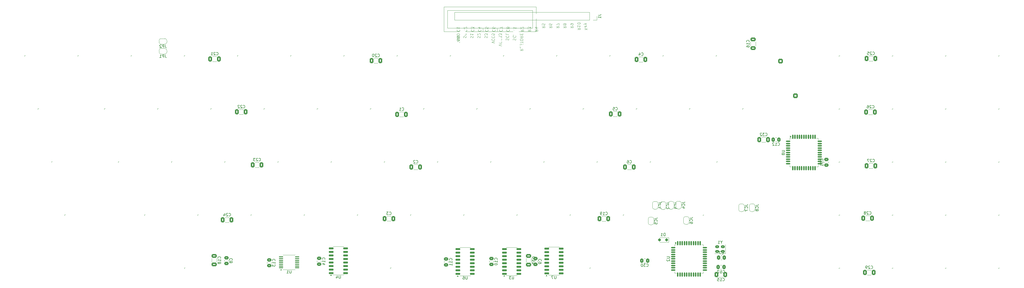
<source format=gbr>
%TF.GenerationSoftware,KiCad,Pcbnew,9.0.4*%
%TF.CreationDate,2025-10-12T14:22:00+02:00*%
%TF.ProjectId,petkn,7065746b-6e2e-46b6-9963-61645f706362,rev?*%
%TF.SameCoordinates,Original*%
%TF.FileFunction,Legend,Bot*%
%TF.FilePolarity,Positive*%
%FSLAX46Y46*%
G04 Gerber Fmt 4.6, Leading zero omitted, Abs format (unit mm)*
G04 Created by KiCad (PCBNEW 9.0.4) date 2025-10-12 14:22:00*
%MOMM*%
%LPD*%
G01*
G04 APERTURE LIST*
G04 Aperture macros list*
%AMRoundRect*
0 Rectangle with rounded corners*
0 $1 Rounding radius*
0 $2 $3 $4 $5 $6 $7 $8 $9 X,Y pos of 4 corners*
0 Add a 4 corners polygon primitive as box body*
4,1,4,$2,$3,$4,$5,$6,$7,$8,$9,$2,$3,0*
0 Add four circle primitives for the rounded corners*
1,1,$1+$1,$2,$3*
1,1,$1+$1,$4,$5*
1,1,$1+$1,$6,$7*
1,1,$1+$1,$8,$9*
0 Add four rect primitives between the rounded corners*
20,1,$1+$1,$2,$3,$4,$5,0*
20,1,$1+$1,$4,$5,$6,$7,0*
20,1,$1+$1,$6,$7,$8,$9,0*
20,1,$1+$1,$8,$9,$2,$3,0*%
%AMFreePoly0*
4,1,23,0.500000,-0.750000,0.000000,-0.750000,0.000000,-0.745722,-0.065263,-0.745722,-0.191342,-0.711940,-0.304381,-0.646677,-0.396677,-0.554381,-0.461940,-0.441342,-0.495722,-0.315263,-0.495722,-0.250000,-0.500000,-0.250000,-0.500000,0.250000,-0.495722,0.250000,-0.495722,0.315263,-0.461940,0.441342,-0.396677,0.554381,-0.304381,0.646677,-0.191342,0.711940,-0.065263,0.745722,0.000000,0.745722,
0.000000,0.750000,0.500000,0.750000,0.500000,-0.750000,0.500000,-0.750000,$1*%
%AMFreePoly1*
4,1,23,0.000000,0.745722,0.065263,0.745722,0.191342,0.711940,0.304381,0.646677,0.396677,0.554381,0.461940,0.441342,0.495722,0.315263,0.495722,0.250000,0.500000,0.250000,0.500000,-0.250000,0.495722,-0.250000,0.495722,-0.315263,0.461940,-0.441342,0.396677,-0.554381,0.304381,-0.646677,0.191342,-0.711940,0.065263,-0.745722,0.000000,-0.745722,0.000000,-0.750000,-0.500000,-0.750000,
-0.500000,0.750000,0.000000,0.750000,0.000000,0.745722,0.000000,0.745722,$1*%
G04 Aperture macros list end*
%ADD10C,0.150000*%
%ADD11C,0.100000*%
%ADD12C,0.120000*%
%ADD13RoundRect,0.250000X0.250000X0.250000X-0.250000X0.250000X-0.250000X-0.250000X0.250000X-0.250000X0*%
%ADD14C,1.700000*%
%ADD15C,4.000000*%
%ADD16C,2.200000*%
%ADD17R,1.800000X0.900000*%
%ADD18C,3.050000*%
%ADD19C,2.540000*%
%ADD20R,2.000000X1.500000*%
%ADD21C,1.800000*%
%ADD22RoundRect,0.250000X-0.600000X-0.600000X0.600000X-0.600000X0.600000X0.600000X-0.600000X0.600000X0*%
%ADD23RoundRect,0.250000X0.600000X-0.600000X0.600000X0.600000X-0.600000X0.600000X-0.600000X-0.600000X0*%
%ADD24R,1.700000X1.700000*%
%ADD25RoundRect,0.250000X-0.475000X0.337500X-0.475000X-0.337500X0.475000X-0.337500X0.475000X0.337500X0*%
%ADD26RoundRect,0.250000X0.412500X0.650000X-0.412500X0.650000X-0.412500X-0.650000X0.412500X-0.650000X0*%
%ADD27RoundRect,0.250000X-0.337500X-0.475000X0.337500X-0.475000X0.337500X0.475000X-0.337500X0.475000X0*%
%ADD28RoundRect,0.250000X0.475000X-0.337500X0.475000X0.337500X-0.475000X0.337500X-0.475000X-0.337500X0*%
%ADD29FreePoly0,90.000000*%
%ADD30FreePoly1,90.000000*%
%ADD31RoundRect,0.100000X-0.637500X-0.100000X0.637500X-0.100000X0.637500X0.100000X-0.637500X0.100000X0*%
%ADD32RoundRect,0.150000X-0.725000X-0.150000X0.725000X-0.150000X0.725000X0.150000X-0.725000X0.150000X0*%
%ADD33RoundRect,0.250000X0.400000X0.300000X-0.400000X0.300000X-0.400000X-0.300000X0.400000X-0.300000X0*%
%ADD34RoundRect,0.250000X0.337500X0.475000X-0.337500X0.475000X-0.337500X-0.475000X0.337500X-0.475000X0*%
%ADD35RoundRect,0.250000X0.650000X-0.412500X0.650000X0.412500X-0.650000X0.412500X-0.650000X-0.412500X0*%
%ADD36FreePoly0,0.000000*%
%ADD37FreePoly1,0.000000*%
%ADD38RoundRect,0.250000X-0.650000X0.412500X-0.650000X-0.412500X0.650000X-0.412500X0.650000X0.412500X0*%
%ADD39RoundRect,0.250000X-0.412500X-0.650000X0.412500X-0.650000X0.412500X0.650000X-0.412500X0.650000X0*%
%ADD40RoundRect,0.137500X-0.137500X0.600000X-0.137500X-0.600000X0.137500X-0.600000X0.137500X0.600000X0*%
%ADD41RoundRect,0.137500X-0.600000X0.137500X-0.600000X-0.137500X0.600000X-0.137500X0.600000X0.137500X0*%
G04 APERTURE END LIST*
D10*
X259917459Y-127497857D02*
X259917459Y-126497857D01*
X259917459Y-126497857D02*
X259679364Y-126497857D01*
X259679364Y-126497857D02*
X259536507Y-126545476D01*
X259536507Y-126545476D02*
X259441269Y-126640714D01*
X259441269Y-126640714D02*
X259393650Y-126735952D01*
X259393650Y-126735952D02*
X259346031Y-126926428D01*
X259346031Y-126926428D02*
X259346031Y-127069285D01*
X259346031Y-127069285D02*
X259393650Y-127259761D01*
X259393650Y-127259761D02*
X259441269Y-127354999D01*
X259441269Y-127354999D02*
X259536507Y-127450238D01*
X259536507Y-127450238D02*
X259679364Y-127497857D01*
X259679364Y-127497857D02*
X259917459Y-127497857D01*
X258393650Y-127497857D02*
X258965078Y-127497857D01*
X258679364Y-127497857D02*
X258679364Y-126497857D01*
X258679364Y-126497857D02*
X258774602Y-126640714D01*
X258774602Y-126640714D02*
X258869840Y-126735952D01*
X258869840Y-126735952D02*
X258965078Y-126783571D01*
X235933919Y-48282266D02*
X236648204Y-48282266D01*
X236648204Y-48282266D02*
X236791061Y-48234647D01*
X236791061Y-48234647D02*
X236886300Y-48139409D01*
X236886300Y-48139409D02*
X236933919Y-47996552D01*
X236933919Y-47996552D02*
X236933919Y-47901314D01*
X236933919Y-49282266D02*
X236933919Y-48710838D01*
X236933919Y-48996552D02*
X235933919Y-48996552D01*
X235933919Y-48996552D02*
X236076776Y-48901314D01*
X236076776Y-48901314D02*
X236172014Y-48806076D01*
X236172014Y-48806076D02*
X236219633Y-48710838D01*
D11*
X192796100Y-56341867D02*
X192748480Y-56199010D01*
X192748480Y-56199010D02*
X192748480Y-55960915D01*
X192748480Y-55960915D02*
X192796100Y-55865677D01*
X192796100Y-55865677D02*
X192843719Y-55818058D01*
X192843719Y-55818058D02*
X192938957Y-55770439D01*
X192938957Y-55770439D02*
X193034195Y-55770439D01*
X193034195Y-55770439D02*
X193129433Y-55818058D01*
X193129433Y-55818058D02*
X193177052Y-55865677D01*
X193177052Y-55865677D02*
X193224671Y-55960915D01*
X193224671Y-55960915D02*
X193272290Y-56151391D01*
X193272290Y-56151391D02*
X193319909Y-56246629D01*
X193319909Y-56246629D02*
X193367528Y-56294248D01*
X193367528Y-56294248D02*
X193462766Y-56341867D01*
X193462766Y-56341867D02*
X193558004Y-56341867D01*
X193558004Y-56341867D02*
X193653242Y-56294248D01*
X193653242Y-56294248D02*
X193700861Y-56246629D01*
X193700861Y-56246629D02*
X193748480Y-56151391D01*
X193748480Y-56151391D02*
X193748480Y-55913296D01*
X193748480Y-55913296D02*
X193700861Y-55770439D01*
X193653242Y-55389486D02*
X193700861Y-55341867D01*
X193700861Y-55341867D02*
X193748480Y-55246629D01*
X193748480Y-55246629D02*
X193748480Y-55008534D01*
X193748480Y-55008534D02*
X193700861Y-54913296D01*
X193700861Y-54913296D02*
X193653242Y-54865677D01*
X193653242Y-54865677D02*
X193558004Y-54818058D01*
X193558004Y-54818058D02*
X193462766Y-54818058D01*
X193462766Y-54818058D02*
X193319909Y-54865677D01*
X193319909Y-54865677D02*
X192748480Y-55437105D01*
X192748480Y-55437105D02*
X192748480Y-54818058D01*
X201368480Y-59294248D02*
X200368480Y-58960915D01*
X200368480Y-58960915D02*
X201368480Y-58627582D01*
X200463719Y-57722820D02*
X200416100Y-57770439D01*
X200416100Y-57770439D02*
X200368480Y-57913296D01*
X200368480Y-57913296D02*
X200368480Y-58008534D01*
X200368480Y-58008534D02*
X200416100Y-58151391D01*
X200416100Y-58151391D02*
X200511338Y-58246629D01*
X200511338Y-58246629D02*
X200606576Y-58294248D01*
X200606576Y-58294248D02*
X200797052Y-58341867D01*
X200797052Y-58341867D02*
X200939909Y-58341867D01*
X200939909Y-58341867D02*
X201130385Y-58294248D01*
X201130385Y-58294248D02*
X201225623Y-58246629D01*
X201225623Y-58246629D02*
X201320861Y-58151391D01*
X201320861Y-58151391D02*
X201368480Y-58008534D01*
X201368480Y-58008534D02*
X201368480Y-57913296D01*
X201368480Y-57913296D02*
X201320861Y-57770439D01*
X201320861Y-57770439D02*
X201273242Y-57722820D01*
X200463719Y-56722820D02*
X200416100Y-56770439D01*
X200416100Y-56770439D02*
X200368480Y-56913296D01*
X200368480Y-56913296D02*
X200368480Y-57008534D01*
X200368480Y-57008534D02*
X200416100Y-57151391D01*
X200416100Y-57151391D02*
X200511338Y-57246629D01*
X200511338Y-57246629D02*
X200606576Y-57294248D01*
X200606576Y-57294248D02*
X200797052Y-57341867D01*
X200797052Y-57341867D02*
X200939909Y-57341867D01*
X200939909Y-57341867D02*
X201130385Y-57294248D01*
X201130385Y-57294248D02*
X201225623Y-57246629D01*
X201225623Y-57246629D02*
X201320861Y-57151391D01*
X201320861Y-57151391D02*
X201368480Y-57008534D01*
X201368480Y-57008534D02*
X201368480Y-56913296D01*
X201368480Y-56913296D02*
X201320861Y-56770439D01*
X201320861Y-56770439D02*
X201273242Y-56722820D01*
X201368480Y-56389486D02*
X201368480Y-55770439D01*
X201368480Y-55770439D02*
X200987528Y-56103772D01*
X200987528Y-56103772D02*
X200987528Y-55960915D01*
X200987528Y-55960915D02*
X200939909Y-55865677D01*
X200939909Y-55865677D02*
X200892290Y-55818058D01*
X200892290Y-55818058D02*
X200797052Y-55770439D01*
X200797052Y-55770439D02*
X200558957Y-55770439D01*
X200558957Y-55770439D02*
X200463719Y-55818058D01*
X200463719Y-55818058D02*
X200416100Y-55865677D01*
X200416100Y-55865677D02*
X200368480Y-55960915D01*
X200368480Y-55960915D02*
X200368480Y-56246629D01*
X200368480Y-56246629D02*
X200416100Y-56341867D01*
X200416100Y-56341867D02*
X200463719Y-56389486D01*
X201368480Y-55437105D02*
X201368480Y-54818058D01*
X201368480Y-54818058D02*
X200987528Y-55151391D01*
X200987528Y-55151391D02*
X200987528Y-55008534D01*
X200987528Y-55008534D02*
X200939909Y-54913296D01*
X200939909Y-54913296D02*
X200892290Y-54865677D01*
X200892290Y-54865677D02*
X200797052Y-54818058D01*
X200797052Y-54818058D02*
X200558957Y-54818058D01*
X200558957Y-54818058D02*
X200463719Y-54865677D01*
X200463719Y-54865677D02*
X200416100Y-54913296D01*
X200416100Y-54913296D02*
X200368480Y-55008534D01*
X200368480Y-55008534D02*
X200368480Y-55294248D01*
X200368480Y-55294248D02*
X200416100Y-55389486D01*
X200416100Y-55389486D02*
X200463719Y-55437105D01*
X205496100Y-57246629D02*
X205448480Y-57103772D01*
X205448480Y-57103772D02*
X205448480Y-56865677D01*
X205448480Y-56865677D02*
X205496100Y-56770439D01*
X205496100Y-56770439D02*
X205543719Y-56722820D01*
X205543719Y-56722820D02*
X205638957Y-56675201D01*
X205638957Y-56675201D02*
X205734195Y-56675201D01*
X205734195Y-56675201D02*
X205829433Y-56722820D01*
X205829433Y-56722820D02*
X205877052Y-56770439D01*
X205877052Y-56770439D02*
X205924671Y-56865677D01*
X205924671Y-56865677D02*
X205972290Y-57056153D01*
X205972290Y-57056153D02*
X206019909Y-57151391D01*
X206019909Y-57151391D02*
X206067528Y-57199010D01*
X206067528Y-57199010D02*
X206162766Y-57246629D01*
X206162766Y-57246629D02*
X206258004Y-57246629D01*
X206258004Y-57246629D02*
X206353242Y-57199010D01*
X206353242Y-57199010D02*
X206400861Y-57151391D01*
X206400861Y-57151391D02*
X206448480Y-57056153D01*
X206448480Y-57056153D02*
X206448480Y-56818058D01*
X206448480Y-56818058D02*
X206400861Y-56675201D01*
X205543719Y-55675201D02*
X205496100Y-55722820D01*
X205496100Y-55722820D02*
X205448480Y-55865677D01*
X205448480Y-55865677D02*
X205448480Y-55960915D01*
X205448480Y-55960915D02*
X205496100Y-56103772D01*
X205496100Y-56103772D02*
X205591338Y-56199010D01*
X205591338Y-56199010D02*
X205686576Y-56246629D01*
X205686576Y-56246629D02*
X205877052Y-56294248D01*
X205877052Y-56294248D02*
X206019909Y-56294248D01*
X206019909Y-56294248D02*
X206210385Y-56246629D01*
X206210385Y-56246629D02*
X206305623Y-56199010D01*
X206305623Y-56199010D02*
X206400861Y-56103772D01*
X206400861Y-56103772D02*
X206448480Y-55960915D01*
X206448480Y-55960915D02*
X206448480Y-55865677D01*
X206448480Y-55865677D02*
X206400861Y-55722820D01*
X206400861Y-55722820D02*
X206353242Y-55675201D01*
X205734195Y-55294248D02*
X205734195Y-54818058D01*
X205448480Y-55389486D02*
X206448480Y-55056153D01*
X206448480Y-55056153D02*
X205448480Y-54722820D01*
X185426919Y-53455287D02*
X185379300Y-53502906D01*
X185379300Y-53502906D02*
X185331680Y-53645763D01*
X185331680Y-53645763D02*
X185331680Y-53741001D01*
X185331680Y-53741001D02*
X185379300Y-53883858D01*
X185379300Y-53883858D02*
X185474538Y-53979096D01*
X185474538Y-53979096D02*
X185569776Y-54026715D01*
X185569776Y-54026715D02*
X185760252Y-54074334D01*
X185760252Y-54074334D02*
X185903109Y-54074334D01*
X185903109Y-54074334D02*
X186093585Y-54026715D01*
X186093585Y-54026715D02*
X186188823Y-53979096D01*
X186188823Y-53979096D02*
X186284061Y-53883858D01*
X186284061Y-53883858D02*
X186331680Y-53741001D01*
X186331680Y-53741001D02*
X186331680Y-53645763D01*
X186331680Y-53645763D02*
X186284061Y-53502906D01*
X186284061Y-53502906D02*
X186236442Y-53455287D01*
X185331680Y-52502906D02*
X185331680Y-53074334D01*
X185331680Y-52788620D02*
X186331680Y-52788620D01*
X186331680Y-52788620D02*
X186188823Y-52883858D01*
X186188823Y-52883858D02*
X186093585Y-52979096D01*
X186093585Y-52979096D02*
X186045966Y-53074334D01*
X207988480Y-60389487D02*
X208464671Y-60722820D01*
X207988480Y-60960915D02*
X208988480Y-60960915D01*
X208988480Y-60960915D02*
X208988480Y-60579963D01*
X208988480Y-60579963D02*
X208940861Y-60484725D01*
X208940861Y-60484725D02*
X208893242Y-60437106D01*
X208893242Y-60437106D02*
X208798004Y-60389487D01*
X208798004Y-60389487D02*
X208655147Y-60389487D01*
X208655147Y-60389487D02*
X208559909Y-60437106D01*
X208559909Y-60437106D02*
X208512290Y-60484725D01*
X208512290Y-60484725D02*
X208464671Y-60579963D01*
X208464671Y-60579963D02*
X208464671Y-60960915D01*
X208512290Y-59960915D02*
X208512290Y-59627582D01*
X207988480Y-59484725D02*
X207988480Y-59960915D01*
X207988480Y-59960915D02*
X208988480Y-59960915D01*
X208988480Y-59960915D02*
X208988480Y-59484725D01*
X208036100Y-59103772D02*
X207988480Y-58960915D01*
X207988480Y-58960915D02*
X207988480Y-58722820D01*
X207988480Y-58722820D02*
X208036100Y-58627582D01*
X208036100Y-58627582D02*
X208083719Y-58579963D01*
X208083719Y-58579963D02*
X208178957Y-58532344D01*
X208178957Y-58532344D02*
X208274195Y-58532344D01*
X208274195Y-58532344D02*
X208369433Y-58579963D01*
X208369433Y-58579963D02*
X208417052Y-58627582D01*
X208417052Y-58627582D02*
X208464671Y-58722820D01*
X208464671Y-58722820D02*
X208512290Y-58913296D01*
X208512290Y-58913296D02*
X208559909Y-59008534D01*
X208559909Y-59008534D02*
X208607528Y-59056153D01*
X208607528Y-59056153D02*
X208702766Y-59103772D01*
X208702766Y-59103772D02*
X208798004Y-59103772D01*
X208798004Y-59103772D02*
X208893242Y-59056153D01*
X208893242Y-59056153D02*
X208940861Y-59008534D01*
X208940861Y-59008534D02*
X208988480Y-58913296D01*
X208988480Y-58913296D02*
X208988480Y-58675201D01*
X208988480Y-58675201D02*
X208940861Y-58532344D01*
X208988480Y-58246629D02*
X208988480Y-57675201D01*
X207988480Y-57960915D02*
X208988480Y-57960915D01*
X208988480Y-57151391D02*
X208988480Y-56960915D01*
X208988480Y-56960915D02*
X208940861Y-56865677D01*
X208940861Y-56865677D02*
X208845623Y-56770439D01*
X208845623Y-56770439D02*
X208655147Y-56722820D01*
X208655147Y-56722820D02*
X208321814Y-56722820D01*
X208321814Y-56722820D02*
X208131338Y-56770439D01*
X208131338Y-56770439D02*
X208036100Y-56865677D01*
X208036100Y-56865677D02*
X207988480Y-56960915D01*
X207988480Y-56960915D02*
X207988480Y-57151391D01*
X207988480Y-57151391D02*
X208036100Y-57246629D01*
X208036100Y-57246629D02*
X208131338Y-57341867D01*
X208131338Y-57341867D02*
X208321814Y-57389486D01*
X208321814Y-57389486D02*
X208655147Y-57389486D01*
X208655147Y-57389486D02*
X208845623Y-57341867D01*
X208845623Y-57341867D02*
X208940861Y-57246629D01*
X208940861Y-57246629D02*
X208988480Y-57151391D01*
X207988480Y-55722820D02*
X208464671Y-56056153D01*
X207988480Y-56294248D02*
X208988480Y-56294248D01*
X208988480Y-56294248D02*
X208988480Y-55913296D01*
X208988480Y-55913296D02*
X208940861Y-55818058D01*
X208940861Y-55818058D02*
X208893242Y-55770439D01*
X208893242Y-55770439D02*
X208798004Y-55722820D01*
X208798004Y-55722820D02*
X208655147Y-55722820D01*
X208655147Y-55722820D02*
X208559909Y-55770439D01*
X208559909Y-55770439D02*
X208512290Y-55818058D01*
X208512290Y-55818058D02*
X208464671Y-55913296D01*
X208464671Y-55913296D02*
X208464671Y-56294248D01*
X208512290Y-55294248D02*
X208512290Y-54960915D01*
X207988480Y-54818058D02*
X207988480Y-55294248D01*
X207988480Y-55294248D02*
X208988480Y-55294248D01*
X208988480Y-55294248D02*
X208988480Y-54818058D01*
X205651680Y-53455287D02*
X206127871Y-53788620D01*
X205651680Y-54026715D02*
X206651680Y-54026715D01*
X206651680Y-54026715D02*
X206651680Y-53645763D01*
X206651680Y-53645763D02*
X206604061Y-53550525D01*
X206604061Y-53550525D02*
X206556442Y-53502906D01*
X206556442Y-53502906D02*
X206461204Y-53455287D01*
X206461204Y-53455287D02*
X206318347Y-53455287D01*
X206318347Y-53455287D02*
X206223109Y-53502906D01*
X206223109Y-53502906D02*
X206175490Y-53550525D01*
X206175490Y-53550525D02*
X206127871Y-53645763D01*
X206127871Y-53645763D02*
X206127871Y-54026715D01*
X205651680Y-52502906D02*
X205651680Y-53074334D01*
X205651680Y-52788620D02*
X206651680Y-52788620D01*
X206651680Y-52788620D02*
X206508823Y-52883858D01*
X206508823Y-52883858D02*
X206413585Y-52979096D01*
X206413585Y-52979096D02*
X206365966Y-53074334D01*
X208191680Y-53455287D02*
X208667871Y-53788620D01*
X208191680Y-54026715D02*
X209191680Y-54026715D01*
X209191680Y-54026715D02*
X209191680Y-53645763D01*
X209191680Y-53645763D02*
X209144061Y-53550525D01*
X209144061Y-53550525D02*
X209096442Y-53502906D01*
X209096442Y-53502906D02*
X209001204Y-53455287D01*
X209001204Y-53455287D02*
X208858347Y-53455287D01*
X208858347Y-53455287D02*
X208763109Y-53502906D01*
X208763109Y-53502906D02*
X208715490Y-53550525D01*
X208715490Y-53550525D02*
X208667871Y-53645763D01*
X208667871Y-53645763D02*
X208667871Y-54026715D01*
X209096442Y-53074334D02*
X209144061Y-53026715D01*
X209144061Y-53026715D02*
X209191680Y-52931477D01*
X209191680Y-52931477D02*
X209191680Y-52693382D01*
X209191680Y-52693382D02*
X209144061Y-52598144D01*
X209144061Y-52598144D02*
X209096442Y-52550525D01*
X209096442Y-52550525D02*
X209001204Y-52502906D01*
X209001204Y-52502906D02*
X208905966Y-52502906D01*
X208905966Y-52502906D02*
X208763109Y-52550525D01*
X208763109Y-52550525D02*
X208191680Y-53121953D01*
X208191680Y-53121953D02*
X208191680Y-52502906D01*
X203206919Y-53455287D02*
X203159300Y-53502906D01*
X203159300Y-53502906D02*
X203111680Y-53645763D01*
X203111680Y-53645763D02*
X203111680Y-53741001D01*
X203111680Y-53741001D02*
X203159300Y-53883858D01*
X203159300Y-53883858D02*
X203254538Y-53979096D01*
X203254538Y-53979096D02*
X203349776Y-54026715D01*
X203349776Y-54026715D02*
X203540252Y-54074334D01*
X203540252Y-54074334D02*
X203683109Y-54074334D01*
X203683109Y-54074334D02*
X203873585Y-54026715D01*
X203873585Y-54026715D02*
X203968823Y-53979096D01*
X203968823Y-53979096D02*
X204064061Y-53883858D01*
X204064061Y-53883858D02*
X204111680Y-53741001D01*
X204111680Y-53741001D02*
X204111680Y-53645763D01*
X204111680Y-53645763D02*
X204064061Y-53502906D01*
X204064061Y-53502906D02*
X204016442Y-53455287D01*
X203683109Y-52883858D02*
X203730728Y-52979096D01*
X203730728Y-52979096D02*
X203778347Y-53026715D01*
X203778347Y-53026715D02*
X203873585Y-53074334D01*
X203873585Y-53074334D02*
X203921204Y-53074334D01*
X203921204Y-53074334D02*
X204016442Y-53026715D01*
X204016442Y-53026715D02*
X204064061Y-52979096D01*
X204064061Y-52979096D02*
X204111680Y-52883858D01*
X204111680Y-52883858D02*
X204111680Y-52693382D01*
X204111680Y-52693382D02*
X204064061Y-52598144D01*
X204064061Y-52598144D02*
X204016442Y-52550525D01*
X204016442Y-52550525D02*
X203921204Y-52502906D01*
X203921204Y-52502906D02*
X203873585Y-52502906D01*
X203873585Y-52502906D02*
X203778347Y-52550525D01*
X203778347Y-52550525D02*
X203730728Y-52598144D01*
X203730728Y-52598144D02*
X203683109Y-52693382D01*
X203683109Y-52693382D02*
X203683109Y-52883858D01*
X203683109Y-52883858D02*
X203635490Y-52979096D01*
X203635490Y-52979096D02*
X203587871Y-53026715D01*
X203587871Y-53026715D02*
X203492633Y-53074334D01*
X203492633Y-53074334D02*
X203302157Y-53074334D01*
X203302157Y-53074334D02*
X203206919Y-53026715D01*
X203206919Y-53026715D02*
X203159300Y-52979096D01*
X203159300Y-52979096D02*
X203111680Y-52883858D01*
X203111680Y-52883858D02*
X203111680Y-52693382D01*
X203111680Y-52693382D02*
X203159300Y-52598144D01*
X203159300Y-52598144D02*
X203206919Y-52550525D01*
X203206919Y-52550525D02*
X203302157Y-52502906D01*
X203302157Y-52502906D02*
X203492633Y-52502906D01*
X203492633Y-52502906D02*
X203587871Y-52550525D01*
X203587871Y-52550525D02*
X203635490Y-52598144D01*
X203635490Y-52598144D02*
X203683109Y-52693382D01*
X186257061Y-57780001D02*
X186304680Y-57875239D01*
X186304680Y-57875239D02*
X186304680Y-58018096D01*
X186304680Y-58018096D02*
X186257061Y-58160953D01*
X186257061Y-58160953D02*
X186161823Y-58256191D01*
X186161823Y-58256191D02*
X186066585Y-58303810D01*
X186066585Y-58303810D02*
X185876109Y-58351429D01*
X185876109Y-58351429D02*
X185733252Y-58351429D01*
X185733252Y-58351429D02*
X185542776Y-58303810D01*
X185542776Y-58303810D02*
X185447538Y-58256191D01*
X185447538Y-58256191D02*
X185352300Y-58160953D01*
X185352300Y-58160953D02*
X185304680Y-58018096D01*
X185304680Y-58018096D02*
X185304680Y-57922858D01*
X185304680Y-57922858D02*
X185352300Y-57780001D01*
X185352300Y-57780001D02*
X185399919Y-57732382D01*
X185399919Y-57732382D02*
X185733252Y-57732382D01*
X185733252Y-57732382D02*
X185733252Y-57922858D01*
X185304680Y-57303810D02*
X186304680Y-57303810D01*
X186304680Y-57303810D02*
X185304680Y-56732382D01*
X185304680Y-56732382D02*
X186304680Y-56732382D01*
X185304680Y-56256191D02*
X186304680Y-56256191D01*
X186304680Y-56256191D02*
X186304680Y-56018096D01*
X186304680Y-56018096D02*
X186257061Y-55875239D01*
X186257061Y-55875239D02*
X186161823Y-55780001D01*
X186161823Y-55780001D02*
X186066585Y-55732382D01*
X186066585Y-55732382D02*
X185876109Y-55684763D01*
X185876109Y-55684763D02*
X185733252Y-55684763D01*
X185733252Y-55684763D02*
X185542776Y-55732382D01*
X185542776Y-55732382D02*
X185447538Y-55780001D01*
X185447538Y-55780001D02*
X185352300Y-55875239D01*
X185352300Y-55875239D02*
X185304680Y-56018096D01*
X185304680Y-56018096D02*
X185304680Y-56256191D01*
X187716100Y-56341867D02*
X187668480Y-56199010D01*
X187668480Y-56199010D02*
X187668480Y-55960915D01*
X187668480Y-55960915D02*
X187716100Y-55865677D01*
X187716100Y-55865677D02*
X187763719Y-55818058D01*
X187763719Y-55818058D02*
X187858957Y-55770439D01*
X187858957Y-55770439D02*
X187954195Y-55770439D01*
X187954195Y-55770439D02*
X188049433Y-55818058D01*
X188049433Y-55818058D02*
X188097052Y-55865677D01*
X188097052Y-55865677D02*
X188144671Y-55960915D01*
X188144671Y-55960915D02*
X188192290Y-56151391D01*
X188192290Y-56151391D02*
X188239909Y-56246629D01*
X188239909Y-56246629D02*
X188287528Y-56294248D01*
X188287528Y-56294248D02*
X188382766Y-56341867D01*
X188382766Y-56341867D02*
X188478004Y-56341867D01*
X188478004Y-56341867D02*
X188573242Y-56294248D01*
X188573242Y-56294248D02*
X188620861Y-56246629D01*
X188620861Y-56246629D02*
X188668480Y-56151391D01*
X188668480Y-56151391D02*
X188668480Y-55913296D01*
X188668480Y-55913296D02*
X188620861Y-55770439D01*
X188668480Y-55151391D02*
X188668480Y-55056153D01*
X188668480Y-55056153D02*
X188620861Y-54960915D01*
X188620861Y-54960915D02*
X188573242Y-54913296D01*
X188573242Y-54913296D02*
X188478004Y-54865677D01*
X188478004Y-54865677D02*
X188287528Y-54818058D01*
X188287528Y-54818058D02*
X188049433Y-54818058D01*
X188049433Y-54818058D02*
X187858957Y-54865677D01*
X187858957Y-54865677D02*
X187763719Y-54913296D01*
X187763719Y-54913296D02*
X187716100Y-54960915D01*
X187716100Y-54960915D02*
X187668480Y-55056153D01*
X187668480Y-55056153D02*
X187668480Y-55151391D01*
X187668480Y-55151391D02*
X187716100Y-55246629D01*
X187716100Y-55246629D02*
X187763719Y-55294248D01*
X187763719Y-55294248D02*
X187858957Y-55341867D01*
X187858957Y-55341867D02*
X188049433Y-55389486D01*
X188049433Y-55389486D02*
X188287528Y-55389486D01*
X188287528Y-55389486D02*
X188478004Y-55341867D01*
X188478004Y-55341867D02*
X188573242Y-55294248D01*
X188573242Y-55294248D02*
X188620861Y-55246629D01*
X188620861Y-55246629D02*
X188668480Y-55151391D01*
X187966919Y-53455287D02*
X187919300Y-53502906D01*
X187919300Y-53502906D02*
X187871680Y-53645763D01*
X187871680Y-53645763D02*
X187871680Y-53741001D01*
X187871680Y-53741001D02*
X187919300Y-53883858D01*
X187919300Y-53883858D02*
X188014538Y-53979096D01*
X188014538Y-53979096D02*
X188109776Y-54026715D01*
X188109776Y-54026715D02*
X188300252Y-54074334D01*
X188300252Y-54074334D02*
X188443109Y-54074334D01*
X188443109Y-54074334D02*
X188633585Y-54026715D01*
X188633585Y-54026715D02*
X188728823Y-53979096D01*
X188728823Y-53979096D02*
X188824061Y-53883858D01*
X188824061Y-53883858D02*
X188871680Y-53741001D01*
X188871680Y-53741001D02*
X188871680Y-53645763D01*
X188871680Y-53645763D02*
X188824061Y-53502906D01*
X188824061Y-53502906D02*
X188776442Y-53455287D01*
X188776442Y-53074334D02*
X188824061Y-53026715D01*
X188824061Y-53026715D02*
X188871680Y-52931477D01*
X188871680Y-52931477D02*
X188871680Y-52693382D01*
X188871680Y-52693382D02*
X188824061Y-52598144D01*
X188824061Y-52598144D02*
X188776442Y-52550525D01*
X188776442Y-52550525D02*
X188681204Y-52502906D01*
X188681204Y-52502906D02*
X188585966Y-52502906D01*
X188585966Y-52502906D02*
X188443109Y-52550525D01*
X188443109Y-52550525D02*
X187871680Y-53121953D01*
X187871680Y-53121953D02*
X187871680Y-52502906D01*
X228511680Y-52820287D02*
X228987871Y-53153620D01*
X228511680Y-53391715D02*
X229511680Y-53391715D01*
X229511680Y-53391715D02*
X229511680Y-53010763D01*
X229511680Y-53010763D02*
X229464061Y-52915525D01*
X229464061Y-52915525D02*
X229416442Y-52867906D01*
X229416442Y-52867906D02*
X229321204Y-52820287D01*
X229321204Y-52820287D02*
X229178347Y-52820287D01*
X229178347Y-52820287D02*
X229083109Y-52867906D01*
X229083109Y-52867906D02*
X229035490Y-52915525D01*
X229035490Y-52915525D02*
X228987871Y-53010763D01*
X228987871Y-53010763D02*
X228987871Y-53391715D01*
X228511680Y-51867906D02*
X228511680Y-52439334D01*
X228511680Y-52153620D02*
X229511680Y-52153620D01*
X229511680Y-52153620D02*
X229368823Y-52248858D01*
X229368823Y-52248858D02*
X229273585Y-52344096D01*
X229273585Y-52344096D02*
X229225966Y-52439334D01*
X229511680Y-51248858D02*
X229511680Y-51153620D01*
X229511680Y-51153620D02*
X229464061Y-51058382D01*
X229464061Y-51058382D02*
X229416442Y-51010763D01*
X229416442Y-51010763D02*
X229321204Y-50963144D01*
X229321204Y-50963144D02*
X229130728Y-50915525D01*
X229130728Y-50915525D02*
X228892633Y-50915525D01*
X228892633Y-50915525D02*
X228702157Y-50963144D01*
X228702157Y-50963144D02*
X228606919Y-51010763D01*
X228606919Y-51010763D02*
X228559300Y-51058382D01*
X228559300Y-51058382D02*
X228511680Y-51153620D01*
X228511680Y-51153620D02*
X228511680Y-51248858D01*
X228511680Y-51248858D02*
X228559300Y-51344096D01*
X228559300Y-51344096D02*
X228606919Y-51391715D01*
X228606919Y-51391715D02*
X228702157Y-51439334D01*
X228702157Y-51439334D02*
X228892633Y-51486953D01*
X228892633Y-51486953D02*
X229130728Y-51486953D01*
X229130728Y-51486953D02*
X229321204Y-51439334D01*
X229321204Y-51439334D02*
X229416442Y-51391715D01*
X229416442Y-51391715D02*
X229464061Y-51344096D01*
X229464061Y-51344096D02*
X229511680Y-51248858D01*
X213271680Y-53455287D02*
X213747871Y-53788620D01*
X213271680Y-54026715D02*
X214271680Y-54026715D01*
X214271680Y-54026715D02*
X214271680Y-53645763D01*
X214271680Y-53645763D02*
X214224061Y-53550525D01*
X214224061Y-53550525D02*
X214176442Y-53502906D01*
X214176442Y-53502906D02*
X214081204Y-53455287D01*
X214081204Y-53455287D02*
X213938347Y-53455287D01*
X213938347Y-53455287D02*
X213843109Y-53502906D01*
X213843109Y-53502906D02*
X213795490Y-53550525D01*
X213795490Y-53550525D02*
X213747871Y-53645763D01*
X213747871Y-53645763D02*
X213747871Y-54026715D01*
X213938347Y-52598144D02*
X213271680Y-52598144D01*
X214319300Y-52836239D02*
X213605014Y-53074334D01*
X213605014Y-53074334D02*
X213605014Y-52455287D01*
X215811680Y-52185287D02*
X216287871Y-52518620D01*
X215811680Y-52756715D02*
X216811680Y-52756715D01*
X216811680Y-52756715D02*
X216811680Y-52375763D01*
X216811680Y-52375763D02*
X216764061Y-52280525D01*
X216764061Y-52280525D02*
X216716442Y-52232906D01*
X216716442Y-52232906D02*
X216621204Y-52185287D01*
X216621204Y-52185287D02*
X216478347Y-52185287D01*
X216478347Y-52185287D02*
X216383109Y-52232906D01*
X216383109Y-52232906D02*
X216335490Y-52280525D01*
X216335490Y-52280525D02*
X216287871Y-52375763D01*
X216287871Y-52375763D02*
X216287871Y-52756715D01*
X216811680Y-51280525D02*
X216811680Y-51756715D01*
X216811680Y-51756715D02*
X216335490Y-51804334D01*
X216335490Y-51804334D02*
X216383109Y-51756715D01*
X216383109Y-51756715D02*
X216430728Y-51661477D01*
X216430728Y-51661477D02*
X216430728Y-51423382D01*
X216430728Y-51423382D02*
X216383109Y-51328144D01*
X216383109Y-51328144D02*
X216335490Y-51280525D01*
X216335490Y-51280525D02*
X216240252Y-51232906D01*
X216240252Y-51232906D02*
X216002157Y-51232906D01*
X216002157Y-51232906D02*
X215906919Y-51280525D01*
X215906919Y-51280525D02*
X215859300Y-51328144D01*
X215859300Y-51328144D02*
X215811680Y-51423382D01*
X215811680Y-51423382D02*
X215811680Y-51661477D01*
X215811680Y-51661477D02*
X215859300Y-51756715D01*
X215859300Y-51756715D02*
X215906919Y-51804334D01*
X193046919Y-53455287D02*
X192999300Y-53502906D01*
X192999300Y-53502906D02*
X192951680Y-53645763D01*
X192951680Y-53645763D02*
X192951680Y-53741001D01*
X192951680Y-53741001D02*
X192999300Y-53883858D01*
X192999300Y-53883858D02*
X193094538Y-53979096D01*
X193094538Y-53979096D02*
X193189776Y-54026715D01*
X193189776Y-54026715D02*
X193380252Y-54074334D01*
X193380252Y-54074334D02*
X193523109Y-54074334D01*
X193523109Y-54074334D02*
X193713585Y-54026715D01*
X193713585Y-54026715D02*
X193808823Y-53979096D01*
X193808823Y-53979096D02*
X193904061Y-53883858D01*
X193904061Y-53883858D02*
X193951680Y-53741001D01*
X193951680Y-53741001D02*
X193951680Y-53645763D01*
X193951680Y-53645763D02*
X193904061Y-53502906D01*
X193904061Y-53502906D02*
X193856442Y-53455287D01*
X193618347Y-52598144D02*
X192951680Y-52598144D01*
X193999300Y-52836239D02*
X193285014Y-53074334D01*
X193285014Y-53074334D02*
X193285014Y-52455287D01*
X202956100Y-57199010D02*
X202908480Y-57056153D01*
X202908480Y-57056153D02*
X202908480Y-56818058D01*
X202908480Y-56818058D02*
X202956100Y-56722820D01*
X202956100Y-56722820D02*
X203003719Y-56675201D01*
X203003719Y-56675201D02*
X203098957Y-56627582D01*
X203098957Y-56627582D02*
X203194195Y-56627582D01*
X203194195Y-56627582D02*
X203289433Y-56675201D01*
X203289433Y-56675201D02*
X203337052Y-56722820D01*
X203337052Y-56722820D02*
X203384671Y-56818058D01*
X203384671Y-56818058D02*
X203432290Y-57008534D01*
X203432290Y-57008534D02*
X203479909Y-57103772D01*
X203479909Y-57103772D02*
X203527528Y-57151391D01*
X203527528Y-57151391D02*
X203622766Y-57199010D01*
X203622766Y-57199010D02*
X203718004Y-57199010D01*
X203718004Y-57199010D02*
X203813242Y-57151391D01*
X203813242Y-57151391D02*
X203860861Y-57103772D01*
X203860861Y-57103772D02*
X203908480Y-57008534D01*
X203908480Y-57008534D02*
X203908480Y-56770439D01*
X203908480Y-56770439D02*
X203860861Y-56627582D01*
X203003719Y-55627582D02*
X202956100Y-55675201D01*
X202956100Y-55675201D02*
X202908480Y-55818058D01*
X202908480Y-55818058D02*
X202908480Y-55913296D01*
X202908480Y-55913296D02*
X202956100Y-56056153D01*
X202956100Y-56056153D02*
X203051338Y-56151391D01*
X203051338Y-56151391D02*
X203146576Y-56199010D01*
X203146576Y-56199010D02*
X203337052Y-56246629D01*
X203337052Y-56246629D02*
X203479909Y-56246629D01*
X203479909Y-56246629D02*
X203670385Y-56199010D01*
X203670385Y-56199010D02*
X203765623Y-56151391D01*
X203765623Y-56151391D02*
X203860861Y-56056153D01*
X203860861Y-56056153D02*
X203908480Y-55913296D01*
X203908480Y-55913296D02*
X203908480Y-55818058D01*
X203908480Y-55818058D02*
X203860861Y-55675201D01*
X203860861Y-55675201D02*
X203813242Y-55627582D01*
X202908480Y-54722820D02*
X202908480Y-55199010D01*
X202908480Y-55199010D02*
X203908480Y-55199010D01*
X220891680Y-52185287D02*
X221367871Y-52518620D01*
X220891680Y-52756715D02*
X221891680Y-52756715D01*
X221891680Y-52756715D02*
X221891680Y-52375763D01*
X221891680Y-52375763D02*
X221844061Y-52280525D01*
X221844061Y-52280525D02*
X221796442Y-52232906D01*
X221796442Y-52232906D02*
X221701204Y-52185287D01*
X221701204Y-52185287D02*
X221558347Y-52185287D01*
X221558347Y-52185287D02*
X221463109Y-52232906D01*
X221463109Y-52232906D02*
X221415490Y-52280525D01*
X221415490Y-52280525D02*
X221367871Y-52375763D01*
X221367871Y-52375763D02*
X221367871Y-52756715D01*
X221891680Y-51851953D02*
X221891680Y-51185287D01*
X221891680Y-51185287D02*
X220891680Y-51613858D01*
X225971680Y-52185287D02*
X226447871Y-52518620D01*
X225971680Y-52756715D02*
X226971680Y-52756715D01*
X226971680Y-52756715D02*
X226971680Y-52375763D01*
X226971680Y-52375763D02*
X226924061Y-52280525D01*
X226924061Y-52280525D02*
X226876442Y-52232906D01*
X226876442Y-52232906D02*
X226781204Y-52185287D01*
X226781204Y-52185287D02*
X226638347Y-52185287D01*
X226638347Y-52185287D02*
X226543109Y-52232906D01*
X226543109Y-52232906D02*
X226495490Y-52280525D01*
X226495490Y-52280525D02*
X226447871Y-52375763D01*
X226447871Y-52375763D02*
X226447871Y-52756715D01*
X225971680Y-51709096D02*
X225971680Y-51518620D01*
X225971680Y-51518620D02*
X226019300Y-51423382D01*
X226019300Y-51423382D02*
X226066919Y-51375763D01*
X226066919Y-51375763D02*
X226209776Y-51280525D01*
X226209776Y-51280525D02*
X226400252Y-51232906D01*
X226400252Y-51232906D02*
X226781204Y-51232906D01*
X226781204Y-51232906D02*
X226876442Y-51280525D01*
X226876442Y-51280525D02*
X226924061Y-51328144D01*
X226924061Y-51328144D02*
X226971680Y-51423382D01*
X226971680Y-51423382D02*
X226971680Y-51613858D01*
X226971680Y-51613858D02*
X226924061Y-51709096D01*
X226924061Y-51709096D02*
X226876442Y-51756715D01*
X226876442Y-51756715D02*
X226781204Y-51804334D01*
X226781204Y-51804334D02*
X226543109Y-51804334D01*
X226543109Y-51804334D02*
X226447871Y-51756715D01*
X226447871Y-51756715D02*
X226400252Y-51709096D01*
X226400252Y-51709096D02*
X226352633Y-51613858D01*
X226352633Y-51613858D02*
X226352633Y-51423382D01*
X226352633Y-51423382D02*
X226400252Y-51328144D01*
X226400252Y-51328144D02*
X226447871Y-51280525D01*
X226447871Y-51280525D02*
X226543109Y-51232906D01*
X195336100Y-56341867D02*
X195288480Y-56199010D01*
X195288480Y-56199010D02*
X195288480Y-55960915D01*
X195288480Y-55960915D02*
X195336100Y-55865677D01*
X195336100Y-55865677D02*
X195383719Y-55818058D01*
X195383719Y-55818058D02*
X195478957Y-55770439D01*
X195478957Y-55770439D02*
X195574195Y-55770439D01*
X195574195Y-55770439D02*
X195669433Y-55818058D01*
X195669433Y-55818058D02*
X195717052Y-55865677D01*
X195717052Y-55865677D02*
X195764671Y-55960915D01*
X195764671Y-55960915D02*
X195812290Y-56151391D01*
X195812290Y-56151391D02*
X195859909Y-56246629D01*
X195859909Y-56246629D02*
X195907528Y-56294248D01*
X195907528Y-56294248D02*
X196002766Y-56341867D01*
X196002766Y-56341867D02*
X196098004Y-56341867D01*
X196098004Y-56341867D02*
X196193242Y-56294248D01*
X196193242Y-56294248D02*
X196240861Y-56246629D01*
X196240861Y-56246629D02*
X196288480Y-56151391D01*
X196288480Y-56151391D02*
X196288480Y-55913296D01*
X196288480Y-55913296D02*
X196240861Y-55770439D01*
X196288480Y-55437105D02*
X196288480Y-54818058D01*
X196288480Y-54818058D02*
X195907528Y-55151391D01*
X195907528Y-55151391D02*
X195907528Y-55008534D01*
X195907528Y-55008534D02*
X195859909Y-54913296D01*
X195859909Y-54913296D02*
X195812290Y-54865677D01*
X195812290Y-54865677D02*
X195717052Y-54818058D01*
X195717052Y-54818058D02*
X195478957Y-54818058D01*
X195478957Y-54818058D02*
X195383719Y-54865677D01*
X195383719Y-54865677D02*
X195336100Y-54913296D01*
X195336100Y-54913296D02*
X195288480Y-55008534D01*
X195288480Y-55008534D02*
X195288480Y-55294248D01*
X195288480Y-55294248D02*
X195336100Y-55389486D01*
X195336100Y-55389486D02*
X195383719Y-55437105D01*
X195586919Y-53455287D02*
X195539300Y-53502906D01*
X195539300Y-53502906D02*
X195491680Y-53645763D01*
X195491680Y-53645763D02*
X195491680Y-53741001D01*
X195491680Y-53741001D02*
X195539300Y-53883858D01*
X195539300Y-53883858D02*
X195634538Y-53979096D01*
X195634538Y-53979096D02*
X195729776Y-54026715D01*
X195729776Y-54026715D02*
X195920252Y-54074334D01*
X195920252Y-54074334D02*
X196063109Y-54074334D01*
X196063109Y-54074334D02*
X196253585Y-54026715D01*
X196253585Y-54026715D02*
X196348823Y-53979096D01*
X196348823Y-53979096D02*
X196444061Y-53883858D01*
X196444061Y-53883858D02*
X196491680Y-53741001D01*
X196491680Y-53741001D02*
X196491680Y-53645763D01*
X196491680Y-53645763D02*
X196444061Y-53502906D01*
X196444061Y-53502906D02*
X196396442Y-53455287D01*
X196491680Y-52550525D02*
X196491680Y-53026715D01*
X196491680Y-53026715D02*
X196015490Y-53074334D01*
X196015490Y-53074334D02*
X196063109Y-53026715D01*
X196063109Y-53026715D02*
X196110728Y-52931477D01*
X196110728Y-52931477D02*
X196110728Y-52693382D01*
X196110728Y-52693382D02*
X196063109Y-52598144D01*
X196063109Y-52598144D02*
X196015490Y-52550525D01*
X196015490Y-52550525D02*
X195920252Y-52502906D01*
X195920252Y-52502906D02*
X195682157Y-52502906D01*
X195682157Y-52502906D02*
X195586919Y-52550525D01*
X195586919Y-52550525D02*
X195539300Y-52598144D01*
X195539300Y-52598144D02*
X195491680Y-52693382D01*
X195491680Y-52693382D02*
X195491680Y-52931477D01*
X195491680Y-52931477D02*
X195539300Y-53026715D01*
X195539300Y-53026715D02*
X195586919Y-53074334D01*
X218351680Y-52185287D02*
X218827871Y-52518620D01*
X218351680Y-52756715D02*
X219351680Y-52756715D01*
X219351680Y-52756715D02*
X219351680Y-52375763D01*
X219351680Y-52375763D02*
X219304061Y-52280525D01*
X219304061Y-52280525D02*
X219256442Y-52232906D01*
X219256442Y-52232906D02*
X219161204Y-52185287D01*
X219161204Y-52185287D02*
X219018347Y-52185287D01*
X219018347Y-52185287D02*
X218923109Y-52232906D01*
X218923109Y-52232906D02*
X218875490Y-52280525D01*
X218875490Y-52280525D02*
X218827871Y-52375763D01*
X218827871Y-52375763D02*
X218827871Y-52756715D01*
X219351680Y-51328144D02*
X219351680Y-51518620D01*
X219351680Y-51518620D02*
X219304061Y-51613858D01*
X219304061Y-51613858D02*
X219256442Y-51661477D01*
X219256442Y-51661477D02*
X219113585Y-51756715D01*
X219113585Y-51756715D02*
X218923109Y-51804334D01*
X218923109Y-51804334D02*
X218542157Y-51804334D01*
X218542157Y-51804334D02*
X218446919Y-51756715D01*
X218446919Y-51756715D02*
X218399300Y-51709096D01*
X218399300Y-51709096D02*
X218351680Y-51613858D01*
X218351680Y-51613858D02*
X218351680Y-51423382D01*
X218351680Y-51423382D02*
X218399300Y-51328144D01*
X218399300Y-51328144D02*
X218446919Y-51280525D01*
X218446919Y-51280525D02*
X218542157Y-51232906D01*
X218542157Y-51232906D02*
X218780252Y-51232906D01*
X218780252Y-51232906D02*
X218875490Y-51280525D01*
X218875490Y-51280525D02*
X218923109Y-51328144D01*
X218923109Y-51328144D02*
X218970728Y-51423382D01*
X218970728Y-51423382D02*
X218970728Y-51613858D01*
X218970728Y-51613858D02*
X218923109Y-51709096D01*
X218923109Y-51709096D02*
X218875490Y-51756715D01*
X218875490Y-51756715D02*
X218780252Y-51804334D01*
X231051680Y-53391715D02*
X232051680Y-53391715D01*
X231051680Y-52820287D02*
X231623109Y-53248858D01*
X232051680Y-52820287D02*
X231480252Y-53391715D01*
X231099300Y-52010763D02*
X231051680Y-52106001D01*
X231051680Y-52106001D02*
X231051680Y-52296477D01*
X231051680Y-52296477D02*
X231099300Y-52391715D01*
X231099300Y-52391715D02*
X231194538Y-52439334D01*
X231194538Y-52439334D02*
X231575490Y-52439334D01*
X231575490Y-52439334D02*
X231670728Y-52391715D01*
X231670728Y-52391715D02*
X231718347Y-52296477D01*
X231718347Y-52296477D02*
X231718347Y-52106001D01*
X231718347Y-52106001D02*
X231670728Y-52010763D01*
X231670728Y-52010763D02*
X231575490Y-51963144D01*
X231575490Y-51963144D02*
X231480252Y-51963144D01*
X231480252Y-51963144D02*
X231385014Y-52439334D01*
X231718347Y-51629810D02*
X231051680Y-51391715D01*
X231718347Y-51153620D02*
X231051680Y-51391715D01*
X231051680Y-51391715D02*
X230813585Y-51486953D01*
X230813585Y-51486953D02*
X230765966Y-51534572D01*
X230765966Y-51534572D02*
X230718347Y-51629810D01*
X198126919Y-53455287D02*
X198079300Y-53502906D01*
X198079300Y-53502906D02*
X198031680Y-53645763D01*
X198031680Y-53645763D02*
X198031680Y-53741001D01*
X198031680Y-53741001D02*
X198079300Y-53883858D01*
X198079300Y-53883858D02*
X198174538Y-53979096D01*
X198174538Y-53979096D02*
X198269776Y-54026715D01*
X198269776Y-54026715D02*
X198460252Y-54074334D01*
X198460252Y-54074334D02*
X198603109Y-54074334D01*
X198603109Y-54074334D02*
X198793585Y-54026715D01*
X198793585Y-54026715D02*
X198888823Y-53979096D01*
X198888823Y-53979096D02*
X198984061Y-53883858D01*
X198984061Y-53883858D02*
X199031680Y-53741001D01*
X199031680Y-53741001D02*
X199031680Y-53645763D01*
X199031680Y-53645763D02*
X198984061Y-53502906D01*
X198984061Y-53502906D02*
X198936442Y-53455287D01*
X199031680Y-52598144D02*
X199031680Y-52788620D01*
X199031680Y-52788620D02*
X198984061Y-52883858D01*
X198984061Y-52883858D02*
X198936442Y-52931477D01*
X198936442Y-52931477D02*
X198793585Y-53026715D01*
X198793585Y-53026715D02*
X198603109Y-53074334D01*
X198603109Y-53074334D02*
X198222157Y-53074334D01*
X198222157Y-53074334D02*
X198126919Y-53026715D01*
X198126919Y-53026715D02*
X198079300Y-52979096D01*
X198079300Y-52979096D02*
X198031680Y-52883858D01*
X198031680Y-52883858D02*
X198031680Y-52693382D01*
X198031680Y-52693382D02*
X198079300Y-52598144D01*
X198079300Y-52598144D02*
X198126919Y-52550525D01*
X198126919Y-52550525D02*
X198222157Y-52502906D01*
X198222157Y-52502906D02*
X198460252Y-52502906D01*
X198460252Y-52502906D02*
X198555490Y-52550525D01*
X198555490Y-52550525D02*
X198603109Y-52598144D01*
X198603109Y-52598144D02*
X198650728Y-52693382D01*
X198650728Y-52693382D02*
X198650728Y-52883858D01*
X198650728Y-52883858D02*
X198603109Y-52979096D01*
X198603109Y-52979096D02*
X198555490Y-53026715D01*
X198555490Y-53026715D02*
X198460252Y-53074334D01*
X223431680Y-52185287D02*
X223907871Y-52518620D01*
X223431680Y-52756715D02*
X224431680Y-52756715D01*
X224431680Y-52756715D02*
X224431680Y-52375763D01*
X224431680Y-52375763D02*
X224384061Y-52280525D01*
X224384061Y-52280525D02*
X224336442Y-52232906D01*
X224336442Y-52232906D02*
X224241204Y-52185287D01*
X224241204Y-52185287D02*
X224098347Y-52185287D01*
X224098347Y-52185287D02*
X224003109Y-52232906D01*
X224003109Y-52232906D02*
X223955490Y-52280525D01*
X223955490Y-52280525D02*
X223907871Y-52375763D01*
X223907871Y-52375763D02*
X223907871Y-52756715D01*
X224003109Y-51613858D02*
X224050728Y-51709096D01*
X224050728Y-51709096D02*
X224098347Y-51756715D01*
X224098347Y-51756715D02*
X224193585Y-51804334D01*
X224193585Y-51804334D02*
X224241204Y-51804334D01*
X224241204Y-51804334D02*
X224336442Y-51756715D01*
X224336442Y-51756715D02*
X224384061Y-51709096D01*
X224384061Y-51709096D02*
X224431680Y-51613858D01*
X224431680Y-51613858D02*
X224431680Y-51423382D01*
X224431680Y-51423382D02*
X224384061Y-51328144D01*
X224384061Y-51328144D02*
X224336442Y-51280525D01*
X224336442Y-51280525D02*
X224241204Y-51232906D01*
X224241204Y-51232906D02*
X224193585Y-51232906D01*
X224193585Y-51232906D02*
X224098347Y-51280525D01*
X224098347Y-51280525D02*
X224050728Y-51328144D01*
X224050728Y-51328144D02*
X224003109Y-51423382D01*
X224003109Y-51423382D02*
X224003109Y-51613858D01*
X224003109Y-51613858D02*
X223955490Y-51709096D01*
X223955490Y-51709096D02*
X223907871Y-51756715D01*
X223907871Y-51756715D02*
X223812633Y-51804334D01*
X223812633Y-51804334D02*
X223622157Y-51804334D01*
X223622157Y-51804334D02*
X223526919Y-51756715D01*
X223526919Y-51756715D02*
X223479300Y-51709096D01*
X223479300Y-51709096D02*
X223431680Y-51613858D01*
X223431680Y-51613858D02*
X223431680Y-51423382D01*
X223431680Y-51423382D02*
X223479300Y-51328144D01*
X223479300Y-51328144D02*
X223526919Y-51280525D01*
X223526919Y-51280525D02*
X223622157Y-51232906D01*
X223622157Y-51232906D02*
X223812633Y-51232906D01*
X223812633Y-51232906D02*
X223907871Y-51280525D01*
X223907871Y-51280525D02*
X223955490Y-51328144D01*
X223955490Y-51328144D02*
X224003109Y-51423382D01*
X190256100Y-56341867D02*
X190208480Y-56199010D01*
X190208480Y-56199010D02*
X190208480Y-55960915D01*
X190208480Y-55960915D02*
X190256100Y-55865677D01*
X190256100Y-55865677D02*
X190303719Y-55818058D01*
X190303719Y-55818058D02*
X190398957Y-55770439D01*
X190398957Y-55770439D02*
X190494195Y-55770439D01*
X190494195Y-55770439D02*
X190589433Y-55818058D01*
X190589433Y-55818058D02*
X190637052Y-55865677D01*
X190637052Y-55865677D02*
X190684671Y-55960915D01*
X190684671Y-55960915D02*
X190732290Y-56151391D01*
X190732290Y-56151391D02*
X190779909Y-56246629D01*
X190779909Y-56246629D02*
X190827528Y-56294248D01*
X190827528Y-56294248D02*
X190922766Y-56341867D01*
X190922766Y-56341867D02*
X191018004Y-56341867D01*
X191018004Y-56341867D02*
X191113242Y-56294248D01*
X191113242Y-56294248D02*
X191160861Y-56246629D01*
X191160861Y-56246629D02*
X191208480Y-56151391D01*
X191208480Y-56151391D02*
X191208480Y-55913296D01*
X191208480Y-55913296D02*
X191160861Y-55770439D01*
X190208480Y-54818058D02*
X190208480Y-55389486D01*
X190208480Y-55103772D02*
X191208480Y-55103772D01*
X191208480Y-55103772D02*
X191065623Y-55199010D01*
X191065623Y-55199010D02*
X190970385Y-55294248D01*
X190970385Y-55294248D02*
X190922766Y-55389486D01*
X186257061Y-56913296D02*
X186304680Y-57008534D01*
X186304680Y-57008534D02*
X186304680Y-57151391D01*
X186304680Y-57151391D02*
X186257061Y-57294248D01*
X186257061Y-57294248D02*
X186161823Y-57389486D01*
X186161823Y-57389486D02*
X186066585Y-57437105D01*
X186066585Y-57437105D02*
X185876109Y-57484724D01*
X185876109Y-57484724D02*
X185733252Y-57484724D01*
X185733252Y-57484724D02*
X185542776Y-57437105D01*
X185542776Y-57437105D02*
X185447538Y-57389486D01*
X185447538Y-57389486D02*
X185352300Y-57294248D01*
X185352300Y-57294248D02*
X185304680Y-57151391D01*
X185304680Y-57151391D02*
X185304680Y-57056153D01*
X185304680Y-57056153D02*
X185352300Y-56913296D01*
X185352300Y-56913296D02*
X185399919Y-56865677D01*
X185399919Y-56865677D02*
X185733252Y-56865677D01*
X185733252Y-56865677D02*
X185733252Y-57056153D01*
X185304680Y-56437105D02*
X186304680Y-56437105D01*
X186304680Y-56437105D02*
X185304680Y-55865677D01*
X185304680Y-55865677D02*
X186304680Y-55865677D01*
X185304680Y-55389486D02*
X186304680Y-55389486D01*
X186304680Y-55389486D02*
X186304680Y-55151391D01*
X186304680Y-55151391D02*
X186257061Y-55008534D01*
X186257061Y-55008534D02*
X186161823Y-54913296D01*
X186161823Y-54913296D02*
X186066585Y-54865677D01*
X186066585Y-54865677D02*
X185876109Y-54818058D01*
X185876109Y-54818058D02*
X185733252Y-54818058D01*
X185733252Y-54818058D02*
X185542776Y-54865677D01*
X185542776Y-54865677D02*
X185447538Y-54913296D01*
X185447538Y-54913296D02*
X185352300Y-55008534D01*
X185352300Y-55008534D02*
X185304680Y-55151391D01*
X185304680Y-55151391D02*
X185304680Y-55389486D01*
X198828480Y-58341867D02*
X197828480Y-58008534D01*
X197828480Y-58008534D02*
X198828480Y-57675201D01*
X197923719Y-56770439D02*
X197876100Y-56818058D01*
X197876100Y-56818058D02*
X197828480Y-56960915D01*
X197828480Y-56960915D02*
X197828480Y-57056153D01*
X197828480Y-57056153D02*
X197876100Y-57199010D01*
X197876100Y-57199010D02*
X197971338Y-57294248D01*
X197971338Y-57294248D02*
X198066576Y-57341867D01*
X198066576Y-57341867D02*
X198257052Y-57389486D01*
X198257052Y-57389486D02*
X198399909Y-57389486D01*
X198399909Y-57389486D02*
X198590385Y-57341867D01*
X198590385Y-57341867D02*
X198685623Y-57294248D01*
X198685623Y-57294248D02*
X198780861Y-57199010D01*
X198780861Y-57199010D02*
X198828480Y-57056153D01*
X198828480Y-57056153D02*
X198828480Y-56960915D01*
X198828480Y-56960915D02*
X198780861Y-56818058D01*
X198780861Y-56818058D02*
X198733242Y-56770439D01*
X197923719Y-55770439D02*
X197876100Y-55818058D01*
X197876100Y-55818058D02*
X197828480Y-55960915D01*
X197828480Y-55960915D02*
X197828480Y-56056153D01*
X197828480Y-56056153D02*
X197876100Y-56199010D01*
X197876100Y-56199010D02*
X197971338Y-56294248D01*
X197971338Y-56294248D02*
X198066576Y-56341867D01*
X198066576Y-56341867D02*
X198257052Y-56389486D01*
X198257052Y-56389486D02*
X198399909Y-56389486D01*
X198399909Y-56389486D02*
X198590385Y-56341867D01*
X198590385Y-56341867D02*
X198685623Y-56294248D01*
X198685623Y-56294248D02*
X198780861Y-56199010D01*
X198780861Y-56199010D02*
X198828480Y-56056153D01*
X198828480Y-56056153D02*
X198828480Y-55960915D01*
X198828480Y-55960915D02*
X198780861Y-55818058D01*
X198780861Y-55818058D02*
X198733242Y-55770439D01*
X198828480Y-54865677D02*
X198828480Y-55341867D01*
X198828480Y-55341867D02*
X198352290Y-55389486D01*
X198352290Y-55389486D02*
X198399909Y-55341867D01*
X198399909Y-55341867D02*
X198447528Y-55246629D01*
X198447528Y-55246629D02*
X198447528Y-55008534D01*
X198447528Y-55008534D02*
X198399909Y-54913296D01*
X198399909Y-54913296D02*
X198352290Y-54865677D01*
X198352290Y-54865677D02*
X198257052Y-54818058D01*
X198257052Y-54818058D02*
X198018957Y-54818058D01*
X198018957Y-54818058D02*
X197923719Y-54865677D01*
X197923719Y-54865677D02*
X197876100Y-54913296D01*
X197876100Y-54913296D02*
X197828480Y-55008534D01*
X197828480Y-55008534D02*
X197828480Y-55246629D01*
X197828480Y-55246629D02*
X197876100Y-55341867D01*
X197876100Y-55341867D02*
X197923719Y-55389486D01*
X200666919Y-53455287D02*
X200619300Y-53502906D01*
X200619300Y-53502906D02*
X200571680Y-53645763D01*
X200571680Y-53645763D02*
X200571680Y-53741001D01*
X200571680Y-53741001D02*
X200619300Y-53883858D01*
X200619300Y-53883858D02*
X200714538Y-53979096D01*
X200714538Y-53979096D02*
X200809776Y-54026715D01*
X200809776Y-54026715D02*
X201000252Y-54074334D01*
X201000252Y-54074334D02*
X201143109Y-54074334D01*
X201143109Y-54074334D02*
X201333585Y-54026715D01*
X201333585Y-54026715D02*
X201428823Y-53979096D01*
X201428823Y-53979096D02*
X201524061Y-53883858D01*
X201524061Y-53883858D02*
X201571680Y-53741001D01*
X201571680Y-53741001D02*
X201571680Y-53645763D01*
X201571680Y-53645763D02*
X201524061Y-53502906D01*
X201524061Y-53502906D02*
X201476442Y-53455287D01*
X201571680Y-53121953D02*
X201571680Y-52455287D01*
X201571680Y-52455287D02*
X200571680Y-52883858D01*
X210731680Y-53455287D02*
X211207871Y-53788620D01*
X210731680Y-54026715D02*
X211731680Y-54026715D01*
X211731680Y-54026715D02*
X211731680Y-53645763D01*
X211731680Y-53645763D02*
X211684061Y-53550525D01*
X211684061Y-53550525D02*
X211636442Y-53502906D01*
X211636442Y-53502906D02*
X211541204Y-53455287D01*
X211541204Y-53455287D02*
X211398347Y-53455287D01*
X211398347Y-53455287D02*
X211303109Y-53502906D01*
X211303109Y-53502906D02*
X211255490Y-53550525D01*
X211255490Y-53550525D02*
X211207871Y-53645763D01*
X211207871Y-53645763D02*
X211207871Y-54026715D01*
X211731680Y-53121953D02*
X211731680Y-52502906D01*
X211731680Y-52502906D02*
X211350728Y-52836239D01*
X211350728Y-52836239D02*
X211350728Y-52693382D01*
X211350728Y-52693382D02*
X211303109Y-52598144D01*
X211303109Y-52598144D02*
X211255490Y-52550525D01*
X211255490Y-52550525D02*
X211160252Y-52502906D01*
X211160252Y-52502906D02*
X210922157Y-52502906D01*
X210922157Y-52502906D02*
X210826919Y-52550525D01*
X210826919Y-52550525D02*
X210779300Y-52598144D01*
X210779300Y-52598144D02*
X210731680Y-52693382D01*
X210731680Y-52693382D02*
X210731680Y-52979096D01*
X210731680Y-52979096D02*
X210779300Y-53074334D01*
X210779300Y-53074334D02*
X210826919Y-53121953D01*
X190506919Y-53455287D02*
X190459300Y-53502906D01*
X190459300Y-53502906D02*
X190411680Y-53645763D01*
X190411680Y-53645763D02*
X190411680Y-53741001D01*
X190411680Y-53741001D02*
X190459300Y-53883858D01*
X190459300Y-53883858D02*
X190554538Y-53979096D01*
X190554538Y-53979096D02*
X190649776Y-54026715D01*
X190649776Y-54026715D02*
X190840252Y-54074334D01*
X190840252Y-54074334D02*
X190983109Y-54074334D01*
X190983109Y-54074334D02*
X191173585Y-54026715D01*
X191173585Y-54026715D02*
X191268823Y-53979096D01*
X191268823Y-53979096D02*
X191364061Y-53883858D01*
X191364061Y-53883858D02*
X191411680Y-53741001D01*
X191411680Y-53741001D02*
X191411680Y-53645763D01*
X191411680Y-53645763D02*
X191364061Y-53502906D01*
X191364061Y-53502906D02*
X191316442Y-53455287D01*
X191411680Y-53121953D02*
X191411680Y-52502906D01*
X191411680Y-52502906D02*
X191030728Y-52836239D01*
X191030728Y-52836239D02*
X191030728Y-52693382D01*
X191030728Y-52693382D02*
X190983109Y-52598144D01*
X190983109Y-52598144D02*
X190935490Y-52550525D01*
X190935490Y-52550525D02*
X190840252Y-52502906D01*
X190840252Y-52502906D02*
X190602157Y-52502906D01*
X190602157Y-52502906D02*
X190506919Y-52550525D01*
X190506919Y-52550525D02*
X190459300Y-52598144D01*
X190459300Y-52598144D02*
X190411680Y-52693382D01*
X190411680Y-52693382D02*
X190411680Y-52979096D01*
X190411680Y-52979096D02*
X190459300Y-53074334D01*
X190459300Y-53074334D02*
X190506919Y-53121953D01*
D10*
X316385752Y-100431310D02*
X316433372Y-100383691D01*
X316433372Y-100383691D02*
X316480991Y-100240834D01*
X316480991Y-100240834D02*
X316480991Y-100145596D01*
X316480991Y-100145596D02*
X316433372Y-100002739D01*
X316433372Y-100002739D02*
X316338133Y-99907501D01*
X316338133Y-99907501D02*
X316242895Y-99859882D01*
X316242895Y-99859882D02*
X316052419Y-99812263D01*
X316052419Y-99812263D02*
X315909562Y-99812263D01*
X315909562Y-99812263D02*
X315719086Y-99859882D01*
X315719086Y-99859882D02*
X315623848Y-99907501D01*
X315623848Y-99907501D02*
X315528610Y-100002739D01*
X315528610Y-100002739D02*
X315480991Y-100145596D01*
X315480991Y-100145596D02*
X315480991Y-100240834D01*
X315480991Y-100240834D02*
X315528610Y-100383691D01*
X315528610Y-100383691D02*
X315576229Y-100431310D01*
X315480991Y-100764644D02*
X315480991Y-101383691D01*
X315480991Y-101383691D02*
X315861943Y-101050358D01*
X315861943Y-101050358D02*
X315861943Y-101193215D01*
X315861943Y-101193215D02*
X315909562Y-101288453D01*
X315909562Y-101288453D02*
X315957181Y-101336072D01*
X315957181Y-101336072D02*
X316052419Y-101383691D01*
X316052419Y-101383691D02*
X316290514Y-101383691D01*
X316290514Y-101383691D02*
X316385752Y-101336072D01*
X316385752Y-101336072D02*
X316433372Y-101288453D01*
X316433372Y-101288453D02*
X316480991Y-101193215D01*
X316480991Y-101193215D02*
X316480991Y-100907501D01*
X316480991Y-100907501D02*
X316433372Y-100812263D01*
X316433372Y-100812263D02*
X316385752Y-100764644D01*
X316480991Y-102336072D02*
X316480991Y-101764644D01*
X316480991Y-102050358D02*
X315480991Y-102050358D01*
X315480991Y-102050358D02*
X315623848Y-101955120D01*
X315623848Y-101955120D02*
X315719086Y-101859882D01*
X315719086Y-101859882D02*
X315766705Y-101764644D01*
X108758314Y-81483695D02*
X108805933Y-81531315D01*
X108805933Y-81531315D02*
X108948790Y-81578934D01*
X108948790Y-81578934D02*
X109044028Y-81578934D01*
X109044028Y-81578934D02*
X109186885Y-81531315D01*
X109186885Y-81531315D02*
X109282123Y-81436076D01*
X109282123Y-81436076D02*
X109329742Y-81340838D01*
X109329742Y-81340838D02*
X109377361Y-81150362D01*
X109377361Y-81150362D02*
X109377361Y-81007505D01*
X109377361Y-81007505D02*
X109329742Y-80817029D01*
X109329742Y-80817029D02*
X109282123Y-80721791D01*
X109282123Y-80721791D02*
X109186885Y-80626553D01*
X109186885Y-80626553D02*
X109044028Y-80578934D01*
X109044028Y-80578934D02*
X108948790Y-80578934D01*
X108948790Y-80578934D02*
X108805933Y-80626553D01*
X108805933Y-80626553D02*
X108758314Y-80674172D01*
X108377361Y-80674172D02*
X108329742Y-80626553D01*
X108329742Y-80626553D02*
X108234504Y-80578934D01*
X108234504Y-80578934D02*
X107996409Y-80578934D01*
X107996409Y-80578934D02*
X107901171Y-80626553D01*
X107901171Y-80626553D02*
X107853552Y-80674172D01*
X107853552Y-80674172D02*
X107805933Y-80769410D01*
X107805933Y-80769410D02*
X107805933Y-80864648D01*
X107805933Y-80864648D02*
X107853552Y-81007505D01*
X107853552Y-81007505D02*
X108424980Y-81578934D01*
X108424980Y-81578934D02*
X107805933Y-81578934D01*
X107424980Y-80674172D02*
X107377361Y-80626553D01*
X107377361Y-80626553D02*
X107282123Y-80578934D01*
X107282123Y-80578934D02*
X107044028Y-80578934D01*
X107044028Y-80578934D02*
X106948790Y-80626553D01*
X106948790Y-80626553D02*
X106901171Y-80674172D01*
X106901171Y-80674172D02*
X106853552Y-80769410D01*
X106853552Y-80769410D02*
X106853552Y-80864648D01*
X106853552Y-80864648D02*
X106901171Y-81007505D01*
X106901171Y-81007505D02*
X107472599Y-81578934D01*
X107472599Y-81578934D02*
X106853552Y-81578934D01*
X280586071Y-140723580D02*
X280633690Y-140771200D01*
X280633690Y-140771200D02*
X280776547Y-140818819D01*
X280776547Y-140818819D02*
X280871785Y-140818819D01*
X280871785Y-140818819D02*
X281014642Y-140771200D01*
X281014642Y-140771200D02*
X281109880Y-140675961D01*
X281109880Y-140675961D02*
X281157499Y-140580723D01*
X281157499Y-140580723D02*
X281205118Y-140390247D01*
X281205118Y-140390247D02*
X281205118Y-140247390D01*
X281205118Y-140247390D02*
X281157499Y-140056914D01*
X281157499Y-140056914D02*
X281109880Y-139961676D01*
X281109880Y-139961676D02*
X281014642Y-139866438D01*
X281014642Y-139866438D02*
X280871785Y-139818819D01*
X280871785Y-139818819D02*
X280776547Y-139818819D01*
X280776547Y-139818819D02*
X280633690Y-139866438D01*
X280633690Y-139866438D02*
X280586071Y-139914057D01*
X279633690Y-140818819D02*
X280205118Y-140818819D01*
X279919404Y-140818819D02*
X279919404Y-139818819D01*
X279919404Y-139818819D02*
X280014642Y-139961676D01*
X280014642Y-139961676D02*
X280109880Y-140056914D01*
X280109880Y-140056914D02*
X280205118Y-140104533D01*
X279300356Y-139818819D02*
X278633690Y-139818819D01*
X278633690Y-139818819D02*
X279062261Y-140818819D01*
X114385981Y-100500489D02*
X114433600Y-100548109D01*
X114433600Y-100548109D02*
X114576457Y-100595728D01*
X114576457Y-100595728D02*
X114671695Y-100595728D01*
X114671695Y-100595728D02*
X114814552Y-100548109D01*
X114814552Y-100548109D02*
X114909790Y-100452870D01*
X114909790Y-100452870D02*
X114957409Y-100357632D01*
X114957409Y-100357632D02*
X115005028Y-100167156D01*
X115005028Y-100167156D02*
X115005028Y-100024299D01*
X115005028Y-100024299D02*
X114957409Y-99833823D01*
X114957409Y-99833823D02*
X114909790Y-99738585D01*
X114909790Y-99738585D02*
X114814552Y-99643347D01*
X114814552Y-99643347D02*
X114671695Y-99595728D01*
X114671695Y-99595728D02*
X114576457Y-99595728D01*
X114576457Y-99595728D02*
X114433600Y-99643347D01*
X114433600Y-99643347D02*
X114385981Y-99690966D01*
X114005028Y-99690966D02*
X113957409Y-99643347D01*
X113957409Y-99643347D02*
X113862171Y-99595728D01*
X113862171Y-99595728D02*
X113624076Y-99595728D01*
X113624076Y-99595728D02*
X113528838Y-99643347D01*
X113528838Y-99643347D02*
X113481219Y-99690966D01*
X113481219Y-99690966D02*
X113433600Y-99786204D01*
X113433600Y-99786204D02*
X113433600Y-99881442D01*
X113433600Y-99881442D02*
X113481219Y-100024299D01*
X113481219Y-100024299D02*
X114052647Y-100595728D01*
X114052647Y-100595728D02*
X113433600Y-100595728D01*
X113100266Y-99595728D02*
X112481219Y-99595728D01*
X112481219Y-99595728D02*
X112814552Y-99976680D01*
X112814552Y-99976680D02*
X112671695Y-99976680D01*
X112671695Y-99976680D02*
X112576457Y-100024299D01*
X112576457Y-100024299D02*
X112528838Y-100071918D01*
X112528838Y-100071918D02*
X112481219Y-100167156D01*
X112481219Y-100167156D02*
X112481219Y-100405251D01*
X112481219Y-100405251D02*
X112528838Y-100500489D01*
X112528838Y-100500489D02*
X112576457Y-100548109D01*
X112576457Y-100548109D02*
X112671695Y-100595728D01*
X112671695Y-100595728D02*
X112957409Y-100595728D01*
X112957409Y-100595728D02*
X113052647Y-100548109D01*
X113052647Y-100548109D02*
X113100266Y-100500489D01*
X333095273Y-119654062D02*
X333142892Y-119701682D01*
X333142892Y-119701682D02*
X333285749Y-119749301D01*
X333285749Y-119749301D02*
X333380987Y-119749301D01*
X333380987Y-119749301D02*
X333523844Y-119701682D01*
X333523844Y-119701682D02*
X333619082Y-119606443D01*
X333619082Y-119606443D02*
X333666701Y-119511205D01*
X333666701Y-119511205D02*
X333714320Y-119320729D01*
X333714320Y-119320729D02*
X333714320Y-119177872D01*
X333714320Y-119177872D02*
X333666701Y-118987396D01*
X333666701Y-118987396D02*
X333619082Y-118892158D01*
X333619082Y-118892158D02*
X333523844Y-118796920D01*
X333523844Y-118796920D02*
X333380987Y-118749301D01*
X333380987Y-118749301D02*
X333285749Y-118749301D01*
X333285749Y-118749301D02*
X333142892Y-118796920D01*
X333142892Y-118796920D02*
X333095273Y-118844539D01*
X332714320Y-118844539D02*
X332666701Y-118796920D01*
X332666701Y-118796920D02*
X332571463Y-118749301D01*
X332571463Y-118749301D02*
X332333368Y-118749301D01*
X332333368Y-118749301D02*
X332238130Y-118796920D01*
X332238130Y-118796920D02*
X332190511Y-118844539D01*
X332190511Y-118844539D02*
X332142892Y-118939777D01*
X332142892Y-118939777D02*
X332142892Y-119035015D01*
X332142892Y-119035015D02*
X332190511Y-119177872D01*
X332190511Y-119177872D02*
X332761939Y-119749301D01*
X332761939Y-119749301D02*
X332142892Y-119749301D01*
X331571463Y-119177872D02*
X331666701Y-119130253D01*
X331666701Y-119130253D02*
X331714320Y-119082634D01*
X331714320Y-119082634D02*
X331761939Y-118987396D01*
X331761939Y-118987396D02*
X331761939Y-118939777D01*
X331761939Y-118939777D02*
X331714320Y-118844539D01*
X331714320Y-118844539D02*
X331666701Y-118796920D01*
X331666701Y-118796920D02*
X331571463Y-118749301D01*
X331571463Y-118749301D02*
X331380987Y-118749301D01*
X331380987Y-118749301D02*
X331285749Y-118796920D01*
X331285749Y-118796920D02*
X331238130Y-118844539D01*
X331238130Y-118844539D02*
X331190511Y-118939777D01*
X331190511Y-118939777D02*
X331190511Y-118987396D01*
X331190511Y-118987396D02*
X331238130Y-119082634D01*
X331238130Y-119082634D02*
X331285749Y-119130253D01*
X331285749Y-119130253D02*
X331380987Y-119177872D01*
X331380987Y-119177872D02*
X331571463Y-119177872D01*
X331571463Y-119177872D02*
X331666701Y-119225491D01*
X331666701Y-119225491D02*
X331714320Y-119273110D01*
X331714320Y-119273110D02*
X331761939Y-119368348D01*
X331761939Y-119368348D02*
X331761939Y-119558824D01*
X331761939Y-119558824D02*
X331714320Y-119654062D01*
X331714320Y-119654062D02*
X331666701Y-119701682D01*
X331666701Y-119701682D02*
X331571463Y-119749301D01*
X331571463Y-119749301D02*
X331380987Y-119749301D01*
X331380987Y-119749301D02*
X331285749Y-119701682D01*
X331285749Y-119701682D02*
X331238130Y-119654062D01*
X331238130Y-119654062D02*
X331190511Y-119558824D01*
X331190511Y-119558824D02*
X331190511Y-119368348D01*
X331190511Y-119368348D02*
X331238130Y-119273110D01*
X331238130Y-119273110D02*
X331285749Y-119225491D01*
X331285749Y-119225491D02*
X331380987Y-119177872D01*
X253241917Y-138409509D02*
X253289536Y-138457129D01*
X253289536Y-138457129D02*
X253432393Y-138504748D01*
X253432393Y-138504748D02*
X253527631Y-138504748D01*
X253527631Y-138504748D02*
X253670488Y-138457129D01*
X253670488Y-138457129D02*
X253765726Y-138361890D01*
X253765726Y-138361890D02*
X253813345Y-138266652D01*
X253813345Y-138266652D02*
X253860964Y-138076176D01*
X253860964Y-138076176D02*
X253860964Y-137933319D01*
X253860964Y-137933319D02*
X253813345Y-137742843D01*
X253813345Y-137742843D02*
X253765726Y-137647605D01*
X253765726Y-137647605D02*
X253670488Y-137552367D01*
X253670488Y-137552367D02*
X253527631Y-137504748D01*
X253527631Y-137504748D02*
X253432393Y-137504748D01*
X253432393Y-137504748D02*
X253289536Y-137552367D01*
X253289536Y-137552367D02*
X253241917Y-137599986D01*
X252908583Y-137504748D02*
X252289536Y-137504748D01*
X252289536Y-137504748D02*
X252622869Y-137885700D01*
X252622869Y-137885700D02*
X252480012Y-137885700D01*
X252480012Y-137885700D02*
X252384774Y-137933319D01*
X252384774Y-137933319D02*
X252337155Y-137980938D01*
X252337155Y-137980938D02*
X252289536Y-138076176D01*
X252289536Y-138076176D02*
X252289536Y-138314271D01*
X252289536Y-138314271D02*
X252337155Y-138409509D01*
X252337155Y-138409509D02*
X252384774Y-138457129D01*
X252384774Y-138457129D02*
X252480012Y-138504748D01*
X252480012Y-138504748D02*
X252765726Y-138504748D01*
X252765726Y-138504748D02*
X252860964Y-138457129D01*
X252860964Y-138457129D02*
X252908583Y-138409509D01*
X251670488Y-137504748D02*
X251575250Y-137504748D01*
X251575250Y-137504748D02*
X251480012Y-137552367D01*
X251480012Y-137552367D02*
X251432393Y-137599986D01*
X251432393Y-137599986D02*
X251384774Y-137695224D01*
X251384774Y-137695224D02*
X251337155Y-137885700D01*
X251337155Y-137885700D02*
X251337155Y-138123795D01*
X251337155Y-138123795D02*
X251384774Y-138314271D01*
X251384774Y-138314271D02*
X251432393Y-138409509D01*
X251432393Y-138409509D02*
X251480012Y-138457129D01*
X251480012Y-138457129D02*
X251575250Y-138504748D01*
X251575250Y-138504748D02*
X251670488Y-138504748D01*
X251670488Y-138504748D02*
X251765726Y-138457129D01*
X251765726Y-138457129D02*
X251813345Y-138409509D01*
X251813345Y-138409509D02*
X251860964Y-138314271D01*
X251860964Y-138314271D02*
X251908583Y-138123795D01*
X251908583Y-138123795D02*
X251908583Y-137885700D01*
X251908583Y-137885700D02*
X251860964Y-137695224D01*
X251860964Y-137695224D02*
X251813345Y-137599986D01*
X251813345Y-137599986D02*
X251765726Y-137552367D01*
X251765726Y-137552367D02*
X251670488Y-137504748D01*
X137994827Y-135955904D02*
X138042447Y-135908285D01*
X138042447Y-135908285D02*
X138090066Y-135765428D01*
X138090066Y-135765428D02*
X138090066Y-135670190D01*
X138090066Y-135670190D02*
X138042447Y-135527333D01*
X138042447Y-135527333D02*
X137947208Y-135432095D01*
X137947208Y-135432095D02*
X137851970Y-135384476D01*
X137851970Y-135384476D02*
X137661494Y-135336857D01*
X137661494Y-135336857D02*
X137518637Y-135336857D01*
X137518637Y-135336857D02*
X137328161Y-135384476D01*
X137328161Y-135384476D02*
X137232923Y-135432095D01*
X137232923Y-135432095D02*
X137137685Y-135527333D01*
X137137685Y-135527333D02*
X137090066Y-135670190D01*
X137090066Y-135670190D02*
X137090066Y-135765428D01*
X137090066Y-135765428D02*
X137137685Y-135908285D01*
X137137685Y-135908285D02*
X137185304Y-135955904D01*
X138090066Y-136908285D02*
X138090066Y-136336857D01*
X138090066Y-136622571D02*
X137090066Y-136622571D01*
X137090066Y-136622571D02*
X137232923Y-136527333D01*
X137232923Y-136527333D02*
X137328161Y-136432095D01*
X137328161Y-136432095D02*
X137375780Y-136336857D01*
X137423399Y-137765428D02*
X138090066Y-137765428D01*
X137042447Y-137527333D02*
X137756732Y-137289238D01*
X137756732Y-137289238D02*
X137756732Y-137908285D01*
X288514423Y-116524578D02*
X289228708Y-116524578D01*
X289228708Y-116524578D02*
X289371565Y-116476959D01*
X289371565Y-116476959D02*
X289466804Y-116381721D01*
X289466804Y-116381721D02*
X289514423Y-116238864D01*
X289514423Y-116238864D02*
X289514423Y-116143626D01*
X289419184Y-117572197D02*
X289466804Y-117524578D01*
X289466804Y-117524578D02*
X289514423Y-117381721D01*
X289514423Y-117381721D02*
X289514423Y-117286483D01*
X289514423Y-117286483D02*
X289466804Y-117143626D01*
X289466804Y-117143626D02*
X289371565Y-117048388D01*
X289371565Y-117048388D02*
X289276327Y-117000769D01*
X289276327Y-117000769D02*
X289085851Y-116953150D01*
X289085851Y-116953150D02*
X288942994Y-116953150D01*
X288942994Y-116953150D02*
X288752518Y-117000769D01*
X288752518Y-117000769D02*
X288657280Y-117048388D01*
X288657280Y-117048388D02*
X288562042Y-117143626D01*
X288562042Y-117143626D02*
X288514423Y-117286483D01*
X288514423Y-117286483D02*
X288514423Y-117381721D01*
X288514423Y-117381721D02*
X288562042Y-117524578D01*
X288562042Y-117524578D02*
X288609661Y-117572197D01*
X288514423Y-117905531D02*
X288514423Y-118572197D01*
X288514423Y-118572197D02*
X289514423Y-118143626D01*
X125980229Y-139894345D02*
X125980229Y-140703868D01*
X125980229Y-140703868D02*
X125932610Y-140799106D01*
X125932610Y-140799106D02*
X125884991Y-140846726D01*
X125884991Y-140846726D02*
X125789753Y-140894345D01*
X125789753Y-140894345D02*
X125599277Y-140894345D01*
X125599277Y-140894345D02*
X125504039Y-140846726D01*
X125504039Y-140846726D02*
X125456420Y-140799106D01*
X125456420Y-140799106D02*
X125408801Y-140703868D01*
X125408801Y-140703868D02*
X125408801Y-139894345D01*
X124408801Y-140894345D02*
X124980229Y-140894345D01*
X124694515Y-140894345D02*
X124694515Y-139894345D01*
X124694515Y-139894345D02*
X124789753Y-140037202D01*
X124789753Y-140037202D02*
X124884991Y-140132440D01*
X124884991Y-140132440D02*
X124980229Y-140180059D01*
X199717778Y-136026014D02*
X199765398Y-135978395D01*
X199765398Y-135978395D02*
X199813017Y-135835538D01*
X199813017Y-135835538D02*
X199813017Y-135740300D01*
X199813017Y-135740300D02*
X199765398Y-135597443D01*
X199765398Y-135597443D02*
X199670159Y-135502205D01*
X199670159Y-135502205D02*
X199574921Y-135454586D01*
X199574921Y-135454586D02*
X199384445Y-135406967D01*
X199384445Y-135406967D02*
X199241588Y-135406967D01*
X199241588Y-135406967D02*
X199051112Y-135454586D01*
X199051112Y-135454586D02*
X198955874Y-135502205D01*
X198955874Y-135502205D02*
X198860636Y-135597443D01*
X198860636Y-135597443D02*
X198813017Y-135740300D01*
X198813017Y-135740300D02*
X198813017Y-135835538D01*
X198813017Y-135835538D02*
X198860636Y-135978395D01*
X198860636Y-135978395D02*
X198908255Y-136026014D01*
X199813017Y-136978395D02*
X199813017Y-136406967D01*
X199813017Y-136692681D02*
X198813017Y-136692681D01*
X198813017Y-136692681D02*
X198955874Y-136597443D01*
X198955874Y-136597443D02*
X199051112Y-136502205D01*
X199051112Y-136502205D02*
X199098731Y-136406967D01*
X198813017Y-137597443D02*
X198813017Y-137692681D01*
X198813017Y-137692681D02*
X198860636Y-137787919D01*
X198860636Y-137787919D02*
X198908255Y-137835538D01*
X198908255Y-137835538D02*
X199003493Y-137883157D01*
X199003493Y-137883157D02*
X199193969Y-137930776D01*
X199193969Y-137930776D02*
X199432064Y-137930776D01*
X199432064Y-137930776D02*
X199622540Y-137883157D01*
X199622540Y-137883157D02*
X199717778Y-137835538D01*
X199717778Y-137835538D02*
X199765398Y-137787919D01*
X199765398Y-137787919D02*
X199813017Y-137692681D01*
X199813017Y-137692681D02*
X199813017Y-137597443D01*
X199813017Y-137597443D02*
X199765398Y-137502205D01*
X199765398Y-137502205D02*
X199717778Y-137454586D01*
X199717778Y-137454586D02*
X199622540Y-137406967D01*
X199622540Y-137406967D02*
X199432064Y-137359348D01*
X199432064Y-137359348D02*
X199193969Y-137359348D01*
X199193969Y-137359348D02*
X199003493Y-137406967D01*
X199003493Y-137406967D02*
X198908255Y-137454586D01*
X198908255Y-137454586D02*
X198860636Y-137502205D01*
X198860636Y-137502205D02*
X198813017Y-137597443D01*
X265966406Y-115567905D02*
X266680691Y-115567905D01*
X266680691Y-115567905D02*
X266823548Y-115520286D01*
X266823548Y-115520286D02*
X266918787Y-115425048D01*
X266918787Y-115425048D02*
X266966406Y-115282191D01*
X266966406Y-115282191D02*
X266966406Y-115186953D01*
X266871167Y-116615524D02*
X266918787Y-116567905D01*
X266918787Y-116567905D02*
X266966406Y-116425048D01*
X266966406Y-116425048D02*
X266966406Y-116329810D01*
X266966406Y-116329810D02*
X266918787Y-116186953D01*
X266918787Y-116186953D02*
X266823548Y-116091715D01*
X266823548Y-116091715D02*
X266728310Y-116044096D01*
X266728310Y-116044096D02*
X266537834Y-115996477D01*
X266537834Y-115996477D02*
X266394977Y-115996477D01*
X266394977Y-115996477D02*
X266204501Y-116044096D01*
X266204501Y-116044096D02*
X266109263Y-116091715D01*
X266109263Y-116091715D02*
X266014025Y-116186953D01*
X266014025Y-116186953D02*
X265966406Y-116329810D01*
X265966406Y-116329810D02*
X265966406Y-116425048D01*
X265966406Y-116425048D02*
X266014025Y-116567905D01*
X266014025Y-116567905D02*
X266061644Y-116615524D01*
X266299739Y-117472667D02*
X266966406Y-117472667D01*
X265918787Y-117234572D02*
X266633072Y-116996477D01*
X266633072Y-116996477D02*
X266633072Y-117615524D01*
X220860033Y-141859296D02*
X220860033Y-142668819D01*
X220860033Y-142668819D02*
X220812414Y-142764057D01*
X220812414Y-142764057D02*
X220764795Y-142811677D01*
X220764795Y-142811677D02*
X220669557Y-142859296D01*
X220669557Y-142859296D02*
X220479081Y-142859296D01*
X220479081Y-142859296D02*
X220383843Y-142811677D01*
X220383843Y-142811677D02*
X220336224Y-142764057D01*
X220336224Y-142764057D02*
X220288605Y-142668819D01*
X220288605Y-142668819D02*
X220288605Y-141859296D01*
X219907652Y-141859296D02*
X219240986Y-141859296D01*
X219240986Y-141859296D02*
X219669557Y-142859296D01*
X103662499Y-120270626D02*
X103710118Y-120318246D01*
X103710118Y-120318246D02*
X103852975Y-120365865D01*
X103852975Y-120365865D02*
X103948213Y-120365865D01*
X103948213Y-120365865D02*
X104091070Y-120318246D01*
X104091070Y-120318246D02*
X104186308Y-120223007D01*
X104186308Y-120223007D02*
X104233927Y-120127769D01*
X104233927Y-120127769D02*
X104281546Y-119937293D01*
X104281546Y-119937293D02*
X104281546Y-119794436D01*
X104281546Y-119794436D02*
X104233927Y-119603960D01*
X104233927Y-119603960D02*
X104186308Y-119508722D01*
X104186308Y-119508722D02*
X104091070Y-119413484D01*
X104091070Y-119413484D02*
X103948213Y-119365865D01*
X103948213Y-119365865D02*
X103852975Y-119365865D01*
X103852975Y-119365865D02*
X103710118Y-119413484D01*
X103710118Y-119413484D02*
X103662499Y-119461103D01*
X103281546Y-119461103D02*
X103233927Y-119413484D01*
X103233927Y-119413484D02*
X103138689Y-119365865D01*
X103138689Y-119365865D02*
X102900594Y-119365865D01*
X102900594Y-119365865D02*
X102805356Y-119413484D01*
X102805356Y-119413484D02*
X102757737Y-119461103D01*
X102757737Y-119461103D02*
X102710118Y-119556341D01*
X102710118Y-119556341D02*
X102710118Y-119651579D01*
X102710118Y-119651579D02*
X102757737Y-119794436D01*
X102757737Y-119794436D02*
X103329165Y-120365865D01*
X103329165Y-120365865D02*
X102710118Y-120365865D01*
X101852975Y-119699198D02*
X101852975Y-120365865D01*
X102091070Y-119318246D02*
X102329165Y-120032531D01*
X102329165Y-120032531D02*
X101710118Y-120032531D01*
X334249449Y-100839086D02*
X334297068Y-100886706D01*
X334297068Y-100886706D02*
X334439925Y-100934325D01*
X334439925Y-100934325D02*
X334535163Y-100934325D01*
X334535163Y-100934325D02*
X334678020Y-100886706D01*
X334678020Y-100886706D02*
X334773258Y-100791467D01*
X334773258Y-100791467D02*
X334820877Y-100696229D01*
X334820877Y-100696229D02*
X334868496Y-100505753D01*
X334868496Y-100505753D02*
X334868496Y-100362896D01*
X334868496Y-100362896D02*
X334820877Y-100172420D01*
X334820877Y-100172420D02*
X334773258Y-100077182D01*
X334773258Y-100077182D02*
X334678020Y-99981944D01*
X334678020Y-99981944D02*
X334535163Y-99934325D01*
X334535163Y-99934325D02*
X334439925Y-99934325D01*
X334439925Y-99934325D02*
X334297068Y-99981944D01*
X334297068Y-99981944D02*
X334249449Y-100029563D01*
X333868496Y-100029563D02*
X333820877Y-99981944D01*
X333820877Y-99981944D02*
X333725639Y-99934325D01*
X333725639Y-99934325D02*
X333487544Y-99934325D01*
X333487544Y-99934325D02*
X333392306Y-99981944D01*
X333392306Y-99981944D02*
X333344687Y-100029563D01*
X333344687Y-100029563D02*
X333297068Y-100124801D01*
X333297068Y-100124801D02*
X333297068Y-100220039D01*
X333297068Y-100220039D02*
X333344687Y-100362896D01*
X333344687Y-100362896D02*
X333916115Y-100934325D01*
X333916115Y-100934325D02*
X333297068Y-100934325D01*
X332963734Y-99934325D02*
X332297068Y-99934325D01*
X332297068Y-99934325D02*
X332725639Y-100934325D01*
X156965687Y-63084559D02*
X157013306Y-63132179D01*
X157013306Y-63132179D02*
X157156163Y-63179798D01*
X157156163Y-63179798D02*
X157251401Y-63179798D01*
X157251401Y-63179798D02*
X157394258Y-63132179D01*
X157394258Y-63132179D02*
X157489496Y-63036940D01*
X157489496Y-63036940D02*
X157537115Y-62941702D01*
X157537115Y-62941702D02*
X157584734Y-62751226D01*
X157584734Y-62751226D02*
X157584734Y-62608369D01*
X157584734Y-62608369D02*
X157537115Y-62417893D01*
X157537115Y-62417893D02*
X157489496Y-62322655D01*
X157489496Y-62322655D02*
X157394258Y-62227417D01*
X157394258Y-62227417D02*
X157251401Y-62179798D01*
X157251401Y-62179798D02*
X157156163Y-62179798D01*
X157156163Y-62179798D02*
X157013306Y-62227417D01*
X157013306Y-62227417D02*
X156965687Y-62275036D01*
X156584734Y-62275036D02*
X156537115Y-62227417D01*
X156537115Y-62227417D02*
X156441877Y-62179798D01*
X156441877Y-62179798D02*
X156203782Y-62179798D01*
X156203782Y-62179798D02*
X156108544Y-62227417D01*
X156108544Y-62227417D02*
X156060925Y-62275036D01*
X156060925Y-62275036D02*
X156013306Y-62370274D01*
X156013306Y-62370274D02*
X156013306Y-62465512D01*
X156013306Y-62465512D02*
X156060925Y-62608369D01*
X156060925Y-62608369D02*
X156632353Y-63179798D01*
X156632353Y-63179798D02*
X156013306Y-63179798D01*
X155394258Y-62179798D02*
X155299020Y-62179798D01*
X155299020Y-62179798D02*
X155203782Y-62227417D01*
X155203782Y-62227417D02*
X155156163Y-62275036D01*
X155156163Y-62275036D02*
X155108544Y-62370274D01*
X155108544Y-62370274D02*
X155060925Y-62560750D01*
X155060925Y-62560750D02*
X155060925Y-62798845D01*
X155060925Y-62798845D02*
X155108544Y-62989321D01*
X155108544Y-62989321D02*
X155156163Y-63084559D01*
X155156163Y-63084559D02*
X155203782Y-63132179D01*
X155203782Y-63132179D02*
X155299020Y-63179798D01*
X155299020Y-63179798D02*
X155394258Y-63179798D01*
X155394258Y-63179798D02*
X155489496Y-63132179D01*
X155489496Y-63132179D02*
X155537115Y-63084559D01*
X155537115Y-63084559D02*
X155584734Y-62989321D01*
X155584734Y-62989321D02*
X155632353Y-62798845D01*
X155632353Y-62798845D02*
X155632353Y-62560750D01*
X155632353Y-62560750D02*
X155584734Y-62370274D01*
X155584734Y-62370274D02*
X155537115Y-62275036D01*
X155537115Y-62275036D02*
X155489496Y-62227417D01*
X155489496Y-62227417D02*
X155394258Y-62179798D01*
X247247425Y-101266357D02*
X247295044Y-101313977D01*
X247295044Y-101313977D02*
X247437901Y-101361596D01*
X247437901Y-101361596D02*
X247533139Y-101361596D01*
X247533139Y-101361596D02*
X247675996Y-101313977D01*
X247675996Y-101313977D02*
X247771234Y-101218738D01*
X247771234Y-101218738D02*
X247818853Y-101123500D01*
X247818853Y-101123500D02*
X247866472Y-100933024D01*
X247866472Y-100933024D02*
X247866472Y-100790167D01*
X247866472Y-100790167D02*
X247818853Y-100599691D01*
X247818853Y-100599691D02*
X247771234Y-100504453D01*
X247771234Y-100504453D02*
X247675996Y-100409215D01*
X247675996Y-100409215D02*
X247533139Y-100361596D01*
X247533139Y-100361596D02*
X247437901Y-100361596D01*
X247437901Y-100361596D02*
X247295044Y-100409215D01*
X247295044Y-100409215D02*
X247247425Y-100456834D01*
X246390282Y-100361596D02*
X246580758Y-100361596D01*
X246580758Y-100361596D02*
X246675996Y-100409215D01*
X246675996Y-100409215D02*
X246723615Y-100456834D01*
X246723615Y-100456834D02*
X246818853Y-100599691D01*
X246818853Y-100599691D02*
X246866472Y-100790167D01*
X246866472Y-100790167D02*
X246866472Y-101171119D01*
X246866472Y-101171119D02*
X246818853Y-101266357D01*
X246818853Y-101266357D02*
X246771234Y-101313977D01*
X246771234Y-101313977D02*
X246675996Y-101361596D01*
X246675996Y-101361596D02*
X246485520Y-101361596D01*
X246485520Y-101361596D02*
X246390282Y-101313977D01*
X246390282Y-101313977D02*
X246342663Y-101266357D01*
X246342663Y-101266357D02*
X246295044Y-101171119D01*
X246295044Y-101171119D02*
X246295044Y-100933024D01*
X246295044Y-100933024D02*
X246342663Y-100837786D01*
X246342663Y-100837786D02*
X246390282Y-100790167D01*
X246390282Y-100790167D02*
X246485520Y-100742548D01*
X246485520Y-100742548D02*
X246675996Y-100742548D01*
X246675996Y-100742548D02*
X246771234Y-100790167D01*
X246771234Y-100790167D02*
X246818853Y-100837786D01*
X246818853Y-100837786D02*
X246866472Y-100933024D01*
X251442340Y-62640741D02*
X251489959Y-62688361D01*
X251489959Y-62688361D02*
X251632816Y-62735980D01*
X251632816Y-62735980D02*
X251728054Y-62735980D01*
X251728054Y-62735980D02*
X251870911Y-62688361D01*
X251870911Y-62688361D02*
X251966149Y-62593122D01*
X251966149Y-62593122D02*
X252013768Y-62497884D01*
X252013768Y-62497884D02*
X252061387Y-62307408D01*
X252061387Y-62307408D02*
X252061387Y-62164551D01*
X252061387Y-62164551D02*
X252013768Y-61974075D01*
X252013768Y-61974075D02*
X251966149Y-61878837D01*
X251966149Y-61878837D02*
X251870911Y-61783599D01*
X251870911Y-61783599D02*
X251728054Y-61735980D01*
X251728054Y-61735980D02*
X251632816Y-61735980D01*
X251632816Y-61735980D02*
X251489959Y-61783599D01*
X251489959Y-61783599D02*
X251442340Y-61831218D01*
X250585197Y-62069313D02*
X250585197Y-62735980D01*
X250823292Y-61688361D02*
X251061387Y-62402646D01*
X251061387Y-62402646D02*
X250442340Y-62402646D01*
X280057166Y-129752582D02*
X280057166Y-130228773D01*
X280390499Y-129228773D02*
X280057166Y-129752582D01*
X280057166Y-129752582D02*
X279723833Y-129228773D01*
X278866690Y-130228773D02*
X279438118Y-130228773D01*
X279152404Y-130228773D02*
X279152404Y-129228773D01*
X279152404Y-129228773D02*
X279247642Y-129371630D01*
X279247642Y-129371630D02*
X279342880Y-129466868D01*
X279342880Y-129466868D02*
X279438118Y-129514487D01*
X120117805Y-136471950D02*
X120165425Y-136424331D01*
X120165425Y-136424331D02*
X120213044Y-136281474D01*
X120213044Y-136281474D02*
X120213044Y-136186236D01*
X120213044Y-136186236D02*
X120165425Y-136043379D01*
X120165425Y-136043379D02*
X120070186Y-135948141D01*
X120070186Y-135948141D02*
X119974948Y-135900522D01*
X119974948Y-135900522D02*
X119784472Y-135852903D01*
X119784472Y-135852903D02*
X119641615Y-135852903D01*
X119641615Y-135852903D02*
X119451139Y-135900522D01*
X119451139Y-135900522D02*
X119355901Y-135948141D01*
X119355901Y-135948141D02*
X119260663Y-136043379D01*
X119260663Y-136043379D02*
X119213044Y-136186236D01*
X119213044Y-136186236D02*
X119213044Y-136281474D01*
X119213044Y-136281474D02*
X119260663Y-136424331D01*
X119260663Y-136424331D02*
X119308282Y-136471950D01*
X120213044Y-137424331D02*
X120213044Y-136852903D01*
X120213044Y-137138617D02*
X119213044Y-137138617D01*
X119213044Y-137138617D02*
X119355901Y-137043379D01*
X119355901Y-137043379D02*
X119451139Y-136948141D01*
X119451139Y-136948141D02*
X119498758Y-136852903D01*
X119213044Y-137757665D02*
X119213044Y-138376712D01*
X119213044Y-138376712D02*
X119593996Y-138043379D01*
X119593996Y-138043379D02*
X119593996Y-138186236D01*
X119593996Y-138186236D02*
X119641615Y-138281474D01*
X119641615Y-138281474D02*
X119689234Y-138329093D01*
X119689234Y-138329093D02*
X119784472Y-138376712D01*
X119784472Y-138376712D02*
X120022567Y-138376712D01*
X120022567Y-138376712D02*
X120117805Y-138329093D01*
X120117805Y-138329093D02*
X120165425Y-138281474D01*
X120165425Y-138281474D02*
X120213044Y-138186236D01*
X120213044Y-138186236D02*
X120213044Y-137900522D01*
X120213044Y-137900522D02*
X120165425Y-137805284D01*
X120165425Y-137805284D02*
X120117805Y-137757665D01*
X280263184Y-133939794D02*
X280310803Y-133987414D01*
X280310803Y-133987414D02*
X280453660Y-134035033D01*
X280453660Y-134035033D02*
X280548898Y-134035033D01*
X280548898Y-134035033D02*
X280691755Y-133987414D01*
X280691755Y-133987414D02*
X280786993Y-133892175D01*
X280786993Y-133892175D02*
X280834612Y-133796937D01*
X280834612Y-133796937D02*
X280882231Y-133606461D01*
X280882231Y-133606461D02*
X280882231Y-133463604D01*
X280882231Y-133463604D02*
X280834612Y-133273128D01*
X280834612Y-133273128D02*
X280786993Y-133177890D01*
X280786993Y-133177890D02*
X280691755Y-133082652D01*
X280691755Y-133082652D02*
X280548898Y-133035033D01*
X280548898Y-133035033D02*
X280453660Y-133035033D01*
X280453660Y-133035033D02*
X280310803Y-133082652D01*
X280310803Y-133082652D02*
X280263184Y-133130271D01*
X279929850Y-133035033D02*
X279263184Y-133035033D01*
X279263184Y-133035033D02*
X279691755Y-134035033D01*
X143652633Y-141745527D02*
X143652633Y-142555050D01*
X143652633Y-142555050D02*
X143605014Y-142650288D01*
X143605014Y-142650288D02*
X143557395Y-142697908D01*
X143557395Y-142697908D02*
X143462157Y-142745527D01*
X143462157Y-142745527D02*
X143271681Y-142745527D01*
X143271681Y-142745527D02*
X143176443Y-142697908D01*
X143176443Y-142697908D02*
X143128824Y-142650288D01*
X143128824Y-142650288D02*
X143081205Y-142555050D01*
X143081205Y-142555050D02*
X143081205Y-141745527D01*
X142176443Y-142078860D02*
X142176443Y-142745527D01*
X142414538Y-141697908D02*
X142652633Y-142412193D01*
X142652633Y-142412193D02*
X142033586Y-142412193D01*
X100626673Y-135554476D02*
X100674293Y-135506857D01*
X100674293Y-135506857D02*
X100721912Y-135364000D01*
X100721912Y-135364000D02*
X100721912Y-135268762D01*
X100721912Y-135268762D02*
X100674293Y-135125905D01*
X100674293Y-135125905D02*
X100579054Y-135030667D01*
X100579054Y-135030667D02*
X100483816Y-134983048D01*
X100483816Y-134983048D02*
X100293340Y-134935429D01*
X100293340Y-134935429D02*
X100150483Y-134935429D01*
X100150483Y-134935429D02*
X99960007Y-134983048D01*
X99960007Y-134983048D02*
X99864769Y-135030667D01*
X99864769Y-135030667D02*
X99769531Y-135125905D01*
X99769531Y-135125905D02*
X99721912Y-135268762D01*
X99721912Y-135268762D02*
X99721912Y-135364000D01*
X99721912Y-135364000D02*
X99769531Y-135506857D01*
X99769531Y-135506857D02*
X99817150Y-135554476D01*
X100721912Y-136506857D02*
X100721912Y-135935429D01*
X100721912Y-136221143D02*
X99721912Y-136221143D01*
X99721912Y-136221143D02*
X99864769Y-136125905D01*
X99864769Y-136125905D02*
X99960007Y-136030667D01*
X99960007Y-136030667D02*
X100007626Y-135935429D01*
X100150483Y-137078286D02*
X100102864Y-136983048D01*
X100102864Y-136983048D02*
X100055245Y-136935429D01*
X100055245Y-136935429D02*
X99960007Y-136887810D01*
X99960007Y-136887810D02*
X99912388Y-136887810D01*
X99912388Y-136887810D02*
X99817150Y-136935429D01*
X99817150Y-136935429D02*
X99769531Y-136983048D01*
X99769531Y-136983048D02*
X99721912Y-137078286D01*
X99721912Y-137078286D02*
X99721912Y-137268762D01*
X99721912Y-137268762D02*
X99769531Y-137364000D01*
X99769531Y-137364000D02*
X99817150Y-137411619D01*
X99817150Y-137411619D02*
X99912388Y-137459238D01*
X99912388Y-137459238D02*
X99960007Y-137459238D01*
X99960007Y-137459238D02*
X100055245Y-137411619D01*
X100055245Y-137411619D02*
X100102864Y-137364000D01*
X100102864Y-137364000D02*
X100150483Y-137268762D01*
X100150483Y-137268762D02*
X100150483Y-137078286D01*
X100150483Y-137078286D02*
X100198102Y-136983048D01*
X100198102Y-136983048D02*
X100245721Y-136935429D01*
X100245721Y-136935429D02*
X100340959Y-136887810D01*
X100340959Y-136887810D02*
X100531435Y-136887810D01*
X100531435Y-136887810D02*
X100626673Y-136935429D01*
X100626673Y-136935429D02*
X100674293Y-136983048D01*
X100674293Y-136983048D02*
X100721912Y-137078286D01*
X100721912Y-137078286D02*
X100721912Y-137268762D01*
X100721912Y-137268762D02*
X100674293Y-137364000D01*
X100674293Y-137364000D02*
X100626673Y-137411619D01*
X100626673Y-137411619D02*
X100531435Y-137459238D01*
X100531435Y-137459238D02*
X100340959Y-137459238D01*
X100340959Y-137459238D02*
X100245721Y-137411619D01*
X100245721Y-137411619D02*
X100198102Y-137364000D01*
X100198102Y-137364000D02*
X100150483Y-137268762D01*
X80871640Y-62465007D02*
X80871640Y-63179292D01*
X80871640Y-63179292D02*
X80919259Y-63322149D01*
X80919259Y-63322149D02*
X81014497Y-63417388D01*
X81014497Y-63417388D02*
X81157354Y-63465007D01*
X81157354Y-63465007D02*
X81252592Y-63465007D01*
X80395449Y-63465007D02*
X80395449Y-62465007D01*
X80395449Y-62465007D02*
X80014497Y-62465007D01*
X80014497Y-62465007D02*
X79919259Y-62512626D01*
X79919259Y-62512626D02*
X79871640Y-62560245D01*
X79871640Y-62560245D02*
X79824021Y-62655483D01*
X79824021Y-62655483D02*
X79824021Y-62798340D01*
X79824021Y-62798340D02*
X79871640Y-62893578D01*
X79871640Y-62893578D02*
X79919259Y-62941197D01*
X79919259Y-62941197D02*
X80014497Y-62988816D01*
X80014497Y-62988816D02*
X80395449Y-62988816D01*
X78871640Y-63465007D02*
X79443068Y-63465007D01*
X79157354Y-63465007D02*
X79157354Y-62465007D01*
X79157354Y-62465007D02*
X79252592Y-62607864D01*
X79252592Y-62607864D02*
X79347830Y-62703102D01*
X79347830Y-62703102D02*
X79443068Y-62750721D01*
X165660465Y-82359207D02*
X165708084Y-82406827D01*
X165708084Y-82406827D02*
X165850941Y-82454446D01*
X165850941Y-82454446D02*
X165946179Y-82454446D01*
X165946179Y-82454446D02*
X166089036Y-82406827D01*
X166089036Y-82406827D02*
X166184274Y-82311588D01*
X166184274Y-82311588D02*
X166231893Y-82216350D01*
X166231893Y-82216350D02*
X166279512Y-82025874D01*
X166279512Y-82025874D02*
X166279512Y-81883017D01*
X166279512Y-81883017D02*
X166231893Y-81692541D01*
X166231893Y-81692541D02*
X166184274Y-81597303D01*
X166184274Y-81597303D02*
X166089036Y-81502065D01*
X166089036Y-81502065D02*
X165946179Y-81454446D01*
X165946179Y-81454446D02*
X165850941Y-81454446D01*
X165850941Y-81454446D02*
X165708084Y-81502065D01*
X165708084Y-81502065D02*
X165660465Y-81549684D01*
X164708084Y-82454446D02*
X165279512Y-82454446D01*
X164993798Y-82454446D02*
X164993798Y-81454446D01*
X164993798Y-81454446D02*
X165089036Y-81597303D01*
X165089036Y-81597303D02*
X165184274Y-81692541D01*
X165184274Y-81692541D02*
X165279512Y-81740160D01*
X268747037Y-121100056D02*
X269461322Y-121100056D01*
X269461322Y-121100056D02*
X269604179Y-121052437D01*
X269604179Y-121052437D02*
X269699418Y-120957199D01*
X269699418Y-120957199D02*
X269747037Y-120814342D01*
X269747037Y-120814342D02*
X269747037Y-120719104D01*
X269651798Y-122147675D02*
X269699418Y-122100056D01*
X269699418Y-122100056D02*
X269747037Y-121957199D01*
X269747037Y-121957199D02*
X269747037Y-121861961D01*
X269747037Y-121861961D02*
X269699418Y-121719104D01*
X269699418Y-121719104D02*
X269604179Y-121623866D01*
X269604179Y-121623866D02*
X269508941Y-121576247D01*
X269508941Y-121576247D02*
X269318465Y-121528628D01*
X269318465Y-121528628D02*
X269175608Y-121528628D01*
X269175608Y-121528628D02*
X268985132Y-121576247D01*
X268985132Y-121576247D02*
X268889894Y-121623866D01*
X268889894Y-121623866D02*
X268794656Y-121719104D01*
X268794656Y-121719104D02*
X268747037Y-121861961D01*
X268747037Y-121861961D02*
X268747037Y-121957199D01*
X268747037Y-121957199D02*
X268794656Y-122100056D01*
X268794656Y-122100056D02*
X268842275Y-122147675D01*
X268747037Y-123004818D02*
X268747037Y-122814342D01*
X268747037Y-122814342D02*
X268794656Y-122719104D01*
X268794656Y-122719104D02*
X268842275Y-122671485D01*
X268842275Y-122671485D02*
X268985132Y-122576247D01*
X268985132Y-122576247D02*
X269175608Y-122528628D01*
X269175608Y-122528628D02*
X269556560Y-122528628D01*
X269556560Y-122528628D02*
X269651798Y-122576247D01*
X269651798Y-122576247D02*
X269699418Y-122623866D01*
X269699418Y-122623866D02*
X269747037Y-122719104D01*
X269747037Y-122719104D02*
X269747037Y-122909580D01*
X269747037Y-122909580D02*
X269699418Y-123004818D01*
X269699418Y-123004818D02*
X269651798Y-123052437D01*
X269651798Y-123052437D02*
X269556560Y-123100056D01*
X269556560Y-123100056D02*
X269318465Y-123100056D01*
X269318465Y-123100056D02*
X269223227Y-123052437D01*
X269223227Y-123052437D02*
X269175608Y-123004818D01*
X269175608Y-123004818D02*
X269127989Y-122909580D01*
X269127989Y-122909580D02*
X269127989Y-122719104D01*
X269127989Y-122719104D02*
X269175608Y-122623866D01*
X269175608Y-122623866D02*
X269223227Y-122576247D01*
X269223227Y-122576247D02*
X269318465Y-122528628D01*
X170721915Y-101276032D02*
X170769534Y-101323652D01*
X170769534Y-101323652D02*
X170912391Y-101371271D01*
X170912391Y-101371271D02*
X171007629Y-101371271D01*
X171007629Y-101371271D02*
X171150486Y-101323652D01*
X171150486Y-101323652D02*
X171245724Y-101228413D01*
X171245724Y-101228413D02*
X171293343Y-101133175D01*
X171293343Y-101133175D02*
X171340962Y-100942699D01*
X171340962Y-100942699D02*
X171340962Y-100799842D01*
X171340962Y-100799842D02*
X171293343Y-100609366D01*
X171293343Y-100609366D02*
X171245724Y-100514128D01*
X171245724Y-100514128D02*
X171150486Y-100418890D01*
X171150486Y-100418890D02*
X171007629Y-100371271D01*
X171007629Y-100371271D02*
X170912391Y-100371271D01*
X170912391Y-100371271D02*
X170769534Y-100418890D01*
X170769534Y-100418890D02*
X170721915Y-100466509D01*
X170340962Y-100466509D02*
X170293343Y-100418890D01*
X170293343Y-100418890D02*
X170198105Y-100371271D01*
X170198105Y-100371271D02*
X169960010Y-100371271D01*
X169960010Y-100371271D02*
X169864772Y-100418890D01*
X169864772Y-100418890D02*
X169817153Y-100466509D01*
X169817153Y-100466509D02*
X169769534Y-100561747D01*
X169769534Y-100561747D02*
X169769534Y-100656985D01*
X169769534Y-100656985D02*
X169817153Y-100799842D01*
X169817153Y-100799842D02*
X170388581Y-101371271D01*
X170388581Y-101371271D02*
X169769534Y-101371271D01*
X99171146Y-62486300D02*
X99218765Y-62533920D01*
X99218765Y-62533920D02*
X99361622Y-62581539D01*
X99361622Y-62581539D02*
X99456860Y-62581539D01*
X99456860Y-62581539D02*
X99599717Y-62533920D01*
X99599717Y-62533920D02*
X99694955Y-62438681D01*
X99694955Y-62438681D02*
X99742574Y-62343443D01*
X99742574Y-62343443D02*
X99790193Y-62152967D01*
X99790193Y-62152967D02*
X99790193Y-62010110D01*
X99790193Y-62010110D02*
X99742574Y-61819634D01*
X99742574Y-61819634D02*
X99694955Y-61724396D01*
X99694955Y-61724396D02*
X99599717Y-61629158D01*
X99599717Y-61629158D02*
X99456860Y-61581539D01*
X99456860Y-61581539D02*
X99361622Y-61581539D01*
X99361622Y-61581539D02*
X99218765Y-61629158D01*
X99218765Y-61629158D02*
X99171146Y-61676777D01*
X98790193Y-61676777D02*
X98742574Y-61629158D01*
X98742574Y-61629158D02*
X98647336Y-61581539D01*
X98647336Y-61581539D02*
X98409241Y-61581539D01*
X98409241Y-61581539D02*
X98314003Y-61629158D01*
X98314003Y-61629158D02*
X98266384Y-61676777D01*
X98266384Y-61676777D02*
X98218765Y-61772015D01*
X98218765Y-61772015D02*
X98218765Y-61867253D01*
X98218765Y-61867253D02*
X98266384Y-62010110D01*
X98266384Y-62010110D02*
X98837812Y-62581539D01*
X98837812Y-62581539D02*
X98218765Y-62581539D01*
X97266384Y-62581539D02*
X97837812Y-62581539D01*
X97552098Y-62581539D02*
X97552098Y-61581539D01*
X97552098Y-61581539D02*
X97647336Y-61724396D01*
X97647336Y-61724396D02*
X97742574Y-61819634D01*
X97742574Y-61819634D02*
X97837812Y-61867253D01*
X289945848Y-57881769D02*
X289993468Y-57834150D01*
X289993468Y-57834150D02*
X290041087Y-57691293D01*
X290041087Y-57691293D02*
X290041087Y-57596055D01*
X290041087Y-57596055D02*
X289993468Y-57453198D01*
X289993468Y-57453198D02*
X289898229Y-57357960D01*
X289898229Y-57357960D02*
X289802991Y-57310341D01*
X289802991Y-57310341D02*
X289612515Y-57262722D01*
X289612515Y-57262722D02*
X289469658Y-57262722D01*
X289469658Y-57262722D02*
X289279182Y-57310341D01*
X289279182Y-57310341D02*
X289183944Y-57357960D01*
X289183944Y-57357960D02*
X289088706Y-57453198D01*
X289088706Y-57453198D02*
X289041087Y-57596055D01*
X289041087Y-57596055D02*
X289041087Y-57691293D01*
X289041087Y-57691293D02*
X289088706Y-57834150D01*
X289088706Y-57834150D02*
X289136325Y-57881769D01*
X290041087Y-58834150D02*
X290041087Y-58262722D01*
X290041087Y-58548436D02*
X289041087Y-58548436D01*
X289041087Y-58548436D02*
X289183944Y-58453198D01*
X289183944Y-58453198D02*
X289279182Y-58357960D01*
X289279182Y-58357960D02*
X289326801Y-58262722D01*
X289041087Y-59691293D02*
X289041087Y-59500817D01*
X289041087Y-59500817D02*
X289088706Y-59405579D01*
X289088706Y-59405579D02*
X289136325Y-59357960D01*
X289136325Y-59357960D02*
X289279182Y-59262722D01*
X289279182Y-59262722D02*
X289469658Y-59215103D01*
X289469658Y-59215103D02*
X289850610Y-59215103D01*
X289850610Y-59215103D02*
X289945848Y-59262722D01*
X289945848Y-59262722D02*
X289993468Y-59310341D01*
X289993468Y-59310341D02*
X290041087Y-59405579D01*
X290041087Y-59405579D02*
X290041087Y-59596055D01*
X290041087Y-59596055D02*
X289993468Y-59691293D01*
X289993468Y-59691293D02*
X289945848Y-59738912D01*
X289945848Y-59738912D02*
X289850610Y-59786531D01*
X289850610Y-59786531D02*
X289612515Y-59786531D01*
X289612515Y-59786531D02*
X289517277Y-59738912D01*
X289517277Y-59738912D02*
X289469658Y-59691293D01*
X289469658Y-59691293D02*
X289422039Y-59596055D01*
X289422039Y-59596055D02*
X289422039Y-59405579D01*
X289422039Y-59405579D02*
X289469658Y-59310341D01*
X289469658Y-59310341D02*
X289517277Y-59262722D01*
X289517277Y-59262722D02*
X289612515Y-59215103D01*
X242170053Y-82224107D02*
X242217672Y-82271727D01*
X242217672Y-82271727D02*
X242360529Y-82319346D01*
X242360529Y-82319346D02*
X242455767Y-82319346D01*
X242455767Y-82319346D02*
X242598624Y-82271727D01*
X242598624Y-82271727D02*
X242693862Y-82176488D01*
X242693862Y-82176488D02*
X242741481Y-82081250D01*
X242741481Y-82081250D02*
X242789100Y-81890774D01*
X242789100Y-81890774D02*
X242789100Y-81747917D01*
X242789100Y-81747917D02*
X242741481Y-81557441D01*
X242741481Y-81557441D02*
X242693862Y-81462203D01*
X242693862Y-81462203D02*
X242598624Y-81366965D01*
X242598624Y-81366965D02*
X242455767Y-81319346D01*
X242455767Y-81319346D02*
X242360529Y-81319346D01*
X242360529Y-81319346D02*
X242217672Y-81366965D01*
X242217672Y-81366965D02*
X242170053Y-81414584D01*
X241265291Y-81319346D02*
X241741481Y-81319346D01*
X241741481Y-81319346D02*
X241789100Y-81795536D01*
X241789100Y-81795536D02*
X241741481Y-81747917D01*
X241741481Y-81747917D02*
X241646243Y-81700298D01*
X241646243Y-81700298D02*
X241408148Y-81700298D01*
X241408148Y-81700298D02*
X241312910Y-81747917D01*
X241312910Y-81747917D02*
X241265291Y-81795536D01*
X241265291Y-81795536D02*
X241217672Y-81890774D01*
X241217672Y-81890774D02*
X241217672Y-82128869D01*
X241217672Y-82128869D02*
X241265291Y-82224107D01*
X241265291Y-82224107D02*
X241312910Y-82271727D01*
X241312910Y-82271727D02*
X241408148Y-82319346D01*
X241408148Y-82319346D02*
X241646243Y-82319346D01*
X241646243Y-82319346D02*
X241741481Y-82271727D01*
X241741481Y-82271727D02*
X241789100Y-82224107D01*
X161160384Y-119787377D02*
X161208003Y-119834997D01*
X161208003Y-119834997D02*
X161350860Y-119882616D01*
X161350860Y-119882616D02*
X161446098Y-119882616D01*
X161446098Y-119882616D02*
X161588955Y-119834997D01*
X161588955Y-119834997D02*
X161684193Y-119739758D01*
X161684193Y-119739758D02*
X161731812Y-119644520D01*
X161731812Y-119644520D02*
X161779431Y-119454044D01*
X161779431Y-119454044D02*
X161779431Y-119311187D01*
X161779431Y-119311187D02*
X161731812Y-119120711D01*
X161731812Y-119120711D02*
X161684193Y-119025473D01*
X161684193Y-119025473D02*
X161588955Y-118930235D01*
X161588955Y-118930235D02*
X161446098Y-118882616D01*
X161446098Y-118882616D02*
X161350860Y-118882616D01*
X161350860Y-118882616D02*
X161208003Y-118930235D01*
X161208003Y-118930235D02*
X161160384Y-118977854D01*
X160827050Y-118882616D02*
X160208003Y-118882616D01*
X160208003Y-118882616D02*
X160541336Y-119263568D01*
X160541336Y-119263568D02*
X160398479Y-119263568D01*
X160398479Y-119263568D02*
X160303241Y-119311187D01*
X160303241Y-119311187D02*
X160255622Y-119358806D01*
X160255622Y-119358806D02*
X160208003Y-119454044D01*
X160208003Y-119454044D02*
X160208003Y-119692139D01*
X160208003Y-119692139D02*
X160255622Y-119787377D01*
X160255622Y-119787377D02*
X160303241Y-119834997D01*
X160303241Y-119834997D02*
X160398479Y-119882616D01*
X160398479Y-119882616D02*
X160684193Y-119882616D01*
X160684193Y-119882616D02*
X160779431Y-119834997D01*
X160779431Y-119834997D02*
X160827050Y-119787377D01*
X215493279Y-136517386D02*
X215540899Y-136469767D01*
X215540899Y-136469767D02*
X215588518Y-136326910D01*
X215588518Y-136326910D02*
X215588518Y-136231672D01*
X215588518Y-136231672D02*
X215540899Y-136088815D01*
X215540899Y-136088815D02*
X215445660Y-135993577D01*
X215445660Y-135993577D02*
X215350422Y-135945958D01*
X215350422Y-135945958D02*
X215159946Y-135898339D01*
X215159946Y-135898339D02*
X215017089Y-135898339D01*
X215017089Y-135898339D02*
X214826613Y-135945958D01*
X214826613Y-135945958D02*
X214731375Y-135993577D01*
X214731375Y-135993577D02*
X214636137Y-136088815D01*
X214636137Y-136088815D02*
X214588518Y-136231672D01*
X214588518Y-136231672D02*
X214588518Y-136326910D01*
X214588518Y-136326910D02*
X214636137Y-136469767D01*
X214636137Y-136469767D02*
X214683756Y-136517386D01*
X215588518Y-136993577D02*
X215588518Y-137184053D01*
X215588518Y-137184053D02*
X215540899Y-137279291D01*
X215540899Y-137279291D02*
X215493279Y-137326910D01*
X215493279Y-137326910D02*
X215350422Y-137422148D01*
X215350422Y-137422148D02*
X215159946Y-137469767D01*
X215159946Y-137469767D02*
X214778994Y-137469767D01*
X214778994Y-137469767D02*
X214683756Y-137422148D01*
X214683756Y-137422148D02*
X214636137Y-137374529D01*
X214636137Y-137374529D02*
X214588518Y-137279291D01*
X214588518Y-137279291D02*
X214588518Y-137088815D01*
X214588518Y-137088815D02*
X214636137Y-136993577D01*
X214636137Y-136993577D02*
X214683756Y-136945958D01*
X214683756Y-136945958D02*
X214778994Y-136898339D01*
X214778994Y-136898339D02*
X215017089Y-136898339D01*
X215017089Y-136898339D02*
X215112327Y-136945958D01*
X215112327Y-136945958D02*
X215159946Y-136993577D01*
X215159946Y-136993577D02*
X215207565Y-137088815D01*
X215207565Y-137088815D02*
X215207565Y-137279291D01*
X215207565Y-137279291D02*
X215159946Y-137374529D01*
X215159946Y-137374529D02*
X215112327Y-137422148D01*
X215112327Y-137422148D02*
X215017089Y-137469767D01*
X260425141Y-115749897D02*
X261139426Y-115749897D01*
X261139426Y-115749897D02*
X261282283Y-115702278D01*
X261282283Y-115702278D02*
X261377522Y-115607040D01*
X261377522Y-115607040D02*
X261425141Y-115464183D01*
X261425141Y-115464183D02*
X261425141Y-115368945D01*
X261329902Y-116797516D02*
X261377522Y-116749897D01*
X261377522Y-116749897D02*
X261425141Y-116607040D01*
X261425141Y-116607040D02*
X261425141Y-116511802D01*
X261425141Y-116511802D02*
X261377522Y-116368945D01*
X261377522Y-116368945D02*
X261282283Y-116273707D01*
X261282283Y-116273707D02*
X261187045Y-116226088D01*
X261187045Y-116226088D02*
X260996569Y-116178469D01*
X260996569Y-116178469D02*
X260853712Y-116178469D01*
X260853712Y-116178469D02*
X260663236Y-116226088D01*
X260663236Y-116226088D02*
X260567998Y-116273707D01*
X260567998Y-116273707D02*
X260472760Y-116368945D01*
X260472760Y-116368945D02*
X260425141Y-116511802D01*
X260425141Y-116511802D02*
X260425141Y-116607040D01*
X260425141Y-116607040D02*
X260472760Y-116749897D01*
X260472760Y-116749897D02*
X260520379Y-116797516D01*
X260520379Y-117178469D02*
X260472760Y-117226088D01*
X260472760Y-117226088D02*
X260425141Y-117321326D01*
X260425141Y-117321326D02*
X260425141Y-117559421D01*
X260425141Y-117559421D02*
X260472760Y-117654659D01*
X260472760Y-117654659D02*
X260520379Y-117702278D01*
X260520379Y-117702278D02*
X260615617Y-117749897D01*
X260615617Y-117749897D02*
X260710855Y-117749897D01*
X260710855Y-117749897D02*
X260853712Y-117702278D01*
X260853712Y-117702278D02*
X261425141Y-117130850D01*
X261425141Y-117130850D02*
X261425141Y-117749897D01*
X300274458Y-94935669D02*
X300322077Y-94983289D01*
X300322077Y-94983289D02*
X300464934Y-95030908D01*
X300464934Y-95030908D02*
X300560172Y-95030908D01*
X300560172Y-95030908D02*
X300703029Y-94983289D01*
X300703029Y-94983289D02*
X300798267Y-94888050D01*
X300798267Y-94888050D02*
X300845886Y-94792812D01*
X300845886Y-94792812D02*
X300893505Y-94602336D01*
X300893505Y-94602336D02*
X300893505Y-94459479D01*
X300893505Y-94459479D02*
X300845886Y-94269003D01*
X300845886Y-94269003D02*
X300798267Y-94173765D01*
X300798267Y-94173765D02*
X300703029Y-94078527D01*
X300703029Y-94078527D02*
X300560172Y-94030908D01*
X300560172Y-94030908D02*
X300464934Y-94030908D01*
X300464934Y-94030908D02*
X300322077Y-94078527D01*
X300322077Y-94078527D02*
X300274458Y-94126146D01*
X299322077Y-95030908D02*
X299893505Y-95030908D01*
X299607791Y-95030908D02*
X299607791Y-94030908D01*
X299607791Y-94030908D02*
X299703029Y-94173765D01*
X299703029Y-94173765D02*
X299798267Y-94269003D01*
X299798267Y-94269003D02*
X299893505Y-94316622D01*
X298941124Y-94126146D02*
X298893505Y-94078527D01*
X298893505Y-94078527D02*
X298798267Y-94030908D01*
X298798267Y-94030908D02*
X298560172Y-94030908D01*
X298560172Y-94030908D02*
X298464934Y-94078527D01*
X298464934Y-94078527D02*
X298417315Y-94126146D01*
X298417315Y-94126146D02*
X298369696Y-94221384D01*
X298369696Y-94221384D02*
X298369696Y-94316622D01*
X298369696Y-94316622D02*
X298417315Y-94459479D01*
X298417315Y-94459479D02*
X298988743Y-95030908D01*
X298988743Y-95030908D02*
X298369696Y-95030908D01*
X334129369Y-81533278D02*
X334176988Y-81580898D01*
X334176988Y-81580898D02*
X334319845Y-81628517D01*
X334319845Y-81628517D02*
X334415083Y-81628517D01*
X334415083Y-81628517D02*
X334557940Y-81580898D01*
X334557940Y-81580898D02*
X334653178Y-81485659D01*
X334653178Y-81485659D02*
X334700797Y-81390421D01*
X334700797Y-81390421D02*
X334748416Y-81199945D01*
X334748416Y-81199945D02*
X334748416Y-81057088D01*
X334748416Y-81057088D02*
X334700797Y-80866612D01*
X334700797Y-80866612D02*
X334653178Y-80771374D01*
X334653178Y-80771374D02*
X334557940Y-80676136D01*
X334557940Y-80676136D02*
X334415083Y-80628517D01*
X334415083Y-80628517D02*
X334319845Y-80628517D01*
X334319845Y-80628517D02*
X334176988Y-80676136D01*
X334176988Y-80676136D02*
X334129369Y-80723755D01*
X333748416Y-80723755D02*
X333700797Y-80676136D01*
X333700797Y-80676136D02*
X333605559Y-80628517D01*
X333605559Y-80628517D02*
X333367464Y-80628517D01*
X333367464Y-80628517D02*
X333272226Y-80676136D01*
X333272226Y-80676136D02*
X333224607Y-80723755D01*
X333224607Y-80723755D02*
X333176988Y-80818993D01*
X333176988Y-80818993D02*
X333176988Y-80914231D01*
X333176988Y-80914231D02*
X333224607Y-81057088D01*
X333224607Y-81057088D02*
X333796035Y-81628517D01*
X333796035Y-81628517D02*
X333176988Y-81628517D01*
X332319845Y-80628517D02*
X332510321Y-80628517D01*
X332510321Y-80628517D02*
X332605559Y-80676136D01*
X332605559Y-80676136D02*
X332653178Y-80723755D01*
X332653178Y-80723755D02*
X332748416Y-80866612D01*
X332748416Y-80866612D02*
X332796035Y-81057088D01*
X332796035Y-81057088D02*
X332796035Y-81438040D01*
X332796035Y-81438040D02*
X332748416Y-81533278D01*
X332748416Y-81533278D02*
X332700797Y-81580898D01*
X332700797Y-81580898D02*
X332605559Y-81628517D01*
X332605559Y-81628517D02*
X332415083Y-81628517D01*
X332415083Y-81628517D02*
X332319845Y-81580898D01*
X332319845Y-81580898D02*
X332272226Y-81533278D01*
X332272226Y-81533278D02*
X332224607Y-81438040D01*
X332224607Y-81438040D02*
X332224607Y-81199945D01*
X332224607Y-81199945D02*
X332272226Y-81104707D01*
X332272226Y-81104707D02*
X332319845Y-81057088D01*
X332319845Y-81057088D02*
X332415083Y-81009469D01*
X332415083Y-81009469D02*
X332605559Y-81009469D01*
X332605559Y-81009469D02*
X332700797Y-81057088D01*
X332700797Y-81057088D02*
X332748416Y-81104707D01*
X332748416Y-81104707D02*
X332796035Y-81199945D01*
X280541641Y-143557780D02*
X280589260Y-143605400D01*
X280589260Y-143605400D02*
X280732117Y-143653019D01*
X280732117Y-143653019D02*
X280827355Y-143653019D01*
X280827355Y-143653019D02*
X280970212Y-143605400D01*
X280970212Y-143605400D02*
X281065450Y-143510161D01*
X281065450Y-143510161D02*
X281113069Y-143414923D01*
X281113069Y-143414923D02*
X281160688Y-143224447D01*
X281160688Y-143224447D02*
X281160688Y-143081590D01*
X281160688Y-143081590D02*
X281113069Y-142891114D01*
X281113069Y-142891114D02*
X281065450Y-142795876D01*
X281065450Y-142795876D02*
X280970212Y-142700638D01*
X280970212Y-142700638D02*
X280827355Y-142653019D01*
X280827355Y-142653019D02*
X280732117Y-142653019D01*
X280732117Y-142653019D02*
X280589260Y-142700638D01*
X280589260Y-142700638D02*
X280541641Y-142748257D01*
X279589260Y-143653019D02*
X280160688Y-143653019D01*
X279874974Y-143653019D02*
X279874974Y-142653019D01*
X279874974Y-142653019D02*
X279970212Y-142795876D01*
X279970212Y-142795876D02*
X280065450Y-142891114D01*
X280065450Y-142891114D02*
X280160688Y-142938733D01*
X278684498Y-142653019D02*
X279160688Y-142653019D01*
X279160688Y-142653019D02*
X279208307Y-143129209D01*
X279208307Y-143129209D02*
X279160688Y-143081590D01*
X279160688Y-143081590D02*
X279065450Y-143033971D01*
X279065450Y-143033971D02*
X278827355Y-143033971D01*
X278827355Y-143033971D02*
X278732117Y-143081590D01*
X278732117Y-143081590D02*
X278684498Y-143129209D01*
X278684498Y-143129209D02*
X278636879Y-143224447D01*
X278636879Y-143224447D02*
X278636879Y-143462542D01*
X278636879Y-143462542D02*
X278684498Y-143557780D01*
X278684498Y-143557780D02*
X278732117Y-143605400D01*
X278732117Y-143605400D02*
X278827355Y-143653019D01*
X278827355Y-143653019D02*
X279065450Y-143653019D01*
X279065450Y-143653019D02*
X279160688Y-143605400D01*
X279160688Y-143605400D02*
X279208307Y-143557780D01*
X333647318Y-139141495D02*
X333694937Y-139189115D01*
X333694937Y-139189115D02*
X333837794Y-139236734D01*
X333837794Y-139236734D02*
X333933032Y-139236734D01*
X333933032Y-139236734D02*
X334075889Y-139189115D01*
X334075889Y-139189115D02*
X334171127Y-139093876D01*
X334171127Y-139093876D02*
X334218746Y-138998638D01*
X334218746Y-138998638D02*
X334266365Y-138808162D01*
X334266365Y-138808162D02*
X334266365Y-138665305D01*
X334266365Y-138665305D02*
X334218746Y-138474829D01*
X334218746Y-138474829D02*
X334171127Y-138379591D01*
X334171127Y-138379591D02*
X334075889Y-138284353D01*
X334075889Y-138284353D02*
X333933032Y-138236734D01*
X333933032Y-138236734D02*
X333837794Y-138236734D01*
X333837794Y-138236734D02*
X333694937Y-138284353D01*
X333694937Y-138284353D02*
X333647318Y-138331972D01*
X333266365Y-138331972D02*
X333218746Y-138284353D01*
X333218746Y-138284353D02*
X333123508Y-138236734D01*
X333123508Y-138236734D02*
X332885413Y-138236734D01*
X332885413Y-138236734D02*
X332790175Y-138284353D01*
X332790175Y-138284353D02*
X332742556Y-138331972D01*
X332742556Y-138331972D02*
X332694937Y-138427210D01*
X332694937Y-138427210D02*
X332694937Y-138522448D01*
X332694937Y-138522448D02*
X332742556Y-138665305D01*
X332742556Y-138665305D02*
X333313984Y-139236734D01*
X333313984Y-139236734D02*
X332694937Y-139236734D01*
X332218746Y-139236734D02*
X332028270Y-139236734D01*
X332028270Y-139236734D02*
X331933032Y-139189115D01*
X331933032Y-139189115D02*
X331885413Y-139141495D01*
X331885413Y-139141495D02*
X331790175Y-138998638D01*
X331790175Y-138998638D02*
X331742556Y-138808162D01*
X331742556Y-138808162D02*
X331742556Y-138427210D01*
X331742556Y-138427210D02*
X331790175Y-138331972D01*
X331790175Y-138331972D02*
X331837794Y-138284353D01*
X331837794Y-138284353D02*
X331933032Y-138236734D01*
X331933032Y-138236734D02*
X332123508Y-138236734D01*
X332123508Y-138236734D02*
X332218746Y-138284353D01*
X332218746Y-138284353D02*
X332266365Y-138331972D01*
X332266365Y-138331972D02*
X332313984Y-138427210D01*
X332313984Y-138427210D02*
X332313984Y-138665305D01*
X332313984Y-138665305D02*
X332266365Y-138760543D01*
X332266365Y-138760543D02*
X332218746Y-138808162D01*
X332218746Y-138808162D02*
X332123508Y-138855781D01*
X332123508Y-138855781D02*
X331933032Y-138855781D01*
X331933032Y-138855781D02*
X331837794Y-138808162D01*
X331837794Y-138808162D02*
X331790175Y-138760543D01*
X331790175Y-138760543D02*
X331742556Y-138665305D01*
X257618743Y-115660795D02*
X258333028Y-115660795D01*
X258333028Y-115660795D02*
X258475885Y-115613176D01*
X258475885Y-115613176D02*
X258571124Y-115517938D01*
X258571124Y-115517938D02*
X258618743Y-115375081D01*
X258618743Y-115375081D02*
X258618743Y-115279843D01*
X258523504Y-116708414D02*
X258571124Y-116660795D01*
X258571124Y-116660795D02*
X258618743Y-116517938D01*
X258618743Y-116517938D02*
X258618743Y-116422700D01*
X258618743Y-116422700D02*
X258571124Y-116279843D01*
X258571124Y-116279843D02*
X258475885Y-116184605D01*
X258475885Y-116184605D02*
X258380647Y-116136986D01*
X258380647Y-116136986D02*
X258190171Y-116089367D01*
X258190171Y-116089367D02*
X258047314Y-116089367D01*
X258047314Y-116089367D02*
X257856838Y-116136986D01*
X257856838Y-116136986D02*
X257761600Y-116184605D01*
X257761600Y-116184605D02*
X257666362Y-116279843D01*
X257666362Y-116279843D02*
X257618743Y-116422700D01*
X257618743Y-116422700D02*
X257618743Y-116517938D01*
X257618743Y-116517938D02*
X257666362Y-116660795D01*
X257666362Y-116660795D02*
X257713981Y-116708414D01*
X258618743Y-117660795D02*
X258618743Y-117089367D01*
X258618743Y-117375081D02*
X257618743Y-117375081D01*
X257618743Y-117375081D02*
X257761600Y-117279843D01*
X257761600Y-117279843D02*
X257856838Y-117184605D01*
X257856838Y-117184605D02*
X257904457Y-117089367D01*
X334267335Y-62330914D02*
X334314954Y-62378534D01*
X334314954Y-62378534D02*
X334457811Y-62426153D01*
X334457811Y-62426153D02*
X334553049Y-62426153D01*
X334553049Y-62426153D02*
X334695906Y-62378534D01*
X334695906Y-62378534D02*
X334791144Y-62283295D01*
X334791144Y-62283295D02*
X334838763Y-62188057D01*
X334838763Y-62188057D02*
X334886382Y-61997581D01*
X334886382Y-61997581D02*
X334886382Y-61854724D01*
X334886382Y-61854724D02*
X334838763Y-61664248D01*
X334838763Y-61664248D02*
X334791144Y-61569010D01*
X334791144Y-61569010D02*
X334695906Y-61473772D01*
X334695906Y-61473772D02*
X334553049Y-61426153D01*
X334553049Y-61426153D02*
X334457811Y-61426153D01*
X334457811Y-61426153D02*
X334314954Y-61473772D01*
X334314954Y-61473772D02*
X334267335Y-61521391D01*
X333886382Y-61521391D02*
X333838763Y-61473772D01*
X333838763Y-61473772D02*
X333743525Y-61426153D01*
X333743525Y-61426153D02*
X333505430Y-61426153D01*
X333505430Y-61426153D02*
X333410192Y-61473772D01*
X333410192Y-61473772D02*
X333362573Y-61521391D01*
X333362573Y-61521391D02*
X333314954Y-61616629D01*
X333314954Y-61616629D02*
X333314954Y-61711867D01*
X333314954Y-61711867D02*
X333362573Y-61854724D01*
X333362573Y-61854724D02*
X333934001Y-62426153D01*
X333934001Y-62426153D02*
X333314954Y-62426153D01*
X332410192Y-61426153D02*
X332886382Y-61426153D01*
X332886382Y-61426153D02*
X332934001Y-61902343D01*
X332934001Y-61902343D02*
X332886382Y-61854724D01*
X332886382Y-61854724D02*
X332791144Y-61807105D01*
X332791144Y-61807105D02*
X332553049Y-61807105D01*
X332553049Y-61807105D02*
X332457811Y-61854724D01*
X332457811Y-61854724D02*
X332410192Y-61902343D01*
X332410192Y-61902343D02*
X332362573Y-61997581D01*
X332362573Y-61997581D02*
X332362573Y-62235676D01*
X332362573Y-62235676D02*
X332410192Y-62330914D01*
X332410192Y-62330914D02*
X332457811Y-62378534D01*
X332457811Y-62378534D02*
X332553049Y-62426153D01*
X332553049Y-62426153D02*
X332791144Y-62426153D01*
X332791144Y-62426153D02*
X332886382Y-62378534D01*
X332886382Y-62378534D02*
X332934001Y-62330914D01*
X256088505Y-121276450D02*
X256802790Y-121276450D01*
X256802790Y-121276450D02*
X256945647Y-121228831D01*
X256945647Y-121228831D02*
X257040886Y-121133593D01*
X257040886Y-121133593D02*
X257088505Y-120990736D01*
X257088505Y-120990736D02*
X257088505Y-120895498D01*
X256993266Y-122324069D02*
X257040886Y-122276450D01*
X257040886Y-122276450D02*
X257088505Y-122133593D01*
X257088505Y-122133593D02*
X257088505Y-122038355D01*
X257088505Y-122038355D02*
X257040886Y-121895498D01*
X257040886Y-121895498D02*
X256945647Y-121800260D01*
X256945647Y-121800260D02*
X256850409Y-121752641D01*
X256850409Y-121752641D02*
X256659933Y-121705022D01*
X256659933Y-121705022D02*
X256517076Y-121705022D01*
X256517076Y-121705022D02*
X256326600Y-121752641D01*
X256326600Y-121752641D02*
X256231362Y-121800260D01*
X256231362Y-121800260D02*
X256136124Y-121895498D01*
X256136124Y-121895498D02*
X256088505Y-122038355D01*
X256088505Y-122038355D02*
X256088505Y-122133593D01*
X256088505Y-122133593D02*
X256136124Y-122276450D01*
X256136124Y-122276450D02*
X256183743Y-122324069D01*
X256088505Y-123228831D02*
X256088505Y-122752641D01*
X256088505Y-122752641D02*
X256564695Y-122705022D01*
X256564695Y-122705022D02*
X256517076Y-122752641D01*
X256517076Y-122752641D02*
X256469457Y-122847879D01*
X256469457Y-122847879D02*
X256469457Y-123085974D01*
X256469457Y-123085974D02*
X256517076Y-123181212D01*
X256517076Y-123181212D02*
X256564695Y-123228831D01*
X256564695Y-123228831D02*
X256659933Y-123276450D01*
X256659933Y-123276450D02*
X256898028Y-123276450D01*
X256898028Y-123276450D02*
X256993266Y-123228831D01*
X256993266Y-123228831D02*
X257040886Y-123181212D01*
X257040886Y-123181212D02*
X257088505Y-123085974D01*
X257088505Y-123085974D02*
X257088505Y-122847879D01*
X257088505Y-122847879D02*
X257040886Y-122752641D01*
X257040886Y-122752641D02*
X256993266Y-122705022D01*
X189056031Y-142047848D02*
X189056031Y-142857371D01*
X189056031Y-142857371D02*
X189008412Y-142952609D01*
X189008412Y-142952609D02*
X188960793Y-143000229D01*
X188960793Y-143000229D02*
X188865555Y-143047848D01*
X188865555Y-143047848D02*
X188675079Y-143047848D01*
X188675079Y-143047848D02*
X188579841Y-143000229D01*
X188579841Y-143000229D02*
X188532222Y-142952609D01*
X188532222Y-142952609D02*
X188484603Y-142857371D01*
X188484603Y-142857371D02*
X188484603Y-142047848D01*
X187579841Y-142047848D02*
X187770317Y-142047848D01*
X187770317Y-142047848D02*
X187865555Y-142095467D01*
X187865555Y-142095467D02*
X187913174Y-142143086D01*
X187913174Y-142143086D02*
X188008412Y-142285943D01*
X188008412Y-142285943D02*
X188056031Y-142476419D01*
X188056031Y-142476419D02*
X188056031Y-142857371D01*
X188056031Y-142857371D02*
X188008412Y-142952609D01*
X188008412Y-142952609D02*
X187960793Y-143000229D01*
X187960793Y-143000229D02*
X187865555Y-143047848D01*
X187865555Y-143047848D02*
X187675079Y-143047848D01*
X187675079Y-143047848D02*
X187579841Y-143000229D01*
X187579841Y-143000229D02*
X187532222Y-142952609D01*
X187532222Y-142952609D02*
X187484603Y-142857371D01*
X187484603Y-142857371D02*
X187484603Y-142619276D01*
X187484603Y-142619276D02*
X187532222Y-142524038D01*
X187532222Y-142524038D02*
X187579841Y-142476419D01*
X187579841Y-142476419D02*
X187675079Y-142428800D01*
X187675079Y-142428800D02*
X187865555Y-142428800D01*
X187865555Y-142428800D02*
X187960793Y-142476419D01*
X187960793Y-142476419D02*
X188008412Y-142524038D01*
X188008412Y-142524038D02*
X188056031Y-142619276D01*
X260565537Y-134964808D02*
X261375060Y-134964808D01*
X261375060Y-134964808D02*
X261470298Y-135012427D01*
X261470298Y-135012427D02*
X261517918Y-135060046D01*
X261517918Y-135060046D02*
X261565537Y-135155284D01*
X261565537Y-135155284D02*
X261565537Y-135345760D01*
X261565537Y-135345760D02*
X261517918Y-135440998D01*
X261517918Y-135440998D02*
X261470298Y-135488617D01*
X261470298Y-135488617D02*
X261375060Y-135536236D01*
X261375060Y-135536236D02*
X260565537Y-135536236D01*
X260660775Y-135964808D02*
X260613156Y-136012427D01*
X260613156Y-136012427D02*
X260565537Y-136107665D01*
X260565537Y-136107665D02*
X260565537Y-136345760D01*
X260565537Y-136345760D02*
X260613156Y-136440998D01*
X260613156Y-136440998D02*
X260660775Y-136488617D01*
X260660775Y-136488617D02*
X260756013Y-136536236D01*
X260756013Y-136536236D02*
X260851251Y-136536236D01*
X260851251Y-136536236D02*
X260994108Y-136488617D01*
X260994108Y-136488617D02*
X261565537Y-135917189D01*
X261565537Y-135917189D02*
X261565537Y-136536236D01*
X295842554Y-91453949D02*
X295890173Y-91501569D01*
X295890173Y-91501569D02*
X296033030Y-91549188D01*
X296033030Y-91549188D02*
X296128268Y-91549188D01*
X296128268Y-91549188D02*
X296271125Y-91501569D01*
X296271125Y-91501569D02*
X296366363Y-91406330D01*
X296366363Y-91406330D02*
X296413982Y-91311092D01*
X296413982Y-91311092D02*
X296461601Y-91120616D01*
X296461601Y-91120616D02*
X296461601Y-90977759D01*
X296461601Y-90977759D02*
X296413982Y-90787283D01*
X296413982Y-90787283D02*
X296366363Y-90692045D01*
X296366363Y-90692045D02*
X296271125Y-90596807D01*
X296271125Y-90596807D02*
X296128268Y-90549188D01*
X296128268Y-90549188D02*
X296033030Y-90549188D01*
X296033030Y-90549188D02*
X295890173Y-90596807D01*
X295890173Y-90596807D02*
X295842554Y-90644426D01*
X295509220Y-90549188D02*
X294890173Y-90549188D01*
X294890173Y-90549188D02*
X295223506Y-90930140D01*
X295223506Y-90930140D02*
X295080649Y-90930140D01*
X295080649Y-90930140D02*
X294985411Y-90977759D01*
X294985411Y-90977759D02*
X294937792Y-91025378D01*
X294937792Y-91025378D02*
X294890173Y-91120616D01*
X294890173Y-91120616D02*
X294890173Y-91358711D01*
X294890173Y-91358711D02*
X294937792Y-91453949D01*
X294937792Y-91453949D02*
X294985411Y-91501569D01*
X294985411Y-91501569D02*
X295080649Y-91549188D01*
X295080649Y-91549188D02*
X295366363Y-91549188D01*
X295366363Y-91549188D02*
X295461601Y-91501569D01*
X295461601Y-91501569D02*
X295509220Y-91453949D01*
X294509220Y-90644426D02*
X294461601Y-90596807D01*
X294461601Y-90596807D02*
X294366363Y-90549188D01*
X294366363Y-90549188D02*
X294128268Y-90549188D01*
X294128268Y-90549188D02*
X294033030Y-90596807D01*
X294033030Y-90596807D02*
X293985411Y-90644426D01*
X293985411Y-90644426D02*
X293937792Y-90739664D01*
X293937792Y-90739664D02*
X293937792Y-90834902D01*
X293937792Y-90834902D02*
X293985411Y-90977759D01*
X293985411Y-90977759D02*
X294556839Y-91549188D01*
X294556839Y-91549188D02*
X293937792Y-91549188D01*
X301726490Y-96791811D02*
X302536013Y-96791811D01*
X302536013Y-96791811D02*
X302631251Y-96839430D01*
X302631251Y-96839430D02*
X302678871Y-96887049D01*
X302678871Y-96887049D02*
X302726490Y-96982287D01*
X302726490Y-96982287D02*
X302726490Y-97172763D01*
X302726490Y-97172763D02*
X302678871Y-97268001D01*
X302678871Y-97268001D02*
X302631251Y-97315620D01*
X302631251Y-97315620D02*
X302536013Y-97363239D01*
X302536013Y-97363239D02*
X301726490Y-97363239D01*
X302155061Y-97982287D02*
X302107442Y-97887049D01*
X302107442Y-97887049D02*
X302059823Y-97839430D01*
X302059823Y-97839430D02*
X301964585Y-97791811D01*
X301964585Y-97791811D02*
X301916966Y-97791811D01*
X301916966Y-97791811D02*
X301821728Y-97839430D01*
X301821728Y-97839430D02*
X301774109Y-97887049D01*
X301774109Y-97887049D02*
X301726490Y-97982287D01*
X301726490Y-97982287D02*
X301726490Y-98172763D01*
X301726490Y-98172763D02*
X301774109Y-98268001D01*
X301774109Y-98268001D02*
X301821728Y-98315620D01*
X301821728Y-98315620D02*
X301916966Y-98363239D01*
X301916966Y-98363239D02*
X301964585Y-98363239D01*
X301964585Y-98363239D02*
X302059823Y-98315620D01*
X302059823Y-98315620D02*
X302107442Y-98268001D01*
X302107442Y-98268001D02*
X302155061Y-98172763D01*
X302155061Y-98172763D02*
X302155061Y-97982287D01*
X302155061Y-97982287D02*
X302202680Y-97887049D01*
X302202680Y-97887049D02*
X302250299Y-97839430D01*
X302250299Y-97839430D02*
X302345537Y-97791811D01*
X302345537Y-97791811D02*
X302536013Y-97791811D01*
X302536013Y-97791811D02*
X302631251Y-97839430D01*
X302631251Y-97839430D02*
X302678871Y-97887049D01*
X302678871Y-97887049D02*
X302726490Y-97982287D01*
X302726490Y-97982287D02*
X302726490Y-98172763D01*
X302726490Y-98172763D02*
X302678871Y-98268001D01*
X302678871Y-98268001D02*
X302631251Y-98315620D01*
X302631251Y-98315620D02*
X302536013Y-98363239D01*
X302536013Y-98363239D02*
X302345537Y-98363239D01*
X302345537Y-98363239D02*
X302250299Y-98315620D01*
X302250299Y-98315620D02*
X302202680Y-98268001D01*
X302202680Y-98268001D02*
X302155061Y-98172763D01*
X213239692Y-135578066D02*
X213287312Y-135530447D01*
X213287312Y-135530447D02*
X213334931Y-135387590D01*
X213334931Y-135387590D02*
X213334931Y-135292352D01*
X213334931Y-135292352D02*
X213287312Y-135149495D01*
X213287312Y-135149495D02*
X213192073Y-135054257D01*
X213192073Y-135054257D02*
X213096835Y-135006638D01*
X213096835Y-135006638D02*
X212906359Y-134959019D01*
X212906359Y-134959019D02*
X212763502Y-134959019D01*
X212763502Y-134959019D02*
X212573026Y-135006638D01*
X212573026Y-135006638D02*
X212477788Y-135054257D01*
X212477788Y-135054257D02*
X212382550Y-135149495D01*
X212382550Y-135149495D02*
X212334931Y-135292352D01*
X212334931Y-135292352D02*
X212334931Y-135387590D01*
X212334931Y-135387590D02*
X212382550Y-135530447D01*
X212382550Y-135530447D02*
X212430169Y-135578066D01*
X212334931Y-135911400D02*
X212334931Y-136530447D01*
X212334931Y-136530447D02*
X212715883Y-136197114D01*
X212715883Y-136197114D02*
X212715883Y-136339971D01*
X212715883Y-136339971D02*
X212763502Y-136435209D01*
X212763502Y-136435209D02*
X212811121Y-136482828D01*
X212811121Y-136482828D02*
X212906359Y-136530447D01*
X212906359Y-136530447D02*
X213144454Y-136530447D01*
X213144454Y-136530447D02*
X213239692Y-136482828D01*
X213239692Y-136482828D02*
X213287312Y-136435209D01*
X213287312Y-136435209D02*
X213334931Y-136339971D01*
X213334931Y-136339971D02*
X213334931Y-136054257D01*
X213334931Y-136054257D02*
X213287312Y-135959019D01*
X213287312Y-135959019D02*
X213239692Y-135911400D01*
X212334931Y-136863781D02*
X212334931Y-137482828D01*
X212334931Y-137482828D02*
X212715883Y-137149495D01*
X212715883Y-137149495D02*
X212715883Y-137292352D01*
X212715883Y-137292352D02*
X212763502Y-137387590D01*
X212763502Y-137387590D02*
X212811121Y-137435209D01*
X212811121Y-137435209D02*
X212906359Y-137482828D01*
X212906359Y-137482828D02*
X213144454Y-137482828D01*
X213144454Y-137482828D02*
X213239692Y-137435209D01*
X213239692Y-137435209D02*
X213287312Y-137387590D01*
X213287312Y-137387590D02*
X213334931Y-137292352D01*
X213334931Y-137292352D02*
X213334931Y-137006638D01*
X213334931Y-137006638D02*
X213287312Y-136911400D01*
X213287312Y-136911400D02*
X213239692Y-136863781D01*
X263295270Y-115639031D02*
X264009555Y-115639031D01*
X264009555Y-115639031D02*
X264152412Y-115591412D01*
X264152412Y-115591412D02*
X264247651Y-115496174D01*
X264247651Y-115496174D02*
X264295270Y-115353317D01*
X264295270Y-115353317D02*
X264295270Y-115258079D01*
X264200031Y-116686650D02*
X264247651Y-116639031D01*
X264247651Y-116639031D02*
X264295270Y-116496174D01*
X264295270Y-116496174D02*
X264295270Y-116400936D01*
X264295270Y-116400936D02*
X264247651Y-116258079D01*
X264247651Y-116258079D02*
X264152412Y-116162841D01*
X264152412Y-116162841D02*
X264057174Y-116115222D01*
X264057174Y-116115222D02*
X263866698Y-116067603D01*
X263866698Y-116067603D02*
X263723841Y-116067603D01*
X263723841Y-116067603D02*
X263533365Y-116115222D01*
X263533365Y-116115222D02*
X263438127Y-116162841D01*
X263438127Y-116162841D02*
X263342889Y-116258079D01*
X263342889Y-116258079D02*
X263295270Y-116400936D01*
X263295270Y-116400936D02*
X263295270Y-116496174D01*
X263295270Y-116496174D02*
X263342889Y-116639031D01*
X263342889Y-116639031D02*
X263390508Y-116686650D01*
X263295270Y-117019984D02*
X263295270Y-117639031D01*
X263295270Y-117639031D02*
X263676222Y-117305698D01*
X263676222Y-117305698D02*
X263676222Y-117448555D01*
X263676222Y-117448555D02*
X263723841Y-117543793D01*
X263723841Y-117543793D02*
X263771460Y-117591412D01*
X263771460Y-117591412D02*
X263866698Y-117639031D01*
X263866698Y-117639031D02*
X264104793Y-117639031D01*
X264104793Y-117639031D02*
X264200031Y-117591412D01*
X264200031Y-117591412D02*
X264247651Y-117543793D01*
X264247651Y-117543793D02*
X264295270Y-117448555D01*
X264295270Y-117448555D02*
X264295270Y-117162841D01*
X264295270Y-117162841D02*
X264247651Y-117067603D01*
X264247651Y-117067603D02*
X264200031Y-117019984D01*
X80871640Y-58915007D02*
X80871640Y-59629292D01*
X80871640Y-59629292D02*
X80919259Y-59772149D01*
X80919259Y-59772149D02*
X81014497Y-59867388D01*
X81014497Y-59867388D02*
X81157354Y-59915007D01*
X81157354Y-59915007D02*
X81252592Y-59915007D01*
X80395449Y-59915007D02*
X80395449Y-58915007D01*
X80395449Y-58915007D02*
X80014497Y-58915007D01*
X80014497Y-58915007D02*
X79919259Y-58962626D01*
X79919259Y-58962626D02*
X79871640Y-59010245D01*
X79871640Y-59010245D02*
X79824021Y-59105483D01*
X79824021Y-59105483D02*
X79824021Y-59248340D01*
X79824021Y-59248340D02*
X79871640Y-59343578D01*
X79871640Y-59343578D02*
X79919259Y-59391197D01*
X79919259Y-59391197D02*
X80014497Y-59438816D01*
X80014497Y-59438816D02*
X80395449Y-59438816D01*
X79443068Y-59010245D02*
X79395449Y-58962626D01*
X79395449Y-58962626D02*
X79300211Y-58915007D01*
X79300211Y-58915007D02*
X79062116Y-58915007D01*
X79062116Y-58915007D02*
X78966878Y-58962626D01*
X78966878Y-58962626D02*
X78919259Y-59010245D01*
X78919259Y-59010245D02*
X78871640Y-59105483D01*
X78871640Y-59105483D02*
X78871640Y-59200721D01*
X78871640Y-59200721D02*
X78919259Y-59343578D01*
X78919259Y-59343578D02*
X79490687Y-59915007D01*
X79490687Y-59915007D02*
X78871640Y-59915007D01*
X238610330Y-119808657D02*
X238657949Y-119856277D01*
X238657949Y-119856277D02*
X238800806Y-119903896D01*
X238800806Y-119903896D02*
X238896044Y-119903896D01*
X238896044Y-119903896D02*
X239038901Y-119856277D01*
X239038901Y-119856277D02*
X239134139Y-119761038D01*
X239134139Y-119761038D02*
X239181758Y-119665800D01*
X239181758Y-119665800D02*
X239229377Y-119475324D01*
X239229377Y-119475324D02*
X239229377Y-119332467D01*
X239229377Y-119332467D02*
X239181758Y-119141991D01*
X239181758Y-119141991D02*
X239134139Y-119046753D01*
X239134139Y-119046753D02*
X239038901Y-118951515D01*
X239038901Y-118951515D02*
X238896044Y-118903896D01*
X238896044Y-118903896D02*
X238800806Y-118903896D01*
X238800806Y-118903896D02*
X238657949Y-118951515D01*
X238657949Y-118951515D02*
X238610330Y-118999134D01*
X237657949Y-119903896D02*
X238229377Y-119903896D01*
X237943663Y-119903896D02*
X237943663Y-118903896D01*
X237943663Y-118903896D02*
X238038901Y-119046753D01*
X238038901Y-119046753D02*
X238134139Y-119141991D01*
X238134139Y-119141991D02*
X238229377Y-119189610D01*
X237181758Y-119903896D02*
X236991282Y-119903896D01*
X236991282Y-119903896D02*
X236896044Y-119856277D01*
X236896044Y-119856277D02*
X236848425Y-119808657D01*
X236848425Y-119808657D02*
X236753187Y-119665800D01*
X236753187Y-119665800D02*
X236705568Y-119475324D01*
X236705568Y-119475324D02*
X236705568Y-119094372D01*
X236705568Y-119094372D02*
X236753187Y-118999134D01*
X236753187Y-118999134D02*
X236800806Y-118951515D01*
X236800806Y-118951515D02*
X236896044Y-118903896D01*
X236896044Y-118903896D02*
X237086520Y-118903896D01*
X237086520Y-118903896D02*
X237181758Y-118951515D01*
X237181758Y-118951515D02*
X237229377Y-118999134D01*
X237229377Y-118999134D02*
X237276996Y-119094372D01*
X237276996Y-119094372D02*
X237276996Y-119332467D01*
X237276996Y-119332467D02*
X237229377Y-119427705D01*
X237229377Y-119427705D02*
X237181758Y-119475324D01*
X237181758Y-119475324D02*
X237086520Y-119522943D01*
X237086520Y-119522943D02*
X236896044Y-119522943D01*
X236896044Y-119522943D02*
X236800806Y-119475324D01*
X236800806Y-119475324D02*
X236753187Y-119427705D01*
X236753187Y-119427705D02*
X236705568Y-119332467D01*
X205702413Y-142005879D02*
X205702413Y-142815402D01*
X205702413Y-142815402D02*
X205654794Y-142910640D01*
X205654794Y-142910640D02*
X205607175Y-142958260D01*
X205607175Y-142958260D02*
X205511937Y-143005879D01*
X205511937Y-143005879D02*
X205321461Y-143005879D01*
X205321461Y-143005879D02*
X205226223Y-142958260D01*
X205226223Y-142958260D02*
X205178604Y-142910640D01*
X205178604Y-142910640D02*
X205130985Y-142815402D01*
X205130985Y-142815402D02*
X205130985Y-142005879D01*
X204750032Y-142005879D02*
X204130985Y-142005879D01*
X204130985Y-142005879D02*
X204464318Y-142386831D01*
X204464318Y-142386831D02*
X204321461Y-142386831D01*
X204321461Y-142386831D02*
X204226223Y-142434450D01*
X204226223Y-142434450D02*
X204178604Y-142482069D01*
X204178604Y-142482069D02*
X204130985Y-142577307D01*
X204130985Y-142577307D02*
X204130985Y-142815402D01*
X204130985Y-142815402D02*
X204178604Y-142910640D01*
X204178604Y-142910640D02*
X204226223Y-142958260D01*
X204226223Y-142958260D02*
X204321461Y-143005879D01*
X204321461Y-143005879D02*
X204607175Y-143005879D01*
X204607175Y-143005879D02*
X204702413Y-142958260D01*
X204702413Y-142958260D02*
X204750032Y-142910640D01*
X104815165Y-136187904D02*
X104862785Y-136140285D01*
X104862785Y-136140285D02*
X104910404Y-135997428D01*
X104910404Y-135997428D02*
X104910404Y-135902190D01*
X104910404Y-135902190D02*
X104862785Y-135759333D01*
X104862785Y-135759333D02*
X104767546Y-135664095D01*
X104767546Y-135664095D02*
X104672308Y-135616476D01*
X104672308Y-135616476D02*
X104481832Y-135568857D01*
X104481832Y-135568857D02*
X104338975Y-135568857D01*
X104338975Y-135568857D02*
X104148499Y-135616476D01*
X104148499Y-135616476D02*
X104053261Y-135664095D01*
X104053261Y-135664095D02*
X103958023Y-135759333D01*
X103958023Y-135759333D02*
X103910404Y-135902190D01*
X103910404Y-135902190D02*
X103910404Y-135997428D01*
X103910404Y-135997428D02*
X103958023Y-136140285D01*
X103958023Y-136140285D02*
X104005642Y-136187904D01*
X104338975Y-136759333D02*
X104291356Y-136664095D01*
X104291356Y-136664095D02*
X104243737Y-136616476D01*
X104243737Y-136616476D02*
X104148499Y-136568857D01*
X104148499Y-136568857D02*
X104100880Y-136568857D01*
X104100880Y-136568857D02*
X104005642Y-136616476D01*
X104005642Y-136616476D02*
X103958023Y-136664095D01*
X103958023Y-136664095D02*
X103910404Y-136759333D01*
X103910404Y-136759333D02*
X103910404Y-136949809D01*
X103910404Y-136949809D02*
X103958023Y-137045047D01*
X103958023Y-137045047D02*
X104005642Y-137092666D01*
X104005642Y-137092666D02*
X104100880Y-137140285D01*
X104100880Y-137140285D02*
X104148499Y-137140285D01*
X104148499Y-137140285D02*
X104243737Y-137092666D01*
X104243737Y-137092666D02*
X104291356Y-137045047D01*
X104291356Y-137045047D02*
X104338975Y-136949809D01*
X104338975Y-136949809D02*
X104338975Y-136759333D01*
X104338975Y-136759333D02*
X104386594Y-136664095D01*
X104386594Y-136664095D02*
X104434213Y-136616476D01*
X104434213Y-136616476D02*
X104529451Y-136568857D01*
X104529451Y-136568857D02*
X104719927Y-136568857D01*
X104719927Y-136568857D02*
X104815165Y-136616476D01*
X104815165Y-136616476D02*
X104862785Y-136664095D01*
X104862785Y-136664095D02*
X104910404Y-136759333D01*
X104910404Y-136759333D02*
X104910404Y-136949809D01*
X104910404Y-136949809D02*
X104862785Y-137045047D01*
X104862785Y-137045047D02*
X104815165Y-137092666D01*
X104815165Y-137092666D02*
X104719927Y-137140285D01*
X104719927Y-137140285D02*
X104529451Y-137140285D01*
X104529451Y-137140285D02*
X104434213Y-137092666D01*
X104434213Y-137092666D02*
X104386594Y-137045047D01*
X104386594Y-137045047D02*
X104338975Y-136949809D01*
X183512621Y-136175164D02*
X183560241Y-136127545D01*
X183560241Y-136127545D02*
X183607860Y-135984688D01*
X183607860Y-135984688D02*
X183607860Y-135889450D01*
X183607860Y-135889450D02*
X183560241Y-135746593D01*
X183560241Y-135746593D02*
X183465002Y-135651355D01*
X183465002Y-135651355D02*
X183369764Y-135603736D01*
X183369764Y-135603736D02*
X183179288Y-135556117D01*
X183179288Y-135556117D02*
X183036431Y-135556117D01*
X183036431Y-135556117D02*
X182845955Y-135603736D01*
X182845955Y-135603736D02*
X182750717Y-135651355D01*
X182750717Y-135651355D02*
X182655479Y-135746593D01*
X182655479Y-135746593D02*
X182607860Y-135889450D01*
X182607860Y-135889450D02*
X182607860Y-135984688D01*
X182607860Y-135984688D02*
X182655479Y-136127545D01*
X182655479Y-136127545D02*
X182703098Y-136175164D01*
X183607860Y-137127545D02*
X183607860Y-136556117D01*
X183607860Y-136841831D02*
X182607860Y-136841831D01*
X182607860Y-136841831D02*
X182750717Y-136746593D01*
X182750717Y-136746593D02*
X182845955Y-136651355D01*
X182845955Y-136651355D02*
X182893574Y-136556117D01*
X183607860Y-138079926D02*
X183607860Y-137508498D01*
X183607860Y-137794212D02*
X182607860Y-137794212D01*
X182607860Y-137794212D02*
X182750717Y-137698974D01*
X182750717Y-137698974D02*
X182845955Y-137603736D01*
X182845955Y-137603736D02*
X182893574Y-137508498D01*
X292324430Y-116516548D02*
X293038715Y-116516548D01*
X293038715Y-116516548D02*
X293181572Y-116468929D01*
X293181572Y-116468929D02*
X293276811Y-116373691D01*
X293276811Y-116373691D02*
X293324430Y-116230834D01*
X293324430Y-116230834D02*
X293324430Y-116135596D01*
X293229191Y-117564167D02*
X293276811Y-117516548D01*
X293276811Y-117516548D02*
X293324430Y-117373691D01*
X293324430Y-117373691D02*
X293324430Y-117278453D01*
X293324430Y-117278453D02*
X293276811Y-117135596D01*
X293276811Y-117135596D02*
X293181572Y-117040358D01*
X293181572Y-117040358D02*
X293086334Y-116992739D01*
X293086334Y-116992739D02*
X292895858Y-116945120D01*
X292895858Y-116945120D02*
X292753001Y-116945120D01*
X292753001Y-116945120D02*
X292562525Y-116992739D01*
X292562525Y-116992739D02*
X292467287Y-117040358D01*
X292467287Y-117040358D02*
X292372049Y-117135596D01*
X292372049Y-117135596D02*
X292324430Y-117278453D01*
X292324430Y-117278453D02*
X292324430Y-117373691D01*
X292324430Y-117373691D02*
X292372049Y-117516548D01*
X292372049Y-117516548D02*
X292419668Y-117564167D01*
X292753001Y-118135596D02*
X292705382Y-118040358D01*
X292705382Y-118040358D02*
X292657763Y-117992739D01*
X292657763Y-117992739D02*
X292562525Y-117945120D01*
X292562525Y-117945120D02*
X292514906Y-117945120D01*
X292514906Y-117945120D02*
X292419668Y-117992739D01*
X292419668Y-117992739D02*
X292372049Y-118040358D01*
X292372049Y-118040358D02*
X292324430Y-118135596D01*
X292324430Y-118135596D02*
X292324430Y-118326072D01*
X292324430Y-118326072D02*
X292372049Y-118421310D01*
X292372049Y-118421310D02*
X292419668Y-118468929D01*
X292419668Y-118468929D02*
X292514906Y-118516548D01*
X292514906Y-118516548D02*
X292562525Y-118516548D01*
X292562525Y-118516548D02*
X292657763Y-118468929D01*
X292657763Y-118468929D02*
X292705382Y-118421310D01*
X292705382Y-118421310D02*
X292753001Y-118326072D01*
X292753001Y-118326072D02*
X292753001Y-118135596D01*
X292753001Y-118135596D02*
X292800620Y-118040358D01*
X292800620Y-118040358D02*
X292848239Y-117992739D01*
X292848239Y-117992739D02*
X292943477Y-117945120D01*
X292943477Y-117945120D02*
X293133953Y-117945120D01*
X293133953Y-117945120D02*
X293229191Y-117992739D01*
X293229191Y-117992739D02*
X293276811Y-118040358D01*
X293276811Y-118040358D02*
X293324430Y-118135596D01*
X293324430Y-118135596D02*
X293324430Y-118326072D01*
X293324430Y-118326072D02*
X293276811Y-118421310D01*
X293276811Y-118421310D02*
X293229191Y-118468929D01*
X293229191Y-118468929D02*
X293133953Y-118516548D01*
X293133953Y-118516548D02*
X292943477Y-118516548D01*
X292943477Y-118516548D02*
X292848239Y-118468929D01*
X292848239Y-118468929D02*
X292800620Y-118421310D01*
X292800620Y-118421310D02*
X292753001Y-118326072D01*
D12*
%TO.C,D1*%
X261189365Y-128043038D02*
X261189365Y-129743038D01*
X261189365Y-128043038D02*
X257929365Y-128043038D01*
X261189365Y-129743038D02*
X257929365Y-129743038D01*
%TO.C,SW5*%
X268598000Y-81794900D02*
X268598000Y-82094900D01*
X268898000Y-81794900D02*
X268598000Y-81794900D01*
%TO.C,SW11*%
X273462000Y-119909900D02*
X273462000Y-120209900D01*
X273762000Y-119909900D02*
X273462000Y-119909900D01*
%TO.C,SW12*%
X287648000Y-81794900D02*
X287648000Y-82094900D01*
X287948000Y-81794900D02*
X287648000Y-81794900D01*
%TO.C,SW14*%
X278123000Y-62744900D02*
X278123000Y-63044900D01*
X278423000Y-62744900D02*
X278123000Y-62744900D01*
%TO.C,SW15*%
X30473000Y-62744900D02*
X30473000Y-63044900D01*
X30773000Y-62744900D02*
X30473000Y-62744900D01*
%TO.C,SW20*%
X244849000Y-119894900D02*
X244849000Y-120194900D01*
X245149000Y-119894900D02*
X244849000Y-119894900D01*
%TO.C,SW21*%
X206749000Y-119894900D02*
X206749000Y-120194900D01*
X207049000Y-119894900D02*
X206749000Y-119894900D01*
%TO.C,SW22*%
X168649000Y-119894900D02*
X168649000Y-120194900D01*
X168949000Y-119894900D02*
X168649000Y-119894900D01*
%TO.C,SW23*%
X130549000Y-119894900D02*
X130549000Y-120194900D01*
X130849000Y-119894900D02*
X130549000Y-119894900D01*
%TO.C,SW24*%
X92449000Y-119894900D02*
X92449000Y-120194900D01*
X92749000Y-119894900D02*
X92449000Y-119894900D01*
%TO.C,SW27*%
X278377000Y-100844900D02*
X278377000Y-101144900D01*
X278677000Y-100844900D02*
X278377000Y-100844900D01*
%TO.C,SW28*%
X225799000Y-119894900D02*
X225799000Y-120194900D01*
X226099000Y-119894900D02*
X225799000Y-119894900D01*
%TO.C,SW29*%
X187699000Y-119894900D02*
X187699000Y-120194900D01*
X187999000Y-119894900D02*
X187699000Y-119894900D01*
%TO.C,SW30*%
X149599000Y-119894900D02*
X149599000Y-120194900D01*
X149899000Y-119894900D02*
X149599000Y-119894900D01*
%TO.C,SW32*%
X73399000Y-119894900D02*
X73399000Y-120194900D01*
X73699000Y-119894900D02*
X73399000Y-119894900D01*
%TO.C,SW36*%
X235451000Y-100844900D02*
X235451000Y-101144900D01*
X235751000Y-100844900D02*
X235451000Y-100844900D01*
%TO.C,SW40*%
X83051000Y-100844900D02*
X83051000Y-101144900D01*
X83351000Y-100844900D02*
X83051000Y-100844900D01*
%TO.C,SW44*%
X216401000Y-100844900D02*
X216401000Y-101144900D01*
X216701000Y-100844900D02*
X216401000Y-100844900D01*
%TO.C,SW47*%
X102101000Y-100844900D02*
X102101000Y-101144900D01*
X102401000Y-100844900D02*
X102101000Y-100844900D01*
%TO.C,SW52*%
X230498000Y-81794900D02*
X230498000Y-82094900D01*
X230798000Y-81794900D02*
X230498000Y-81794900D01*
%TO.C,SW53*%
X192398000Y-81794900D02*
X192398000Y-82094900D01*
X192698000Y-81794900D02*
X192398000Y-81794900D01*
%TO.C,SW55*%
X116198000Y-81794900D02*
X116198000Y-82094900D01*
X116498000Y-81794900D02*
X116198000Y-81794900D01*
%TO.C,SW56*%
X78098000Y-81794900D02*
X78098000Y-82094900D01*
X78398000Y-81794900D02*
X78098000Y-81794900D01*
%TO.C,SW59*%
X249548000Y-81794900D02*
X249548000Y-82094900D01*
X249848000Y-81794900D02*
X249548000Y-81794900D01*
%TO.C,SW60*%
X211448000Y-81794900D02*
X211448000Y-82094900D01*
X211748000Y-81794900D02*
X211448000Y-81794900D01*
%TO.C,SW61*%
X173348000Y-81794900D02*
X173348000Y-82094900D01*
X173648000Y-81794900D02*
X173348000Y-81794900D01*
%TO.C,SW62*%
X135248000Y-81794900D02*
X135248000Y-82094900D01*
X135548000Y-81794900D02*
X135248000Y-81794900D01*
%TO.C,SW63*%
X97148000Y-81794900D02*
X97148000Y-82094900D01*
X97448000Y-81794900D02*
X97148000Y-81794900D01*
%TO.C,SW70*%
X144773000Y-62744900D02*
X144773000Y-63044900D01*
X145073000Y-62744900D02*
X144773000Y-62744900D01*
%TO.C,SW75*%
X240023000Y-62744900D02*
X240023000Y-63044900D01*
X240323000Y-62744900D02*
X240023000Y-62744900D01*
%TO.C,SW77*%
X163823000Y-62744900D02*
X163823000Y-63044900D01*
X164123000Y-62744900D02*
X163823000Y-62744900D01*
%TO.C,SW78*%
X125723000Y-62744900D02*
X125723000Y-63044900D01*
X126023000Y-62744900D02*
X125723000Y-62744900D01*
%TO.C,SW64*%
X59048000Y-81794900D02*
X59048000Y-82094900D01*
X59348000Y-81794900D02*
X59048000Y-81794900D01*
%TO.C,SW16*%
X44824000Y-119894900D02*
X44824000Y-120194900D01*
X45124000Y-119894900D02*
X44824000Y-119894900D01*
%TO.C,SW68*%
X220973000Y-62744900D02*
X220973000Y-63044900D01*
X221273000Y-62744900D02*
X220973000Y-62744900D01*
%TO.C,SW4*%
X254501000Y-100844900D02*
X254501000Y-101144900D01*
X254801000Y-100844900D02*
X254501000Y-100844900D01*
%TO.C,SW79*%
X87623000Y-62744900D02*
X87623000Y-63044900D01*
X87923000Y-62744900D02*
X87623000Y-62744900D01*
%TO.C,SW71*%
X106673000Y-62744900D02*
X106673000Y-63044900D01*
X106973000Y-62744900D02*
X106673000Y-62744900D01*
%TO.C,SW72*%
X68573000Y-62744900D02*
X68573000Y-63044900D01*
X68873000Y-62744900D02*
X68573000Y-62744900D01*
%TO.C,SW80*%
X49523000Y-62744900D02*
X49523000Y-63044900D01*
X49823000Y-62744900D02*
X49523000Y-62744900D01*
%TO.C,SW8*%
X35235500Y-81794900D02*
X35235500Y-82094900D01*
X35535500Y-81794900D02*
X35235500Y-81794900D01*
%TO.C,SW7*%
X259073000Y-62744900D02*
X259073000Y-63044900D01*
X259373000Y-62744900D02*
X259073000Y-62744900D01*
%TO.C,SW39*%
X121151000Y-100844900D02*
X121151000Y-101144900D01*
X121451000Y-100844900D02*
X121151000Y-100844900D01*
%TO.C,SW37*%
X197351000Y-100844900D02*
X197351000Y-101144900D01*
X197651000Y-100844900D02*
X197351000Y-100844900D01*
%TO.C,SW38*%
X159251000Y-100844900D02*
X159251000Y-101144900D01*
X159551000Y-100844900D02*
X159251000Y-100844900D01*
%TO.C,SW46*%
X140201000Y-100844900D02*
X140201000Y-101144900D01*
X140501000Y-100844900D02*
X140201000Y-100844900D01*
%TO.C,SW45*%
X178301000Y-100844900D02*
X178301000Y-101144900D01*
X178601000Y-100844900D02*
X178301000Y-100844900D01*
%TO.C,SW31*%
X111499000Y-119894900D02*
X111499000Y-120194900D01*
X111799000Y-119894900D02*
X111499000Y-119894900D01*
%TO.C,SW67*%
X87686500Y-138944900D02*
X87686500Y-139244900D01*
X87986500Y-138944900D02*
X87686500Y-138944900D01*
%TO.C,SW48*%
X64001000Y-100844900D02*
X64001000Y-101144900D01*
X64301000Y-100844900D02*
X64001000Y-100844900D01*
%TO.C,SW54*%
X154298000Y-81794900D02*
X154298000Y-82094900D01*
X154598000Y-81794900D02*
X154298000Y-81794900D01*
%TO.C,SW320*%
X40125000Y-100781400D02*
X40125000Y-101081400D01*
X40425000Y-100781400D02*
X40125000Y-100781400D01*
%TO.C,SW76*%
X201923000Y-62744900D02*
X201923000Y-63044900D01*
X202223000Y-62744900D02*
X201923000Y-62744900D01*
%TO.C,SW69*%
X182873000Y-62744900D02*
X182873000Y-63044900D01*
X183173000Y-62744900D02*
X182873000Y-62744900D01*
%TO.C,SW3*%
X232911000Y-138944900D02*
X232911000Y-139244900D01*
X233211000Y-138944900D02*
X232911000Y-138944900D01*
%TO.C,SW6*%
X161499000Y-138944900D02*
X161499000Y-139244900D01*
X161799000Y-138944900D02*
X161499000Y-138944900D01*
%TO.C,SW66*%
X341242000Y-62757600D02*
X341242000Y-63057600D01*
X341542000Y-62757600D02*
X341242000Y-62757600D01*
%TO.C,SW74*%
X322192000Y-62757600D02*
X322192000Y-63057600D01*
X322492000Y-62757600D02*
X322192000Y-62757600D01*
%TO.C,SW58*%
X322192000Y-81807600D02*
X322192000Y-82107600D01*
X322492000Y-81807600D02*
X322192000Y-81807600D01*
%TO.C,SW65*%
X379342000Y-62757600D02*
X379342000Y-63057600D01*
X379642000Y-62757600D02*
X379342000Y-62757600D01*
%TO.C,SW73*%
X360292000Y-62757600D02*
X360292000Y-63057600D01*
X360592000Y-62757600D02*
X360292000Y-62757600D01*
%TO.C,SW50*%
X341242000Y-81807600D02*
X341242000Y-82107600D01*
X341542000Y-81807600D02*
X341242000Y-81807600D01*
%TO.C,SW10*%
X322192000Y-138957600D02*
X322192000Y-139257600D01*
X322492000Y-138957600D02*
X322192000Y-138957600D01*
%TO.C,SW41*%
X360292000Y-100857600D02*
X360292000Y-101157600D01*
X360592000Y-100857600D02*
X360292000Y-100857600D01*
%TO.C,SW33*%
X379342000Y-100857600D02*
X379342000Y-101157600D01*
X379642000Y-100857600D02*
X379342000Y-100857600D01*
%TO.C,SW25*%
X360292000Y-119907600D02*
X360292000Y-120207600D01*
X360592000Y-119907600D02*
X360292000Y-119907600D01*
%TO.C,SW17*%
X379342000Y-119907600D02*
X379342000Y-120207600D01*
X379642000Y-119907600D02*
X379342000Y-119907600D01*
%TO.C,SW26*%
X322192000Y-119907600D02*
X322192000Y-120207600D01*
X322492000Y-119907600D02*
X322192000Y-119907600D01*
%TO.C,SW57*%
X360292000Y-81807600D02*
X360292000Y-82107600D01*
X360592000Y-81807600D02*
X360292000Y-81807600D01*
%TO.C,SW42*%
X322192000Y-100857600D02*
X322192000Y-101157600D01*
X322492000Y-100857600D02*
X322192000Y-100857600D01*
%TO.C,SW34*%
X341242000Y-100857600D02*
X341242000Y-101157600D01*
X341542000Y-100857600D02*
X341242000Y-100857600D01*
%TO.C,SW9*%
X360292000Y-138957600D02*
X360292000Y-139257600D01*
X360592000Y-138957600D02*
X360292000Y-138957600D01*
%TO.C,SW18*%
X341242000Y-119907600D02*
X341242000Y-120207600D01*
X341542000Y-119907600D02*
X341242000Y-119907600D01*
%TO.C,SW49*%
X379342000Y-81807600D02*
X379342000Y-82107600D01*
X379642000Y-81807600D02*
X379342000Y-81807600D01*
%TO.C,SW1*%
X379342000Y-138957600D02*
X379342000Y-139257600D01*
X379642000Y-138957600D02*
X379342000Y-138957600D01*
%TO.C,SW2*%
X341242000Y-138957600D02*
X341242000Y-139257600D01*
X341542000Y-138957600D02*
X341242000Y-138957600D01*
D11*
%TO.C,J1*%
X180697100Y-45283600D02*
X213717100Y-45283600D01*
X180697100Y-49728600D02*
X180697100Y-45283600D01*
X180697100Y-54173600D02*
X180697100Y-49728600D01*
X181967100Y-46553600D02*
X212447100Y-46553600D01*
X181967100Y-52903600D02*
X181967100Y-46553600D01*
D12*
X184459100Y-49995600D02*
X184459100Y-47235600D01*
D11*
X194667100Y-54173600D02*
X194667100Y-52903600D01*
X199747100Y-54173600D02*
X199747100Y-52903600D01*
X212447100Y-46553600D02*
X212447100Y-52903600D01*
X212447100Y-52903600D02*
X181967100Y-52903600D01*
X213717100Y-45283600D02*
X213717100Y-54173600D01*
X213717100Y-54173600D02*
X180697100Y-54173600D01*
D12*
X232829100Y-47235600D02*
X184459100Y-47235600D01*
X232829100Y-49995600D02*
X184459100Y-49995600D01*
X232829100Y-49995600D02*
X232829100Y-47235600D01*
X234099100Y-49995600D02*
X235479100Y-49995600D01*
X235479100Y-49995600D02*
X235479100Y-48615600D01*
%TO.C,C31*%
X316971172Y-100812916D02*
X316971172Y-101335420D01*
X318441172Y-100812916D02*
X318441172Y-101335420D01*
%TO.C,C22*%
X108826709Y-82064115D02*
X107404205Y-82064115D01*
X108826709Y-83884115D02*
X107404205Y-83884115D01*
%TO.C,C17*%
X279681962Y-137949000D02*
X280204466Y-137949000D01*
X279681962Y-139419000D02*
X280204466Y-139419000D01*
%TO.C,C23*%
X114454376Y-101080909D02*
X113031872Y-101080909D01*
X114454376Y-102900909D02*
X113031872Y-102900909D01*
%TO.C,C28*%
X333163668Y-120234482D02*
X331741164Y-120234482D01*
X333163668Y-122054482D02*
X331741164Y-122054482D01*
%TO.C,C30*%
X252337808Y-135634929D02*
X252860312Y-135634929D01*
X252337808Y-137104929D02*
X252860312Y-137104929D01*
%TO.C,C14*%
X135220247Y-136860014D02*
X135220247Y-136337510D01*
X136690247Y-136860014D02*
X136690247Y-136337510D01*
%TO.C,JC7*%
X286259604Y-116657912D02*
X286259604Y-118057912D01*
X286959604Y-118757912D02*
X287559604Y-118757912D01*
X287559604Y-115957912D02*
X286959604Y-115957912D01*
X288259604Y-118057912D02*
X288259604Y-116657912D01*
X286259604Y-116657912D02*
G75*
G02*
X286959604Y-115957912I700000J0D01*
G01*
X286959604Y-118757912D02*
G75*
G02*
X286259604Y-118057912I-1J699999D01*
G01*
X287559604Y-115957912D02*
G75*
G02*
X288259604Y-116657912I0J-700000D01*
G01*
X288259604Y-118057912D02*
G75*
G02*
X287559604Y-118757912I-699999J-1D01*
G01*
%TO.C,U1*%
X125218325Y-134379526D02*
X123018325Y-134379526D01*
X125218325Y-134379526D02*
X127418325Y-134379526D01*
X125218325Y-139599526D02*
X123018325Y-139599526D01*
X125218325Y-139599526D02*
X127418325Y-139599526D01*
X122558325Y-139729526D02*
X122078325Y-139729526D01*
X122318325Y-139399526D01*
X122558325Y-139729526D01*
G36*
X122558325Y-139729526D02*
G01*
X122078325Y-139729526D01*
X122318325Y-139399526D01*
X122558325Y-139729526D01*
G37*
%TO.C,C10*%
X196943198Y-136930124D02*
X196943198Y-136407620D01*
X198413198Y-136930124D02*
X198413198Y-136407620D01*
%TO.C,JC4*%
X263711587Y-115701239D02*
X263711587Y-117101239D01*
X264411587Y-117801239D02*
X265011587Y-117801239D01*
X265011587Y-115001239D02*
X264411587Y-115001239D01*
X265711587Y-117101239D02*
X265711587Y-115701239D01*
X263711587Y-115701239D02*
G75*
G02*
X264411587Y-115001239I700000J0D01*
G01*
X264411587Y-117801239D02*
G75*
G02*
X263711587Y-117101239I-1J699999D01*
G01*
X265011587Y-115001239D02*
G75*
G02*
X265711587Y-115701239I0J-700000D01*
G01*
X265711587Y-117101239D02*
G75*
G02*
X265011587Y-117801239I-699999J-1D01*
G01*
%TO.C,U7*%
X220098129Y-131444477D02*
X218148129Y-131444477D01*
X220098129Y-131444477D02*
X222048129Y-131444477D01*
X220098129Y-141564477D02*
X218148129Y-141564477D01*
X220098129Y-141564477D02*
X222048129Y-141564477D01*
X217638129Y-141839477D02*
X217158129Y-141839477D01*
X217398129Y-141509477D01*
X217638129Y-141839477D01*
G36*
X217638129Y-141839477D02*
G01*
X217158129Y-141839477D01*
X217398129Y-141509477D01*
X217638129Y-141839477D01*
G37*
%TO.C,C24*%
X103730894Y-120851046D02*
X102308390Y-120851046D01*
X103730894Y-122671046D02*
X102308390Y-122671046D01*
%TO.C,C27*%
X334317844Y-101419506D02*
X332895340Y-101419506D01*
X334317844Y-103239506D02*
X332895340Y-103239506D01*
%TO.C,C20*%
X157034082Y-63664979D02*
X155611578Y-63664979D01*
X157034082Y-65484979D02*
X155611578Y-65484979D01*
%TO.C,C6*%
X247792011Y-101846777D02*
X246369507Y-101846777D01*
X247792011Y-103666777D02*
X246369507Y-103666777D01*
%TO.C,C4*%
X251986926Y-63221161D02*
X250564422Y-63221161D01*
X251986926Y-65041161D02*
X250564422Y-65041161D01*
%TO.C,Y1*%
X281540976Y-130588954D02*
X281540976Y-133858954D01*
X281540976Y-133858954D02*
X277620976Y-133858954D01*
%TO.C,C13*%
X117343225Y-137376060D02*
X117343225Y-136853556D01*
X118813225Y-137376060D02*
X118813225Y-136853556D01*
%TO.C,C7*%
X280357770Y-134525214D02*
X279835266Y-134525214D01*
X280357770Y-135995214D02*
X279835266Y-135995214D01*
%TO.C,U4*%
X142890729Y-131330708D02*
X140940729Y-131330708D01*
X142890729Y-131330708D02*
X144840729Y-131330708D01*
X142890729Y-141450708D02*
X140940729Y-141450708D01*
X142890729Y-141450708D02*
X144840729Y-141450708D01*
X140430729Y-141725708D02*
X139950729Y-141725708D01*
X140190729Y-141395708D01*
X140430729Y-141725708D01*
G36*
X140430729Y-141725708D02*
G01*
X139950729Y-141725708D01*
X140190729Y-141395708D01*
X140430729Y-141725708D01*
G37*
%TO.C,C18*%
X97507093Y-136908586D02*
X97507093Y-135486082D01*
X99327093Y-136908586D02*
X99327093Y-135486082D01*
%TO.C,JP1*%
X78638307Y-60910188D02*
X78638307Y-61510188D01*
X79338307Y-62210188D02*
X80738307Y-62210188D01*
X80738307Y-60210188D02*
X79338307Y-60210188D01*
X81438307Y-61510188D02*
X81438307Y-60910188D01*
X78638307Y-60910188D02*
G75*
G02*
X79338307Y-60210188I699999J1D01*
G01*
X79338307Y-62210188D02*
G75*
G02*
X78638307Y-61510188I-1J699999D01*
G01*
X80738307Y-60210188D02*
G75*
G02*
X81438307Y-60910188I0J-700000D01*
G01*
X81438307Y-61510188D02*
G75*
G02*
X80738307Y-62210188I-700000J0D01*
G01*
%TO.C,C1*%
X166205051Y-82939627D02*
X164782547Y-82939627D01*
X166205051Y-84759627D02*
X164782547Y-84759627D01*
%TO.C,JC6*%
X266492218Y-121233390D02*
X266492218Y-122633390D01*
X267192218Y-123333390D02*
X267792218Y-123333390D01*
X267792218Y-120533390D02*
X267192218Y-120533390D01*
X268492218Y-122633390D02*
X268492218Y-121233390D01*
X266492218Y-121233390D02*
G75*
G02*
X267192218Y-120533390I700000J0D01*
G01*
X267192218Y-123333390D02*
G75*
G02*
X266492218Y-122633390I-1J699999D01*
G01*
X267792218Y-120533390D02*
G75*
G02*
X268492218Y-121233390I0J-700000D01*
G01*
X268492218Y-122633390D02*
G75*
G02*
X267792218Y-123333390I-699999J-1D01*
G01*
%TO.C,C2*%
X171266501Y-101856452D02*
X169843997Y-101856452D01*
X171266501Y-103676452D02*
X169843997Y-103676452D01*
%TO.C,C21*%
X99239541Y-63066720D02*
X97817037Y-63066720D01*
X99239541Y-64886720D02*
X97817037Y-64886720D01*
%TO.C,C16*%
X290526268Y-57813375D02*
X290526268Y-59235879D01*
X292346268Y-57813375D02*
X292346268Y-59235879D01*
%TO.C,C5*%
X242714639Y-82804527D02*
X241292135Y-82804527D01*
X242714639Y-84624527D02*
X241292135Y-84624527D01*
%TO.C,C3*%
X161704970Y-120367797D02*
X160282466Y-120367797D01*
X161704970Y-122187797D02*
X160282466Y-122187797D01*
%TO.C,C9*%
X212718699Y-136945305D02*
X212718699Y-136422801D01*
X214188699Y-136945305D02*
X214188699Y-136422801D01*
%TO.C,JC2*%
X258170322Y-115883231D02*
X258170322Y-117283231D01*
X258870322Y-117983231D02*
X259470322Y-117983231D01*
X259470322Y-115183231D02*
X258870322Y-115183231D01*
X260170322Y-117283231D02*
X260170322Y-115883231D01*
X258170322Y-115883231D02*
G75*
G02*
X258870322Y-115183231I700000J0D01*
G01*
X258870322Y-117983231D02*
G75*
G02*
X258170322Y-117283231I-1J699999D01*
G01*
X259470322Y-115183231D02*
G75*
G02*
X260170322Y-115883231I0J-700000D01*
G01*
X260170322Y-117283231D02*
G75*
G02*
X259470322Y-117983231I-699999J-1D01*
G01*
%TO.C,C12*%
X299370349Y-92161089D02*
X299892853Y-92161089D01*
X299370349Y-93631089D02*
X299892853Y-93631089D01*
%TO.C,C26*%
X334197764Y-82113698D02*
X332775260Y-82113698D01*
X334197764Y-83933698D02*
X332775260Y-83933698D01*
%TO.C,C15*%
X279187532Y-140438200D02*
X280610036Y-140438200D01*
X279187532Y-142258200D02*
X280610036Y-142258200D01*
%TO.C,C29*%
X333715713Y-139721915D02*
X332293209Y-139721915D01*
X333715713Y-141541915D02*
X332293209Y-141541915D01*
%TO.C,JC1*%
X255363924Y-115794129D02*
X255363924Y-117194129D01*
X256063924Y-117894129D02*
X256663924Y-117894129D01*
X256663924Y-115094129D02*
X256063924Y-115094129D01*
X257363924Y-117194129D02*
X257363924Y-115794129D01*
X255363924Y-115794129D02*
G75*
G02*
X256063924Y-115094129I700000J0D01*
G01*
X256063924Y-117894129D02*
G75*
G02*
X255363924Y-117194129I-1J699999D01*
G01*
X256663924Y-115094129D02*
G75*
G02*
X257363924Y-115794129I0J-700000D01*
G01*
X257363924Y-117194129D02*
G75*
G02*
X256663924Y-117894129I-699999J-1D01*
G01*
%TO.C,C25*%
X334335730Y-62911334D02*
X332913226Y-62911334D01*
X334335730Y-64731334D02*
X332913226Y-64731334D01*
%TO.C,JC5*%
X253833686Y-121409784D02*
X253833686Y-122809784D01*
X254533686Y-123509784D02*
X255133686Y-123509784D01*
X255133686Y-120709784D02*
X254533686Y-120709784D01*
X255833686Y-122809784D02*
X255833686Y-121409784D01*
X253833686Y-121409784D02*
G75*
G02*
X254533686Y-120709784I700000J0D01*
G01*
X254533686Y-123509784D02*
G75*
G02*
X253833686Y-122809784I-1J699999D01*
G01*
X255133686Y-120709784D02*
G75*
G02*
X255833686Y-121409784I0J-700000D01*
G01*
X255833686Y-122809784D02*
G75*
G02*
X255133686Y-123509784I-699999J-1D01*
G01*
%TO.C,U6*%
X188294127Y-131633029D02*
X186344127Y-131633029D01*
X188294127Y-131633029D02*
X190244127Y-131633029D01*
X188294127Y-141753029D02*
X186344127Y-141753029D01*
X188294127Y-141753029D02*
X190244127Y-141753029D01*
X185834127Y-142028029D02*
X185354127Y-142028029D01*
X185594127Y-141698029D01*
X185834127Y-142028029D01*
G36*
X185834127Y-142028029D02*
G01*
X185354127Y-142028029D01*
X185594127Y-141698029D01*
X185834127Y-142028029D01*
G37*
%TO.C,U2*%
X263350718Y-130616713D02*
X263925718Y-130616713D01*
X263350718Y-131191713D02*
X263350718Y-130616713D01*
X263350718Y-140261713D02*
X263350718Y-140836713D01*
X263350718Y-140836713D02*
X263925718Y-140836713D01*
X273570718Y-130616713D02*
X272995718Y-130616713D01*
X273570718Y-131191713D02*
X273570718Y-130616713D01*
X273570718Y-140261713D02*
X273570718Y-140836713D01*
X273570718Y-140836713D02*
X272995718Y-140836713D01*
X263925718Y-130026713D02*
X263455718Y-130366713D01*
X263455718Y-129686713D01*
X263925718Y-130026713D01*
G36*
X263925718Y-130026713D02*
G01*
X263455718Y-130366713D01*
X263455718Y-129686713D01*
X263925718Y-130026713D01*
G37*
%TO.C,C32*%
X295910949Y-92034369D02*
X294488445Y-92034369D01*
X295910949Y-93854369D02*
X294488445Y-93854369D01*
%TO.C,U8*%
X304511671Y-92443716D02*
X305086671Y-92443716D01*
X304511671Y-93018716D02*
X304511671Y-92443716D01*
X304511671Y-102088716D02*
X304511671Y-102663716D01*
X304511671Y-102663716D02*
X305086671Y-102663716D01*
X314731671Y-92443716D02*
X314156671Y-92443716D01*
X314731671Y-93018716D02*
X314731671Y-92443716D01*
X314731671Y-102088716D02*
X314731671Y-102663716D01*
X314731671Y-102663716D02*
X314156671Y-102663716D01*
X305086671Y-91853716D02*
X304616671Y-92193716D01*
X304616671Y-91513716D01*
X305086671Y-91853716D01*
G36*
X305086671Y-91853716D02*
G01*
X304616671Y-92193716D01*
X304616671Y-91513716D01*
X305086671Y-91853716D01*
G37*
%TO.C,C33*%
X210120112Y-136932176D02*
X210120112Y-135509672D01*
X211940112Y-136932176D02*
X211940112Y-135509672D01*
%TO.C,JC3*%
X261040451Y-115772365D02*
X261040451Y-117172365D01*
X261740451Y-117872365D02*
X262340451Y-117872365D01*
X262340451Y-115072365D02*
X261740451Y-115072365D01*
X263040451Y-117172365D02*
X263040451Y-115772365D01*
X261040451Y-115772365D02*
G75*
G02*
X261740451Y-115072365I700000J0D01*
G01*
X261740451Y-117872365D02*
G75*
G02*
X261040451Y-117172365I-1J699999D01*
G01*
X262340451Y-115072365D02*
G75*
G02*
X263040451Y-115772365I0J-700000D01*
G01*
X263040451Y-117172365D02*
G75*
G02*
X262340451Y-117872365I-699999J-1D01*
G01*
%TO.C,JP2*%
X78638307Y-57360188D02*
X78638307Y-57960188D01*
X79338307Y-58660188D02*
X80738307Y-58660188D01*
X80738307Y-56660188D02*
X79338307Y-56660188D01*
X81438307Y-57960188D02*
X81438307Y-57360188D01*
X78638307Y-57360188D02*
G75*
G02*
X79338307Y-56660188I699999J1D01*
G01*
X79338307Y-58660188D02*
G75*
G02*
X78638307Y-57960188I-1J699999D01*
G01*
X80738307Y-56660188D02*
G75*
G02*
X81438307Y-57360188I0J-700000D01*
G01*
X81438307Y-57960188D02*
G75*
G02*
X80738307Y-58660188I-700000J0D01*
G01*
%TO.C,C19*%
X238678725Y-120389077D02*
X237256221Y-120389077D01*
X238678725Y-122209077D02*
X237256221Y-122209077D01*
%TO.C,U3*%
X204940509Y-131591060D02*
X202990509Y-131591060D01*
X204940509Y-131591060D02*
X206890509Y-131591060D01*
X204940509Y-141711060D02*
X202990509Y-141711060D01*
X204940509Y-141711060D02*
X206890509Y-141711060D01*
X202480509Y-141986060D02*
X202000509Y-141986060D01*
X202240509Y-141656060D01*
X202480509Y-141986060D01*
G36*
X202480509Y-141986060D02*
G01*
X202000509Y-141986060D01*
X202240509Y-141656060D01*
X202480509Y-141986060D01*
G37*
%TO.C,C8*%
X102040585Y-136615823D02*
X102040585Y-136093319D01*
X103510585Y-136615823D02*
X103510585Y-136093319D01*
%TO.C,C11*%
X180738041Y-137079274D02*
X180738041Y-136556770D01*
X182208041Y-137079274D02*
X182208041Y-136556770D01*
%TO.C,JC8*%
X290069611Y-116649882D02*
X290069611Y-118049882D01*
X290769611Y-118749882D02*
X291369611Y-118749882D01*
X291369611Y-115949882D02*
X290769611Y-115949882D01*
X292069611Y-118049882D02*
X292069611Y-116649882D01*
X290069611Y-116649882D02*
G75*
G02*
X290769611Y-115949882I700000J0D01*
G01*
X290769611Y-118749882D02*
G75*
G02*
X290069611Y-118049882I-1J699999D01*
G01*
X291369611Y-115949882D02*
G75*
G02*
X292069611Y-116649882I0J-700000D01*
G01*
X292069611Y-118049882D02*
G75*
G02*
X291369611Y-118749882I-699999J-1D01*
G01*
%TD*%
%LPC*%
%TO.C,JC7*%
G36*
X288009604Y-117507912D02*
G01*
X286509604Y-117507912D01*
X286509604Y-117207912D01*
X288009604Y-117207912D01*
X288009604Y-117507912D01*
G37*
%TO.C,JC4*%
G36*
X265461587Y-116551239D02*
G01*
X263961587Y-116551239D01*
X263961587Y-116251239D01*
X265461587Y-116251239D01*
X265461587Y-116551239D01*
G37*
%TO.C,JP1*%
G36*
X79888307Y-61960188D02*
G01*
X80188307Y-61960188D01*
X80188307Y-60460188D01*
X79888307Y-60460188D01*
X79888307Y-61960188D01*
G37*
%TO.C,JC6*%
G36*
X268242218Y-122083390D02*
G01*
X266742218Y-122083390D01*
X266742218Y-121783390D01*
X268242218Y-121783390D01*
X268242218Y-122083390D01*
G37*
%TO.C,JC2*%
G36*
X259920322Y-116733231D02*
G01*
X258420322Y-116733231D01*
X258420322Y-116433231D01*
X259920322Y-116433231D01*
X259920322Y-116733231D01*
G37*
%TO.C,JC1*%
G36*
X257113924Y-116644129D02*
G01*
X255613924Y-116644129D01*
X255613924Y-116344129D01*
X257113924Y-116344129D01*
X257113924Y-116644129D01*
G37*
%TO.C,JC5*%
G36*
X255583686Y-122259784D02*
G01*
X254083686Y-122259784D01*
X254083686Y-121959784D01*
X255583686Y-121959784D01*
X255583686Y-122259784D01*
G37*
%TO.C,JC3*%
G36*
X262790451Y-116622365D02*
G01*
X261290451Y-116622365D01*
X261290451Y-116322365D01*
X262790451Y-116322365D01*
X262790451Y-116622365D01*
G37*
%TO.C,JP2*%
G36*
X79888307Y-58410188D02*
G01*
X80188307Y-58410188D01*
X80188307Y-56910188D01*
X79888307Y-56910188D01*
X79888307Y-58410188D01*
G37*
%TO.C,JC8*%
G36*
X291819611Y-117499882D02*
G01*
X290319611Y-117499882D01*
X290319611Y-117199882D01*
X291819611Y-117199882D01*
X291819611Y-117499882D01*
G37*
%TD*%
D13*
%TO.C,D1*%
X260429365Y-128893038D03*
X257929365Y-128893038D03*
%TD*%
D14*
%TO.C,SW5*%
X265557000Y-78676500D03*
D15*
X270637000Y-78676500D03*
D14*
X275717000Y-78676500D03*
D16*
X273177000Y-73596500D03*
X266827000Y-76136500D03*
D17*
X273093800Y-84240500D03*
X273093800Y-82740500D03*
X267893800Y-84240500D03*
X267893800Y-82740500D03*
%TD*%
D18*
%TO.C,SW11*%
X263601000Y-109791500D03*
D15*
X263601000Y-125031500D03*
D14*
X270421000Y-116791500D03*
D15*
X275501000Y-116791500D03*
D14*
X280581000Y-116791500D03*
D18*
X287401000Y-109791500D03*
D15*
X287401000Y-125031500D03*
D16*
X278041000Y-111711500D03*
X271691000Y-114251500D03*
D17*
X277957800Y-122355500D03*
X277957800Y-120855500D03*
X272757800Y-122355500D03*
X272757800Y-120855500D03*
%TD*%
D14*
%TO.C,SW12*%
X284607000Y-78676500D03*
D15*
X289687000Y-78676500D03*
D14*
X294767000Y-78676500D03*
D16*
X292227000Y-73596500D03*
X285877000Y-76136500D03*
D17*
X292143800Y-84240500D03*
X292143800Y-82740500D03*
X286943800Y-84240500D03*
X286943800Y-82740500D03*
%TD*%
D14*
%TO.C,SW14*%
X275082000Y-59626500D03*
D15*
X280162000Y-59626500D03*
D14*
X285242000Y-59626500D03*
D16*
X282702000Y-54546500D03*
X276352000Y-57086500D03*
D17*
X282618800Y-65190500D03*
X282618800Y-63690500D03*
X277418800Y-65190500D03*
X277418800Y-63690500D03*
%TD*%
D14*
%TO.C,SW15*%
X27432000Y-59626500D03*
D15*
X32512000Y-59626500D03*
D14*
X37592000Y-59626500D03*
D16*
X35052000Y-54546500D03*
X28702000Y-57086500D03*
D17*
X34968800Y-65190500D03*
X34968800Y-63690500D03*
X29768800Y-65190500D03*
X29768800Y-63690500D03*
%TD*%
D14*
%TO.C,SW20*%
X241808000Y-116776500D03*
D15*
X246888000Y-116776500D03*
D14*
X251968000Y-116776500D03*
D16*
X249428000Y-111696500D03*
X243078000Y-114236500D03*
D17*
X249344800Y-122340500D03*
X249344800Y-120840500D03*
X244144800Y-122340500D03*
X244144800Y-120840500D03*
%TD*%
D14*
%TO.C,SW21*%
X203708000Y-116776500D03*
D15*
X208788000Y-116776500D03*
D14*
X213868000Y-116776500D03*
D16*
X211328000Y-111696500D03*
X204978000Y-114236500D03*
D17*
X211244800Y-122340500D03*
X211244800Y-120840500D03*
X206044800Y-122340500D03*
X206044800Y-120840500D03*
%TD*%
D14*
%TO.C,SW22*%
X165608000Y-116776500D03*
D15*
X170688000Y-116776500D03*
D14*
X175768000Y-116776500D03*
D16*
X173228000Y-111696500D03*
X166878000Y-114236500D03*
D17*
X173144800Y-122340500D03*
X173144800Y-120840500D03*
X167944800Y-122340500D03*
X167944800Y-120840500D03*
%TD*%
D14*
%TO.C,SW23*%
X127508000Y-116776500D03*
D15*
X132588000Y-116776500D03*
D14*
X137668000Y-116776500D03*
D16*
X135128000Y-111696500D03*
X128778000Y-114236500D03*
D17*
X135044800Y-122340500D03*
X135044800Y-120840500D03*
X129844800Y-122340500D03*
X129844800Y-120840500D03*
%TD*%
D14*
%TO.C,SW24*%
X89408000Y-116776500D03*
D15*
X94488000Y-116776500D03*
D14*
X99568000Y-116776500D03*
D16*
X97028000Y-111696500D03*
X90678000Y-114236500D03*
D17*
X96944800Y-122340500D03*
X96944800Y-120840500D03*
X91744800Y-122340500D03*
X91744800Y-120840500D03*
%TD*%
D14*
%TO.C,SW27*%
X275336000Y-97726500D03*
D15*
X280416000Y-97726500D03*
D14*
X285496000Y-97726500D03*
D16*
X282956000Y-92646500D03*
X276606000Y-95186500D03*
D17*
X282872800Y-103290500D03*
X282872800Y-101790500D03*
X277672800Y-103290500D03*
X277672800Y-101790500D03*
%TD*%
D14*
%TO.C,SW28*%
X222758000Y-116776500D03*
D15*
X227838000Y-116776500D03*
D14*
X232918000Y-116776500D03*
D16*
X230378000Y-111696500D03*
X224028000Y-114236500D03*
D17*
X230294800Y-122340500D03*
X230294800Y-120840500D03*
X225094800Y-122340500D03*
X225094800Y-120840500D03*
%TD*%
D14*
%TO.C,SW29*%
X184658000Y-116776500D03*
D15*
X189738000Y-116776500D03*
D14*
X194818000Y-116776500D03*
D16*
X192278000Y-111696500D03*
X185928000Y-114236500D03*
D17*
X192194800Y-122340500D03*
X192194800Y-120840500D03*
X186994800Y-122340500D03*
X186994800Y-120840500D03*
%TD*%
D14*
%TO.C,SW30*%
X146558000Y-116776500D03*
D15*
X151638000Y-116776500D03*
D14*
X156718000Y-116776500D03*
D16*
X154178000Y-111696500D03*
X147828000Y-114236500D03*
D17*
X154094800Y-122340500D03*
X154094800Y-120840500D03*
X148894800Y-122340500D03*
X148894800Y-120840500D03*
%TD*%
D14*
%TO.C,SW32*%
X70358000Y-116776500D03*
D15*
X75438000Y-116776500D03*
D14*
X80518000Y-116776500D03*
D16*
X77978000Y-111696500D03*
X71628000Y-114236500D03*
D17*
X77894800Y-122340500D03*
X77894800Y-120840500D03*
X72694800Y-122340500D03*
X72694800Y-120840500D03*
%TD*%
D14*
%TO.C,SW36*%
X232410000Y-97726500D03*
D15*
X237490000Y-97726500D03*
D14*
X242570000Y-97726500D03*
D16*
X240030000Y-92646500D03*
X233680000Y-95186500D03*
D17*
X239946800Y-103290500D03*
X239946800Y-101790500D03*
X234746800Y-103290500D03*
X234746800Y-101790500D03*
%TD*%
D14*
%TO.C,SW40*%
X80010000Y-97726500D03*
D15*
X85090000Y-97726500D03*
D14*
X90170000Y-97726500D03*
D16*
X87630000Y-92646500D03*
X81280000Y-95186500D03*
D17*
X87546800Y-103290500D03*
X87546800Y-101790500D03*
X82346800Y-103290500D03*
X82346800Y-101790500D03*
%TD*%
D14*
%TO.C,SW44*%
X213360000Y-97726500D03*
D15*
X218440000Y-97726500D03*
D14*
X223520000Y-97726500D03*
D16*
X220980000Y-92646500D03*
X214630000Y-95186500D03*
D17*
X220896800Y-103290500D03*
X220896800Y-101790500D03*
X215696800Y-103290500D03*
X215696800Y-101790500D03*
%TD*%
D14*
%TO.C,SW47*%
X99060000Y-97726500D03*
D15*
X104140000Y-97726500D03*
D14*
X109220000Y-97726500D03*
D16*
X106680000Y-92646500D03*
X100330000Y-95186500D03*
D17*
X106596800Y-103290500D03*
X106596800Y-101790500D03*
X101396800Y-103290500D03*
X101396800Y-101790500D03*
%TD*%
D14*
%TO.C,SW52*%
X227457000Y-78676500D03*
D15*
X232537000Y-78676500D03*
D14*
X237617000Y-78676500D03*
D16*
X235077000Y-73596500D03*
X228727000Y-76136500D03*
D17*
X234993800Y-84240500D03*
X234993800Y-82740500D03*
X229793800Y-84240500D03*
X229793800Y-82740500D03*
%TD*%
D14*
%TO.C,SW53*%
X189357000Y-78676500D03*
D15*
X194437000Y-78676500D03*
D14*
X199517000Y-78676500D03*
D16*
X196977000Y-73596500D03*
X190627000Y-76136500D03*
D17*
X196893800Y-84240500D03*
X196893800Y-82740500D03*
X191693800Y-84240500D03*
X191693800Y-82740500D03*
%TD*%
D14*
%TO.C,SW55*%
X113157000Y-78676500D03*
D15*
X118237000Y-78676500D03*
D14*
X123317000Y-78676500D03*
D16*
X120777000Y-73596500D03*
X114427000Y-76136500D03*
D17*
X120693800Y-84240500D03*
X120693800Y-82740500D03*
X115493800Y-84240500D03*
X115493800Y-82740500D03*
%TD*%
D14*
%TO.C,SW56*%
X75057000Y-78676500D03*
D15*
X80137000Y-78676500D03*
D14*
X85217000Y-78676500D03*
D16*
X82677000Y-73596500D03*
X76327000Y-76136500D03*
D17*
X82593800Y-84240500D03*
X82593800Y-82740500D03*
X77393800Y-84240500D03*
X77393800Y-82740500D03*
%TD*%
D14*
%TO.C,SW59*%
X246507000Y-78676500D03*
D15*
X251587000Y-78676500D03*
D14*
X256667000Y-78676500D03*
D16*
X254127000Y-73596500D03*
X247777000Y-76136500D03*
D17*
X254043800Y-84240500D03*
X254043800Y-82740500D03*
X248843800Y-84240500D03*
X248843800Y-82740500D03*
%TD*%
D14*
%TO.C,SW60*%
X208407000Y-78676500D03*
D15*
X213487000Y-78676500D03*
D14*
X218567000Y-78676500D03*
D16*
X216027000Y-73596500D03*
X209677000Y-76136500D03*
D17*
X215943800Y-84240500D03*
X215943800Y-82740500D03*
X210743800Y-84240500D03*
X210743800Y-82740500D03*
%TD*%
D14*
%TO.C,SW61*%
X170307000Y-78676500D03*
D15*
X175387000Y-78676500D03*
D14*
X180467000Y-78676500D03*
D16*
X177927000Y-73596500D03*
X171577000Y-76136500D03*
D17*
X177843800Y-84240500D03*
X177843800Y-82740500D03*
X172643800Y-84240500D03*
X172643800Y-82740500D03*
%TD*%
D14*
%TO.C,SW62*%
X132207000Y-78676500D03*
D15*
X137287000Y-78676500D03*
D14*
X142367000Y-78676500D03*
D16*
X139827000Y-73596500D03*
X133477000Y-76136500D03*
D17*
X139743800Y-84240500D03*
X139743800Y-82740500D03*
X134543800Y-84240500D03*
X134543800Y-82740500D03*
%TD*%
D14*
%TO.C,SW63*%
X94107000Y-78676500D03*
D15*
X99187000Y-78676500D03*
D14*
X104267000Y-78676500D03*
D16*
X101727000Y-73596500D03*
X95377000Y-76136500D03*
D17*
X101643800Y-84240500D03*
X101643800Y-82740500D03*
X96443800Y-84240500D03*
X96443800Y-82740500D03*
%TD*%
D14*
%TO.C,SW70*%
X141732000Y-59626500D03*
D15*
X146812000Y-59626500D03*
D14*
X151892000Y-59626500D03*
D16*
X149352000Y-54546500D03*
X143002000Y-57086500D03*
D17*
X149268800Y-65190500D03*
X149268800Y-63690500D03*
X144068800Y-65190500D03*
X144068800Y-63690500D03*
%TD*%
D14*
%TO.C,SW75*%
X236982000Y-59626500D03*
D15*
X242062000Y-59626500D03*
D14*
X247142000Y-59626500D03*
D16*
X244602000Y-54546500D03*
X238252000Y-57086500D03*
D17*
X244518800Y-65190500D03*
X244518800Y-63690500D03*
X239318800Y-65190500D03*
X239318800Y-63690500D03*
%TD*%
D14*
%TO.C,SW77*%
X160782000Y-59626500D03*
D15*
X165862000Y-59626500D03*
D14*
X170942000Y-59626500D03*
D16*
X168402000Y-54546500D03*
X162052000Y-57086500D03*
D17*
X168318800Y-65190500D03*
X168318800Y-63690500D03*
X163118800Y-65190500D03*
X163118800Y-63690500D03*
%TD*%
D14*
%TO.C,SW78*%
X122682000Y-59626500D03*
D15*
X127762000Y-59626500D03*
D14*
X132842000Y-59626500D03*
D16*
X130302000Y-54546500D03*
X123952000Y-57086500D03*
D17*
X130218800Y-65190500D03*
X130218800Y-63690500D03*
X125018800Y-65190500D03*
X125018800Y-63690500D03*
%TD*%
D14*
%TO.C,SW64*%
X56007000Y-78676500D03*
D15*
X61087000Y-78676500D03*
D14*
X66167000Y-78676500D03*
D16*
X63627000Y-73596500D03*
X57277000Y-76136500D03*
D17*
X63543800Y-84240500D03*
X63543800Y-82740500D03*
X58343800Y-84240500D03*
X58343800Y-82740500D03*
%TD*%
D18*
%TO.C,SW16*%
X34963000Y-109776500D03*
D15*
X34963000Y-125016500D03*
D14*
X41783000Y-116776500D03*
D15*
X46863000Y-116776500D03*
D14*
X51943000Y-116776500D03*
D18*
X58763000Y-109776500D03*
D15*
X58763000Y-125016500D03*
D16*
X49403000Y-111696500D03*
X43053000Y-114236500D03*
D17*
X49319800Y-122340500D03*
X49319800Y-120840500D03*
X44119800Y-122340500D03*
X44119800Y-120840500D03*
%TD*%
D14*
%TO.C,SW68*%
X217932000Y-59626500D03*
D15*
X223012000Y-59626500D03*
D14*
X228092000Y-59626500D03*
D16*
X225552000Y-54546500D03*
X219202000Y-57086500D03*
D17*
X225468800Y-65190500D03*
X225468800Y-63690500D03*
X220268800Y-65190500D03*
X220268800Y-63690500D03*
%TD*%
D14*
%TO.C,SW4*%
X251460000Y-97726500D03*
D15*
X256540000Y-97726500D03*
D14*
X261620000Y-97726500D03*
D16*
X259080000Y-92646500D03*
X252730000Y-95186500D03*
D17*
X258996800Y-103290500D03*
X258996800Y-101790500D03*
X253796800Y-103290500D03*
X253796800Y-101790500D03*
%TD*%
D14*
%TO.C,SW79*%
X84582000Y-59626500D03*
D15*
X89662000Y-59626500D03*
D14*
X94742000Y-59626500D03*
D16*
X92202000Y-54546500D03*
X85852000Y-57086500D03*
D17*
X92118800Y-65190500D03*
X92118800Y-63690500D03*
X86918800Y-65190500D03*
X86918800Y-63690500D03*
%TD*%
D14*
%TO.C,SW71*%
X103632000Y-59626500D03*
D15*
X108712000Y-59626500D03*
D14*
X113792000Y-59626500D03*
D16*
X111252000Y-54546500D03*
X104902000Y-57086500D03*
D17*
X111168800Y-65190500D03*
X111168800Y-63690500D03*
X105968800Y-65190500D03*
X105968800Y-63690500D03*
%TD*%
D14*
%TO.C,SW72*%
X65532000Y-59626500D03*
D15*
X70612000Y-59626500D03*
D14*
X75692000Y-59626500D03*
D16*
X73152000Y-54546500D03*
X66802000Y-57086500D03*
D17*
X73068800Y-65190500D03*
X73068800Y-63690500D03*
X67868800Y-65190500D03*
X67868800Y-63690500D03*
%TD*%
D14*
%TO.C,SW80*%
X46482000Y-59626500D03*
D15*
X51562000Y-59626500D03*
D14*
X56642000Y-59626500D03*
D16*
X54102000Y-54546500D03*
X47752000Y-57086500D03*
D17*
X54018800Y-65190500D03*
X54018800Y-63690500D03*
X48818800Y-65190500D03*
X48818800Y-63690500D03*
%TD*%
D14*
%TO.C,SW8*%
X32194500Y-78676500D03*
D15*
X37274500Y-78676500D03*
D14*
X42354500Y-78676500D03*
D16*
X39814500Y-73596500D03*
X33464500Y-76136500D03*
D17*
X39731300Y-84240500D03*
X39731300Y-82740500D03*
X34531300Y-84240500D03*
X34531300Y-82740500D03*
%TD*%
D14*
%TO.C,SW7*%
X256032000Y-59626500D03*
D15*
X261112000Y-59626500D03*
D14*
X266192000Y-59626500D03*
D16*
X263652000Y-54546500D03*
X257302000Y-57086500D03*
D17*
X263568800Y-65190500D03*
X263568800Y-63690500D03*
X258368800Y-65190500D03*
X258368800Y-63690500D03*
%TD*%
D14*
%TO.C,SW39*%
X118110000Y-97726500D03*
D15*
X123190000Y-97726500D03*
D14*
X128270000Y-97726500D03*
D16*
X125730000Y-92646500D03*
X119380000Y-95186500D03*
D17*
X125646800Y-103290500D03*
X125646800Y-101790500D03*
X120446800Y-103290500D03*
X120446800Y-101790500D03*
%TD*%
D14*
%TO.C,SW37*%
X194310000Y-97726500D03*
D15*
X199390000Y-97726500D03*
D14*
X204470000Y-97726500D03*
D16*
X201930000Y-92646500D03*
X195580000Y-95186500D03*
D17*
X201846800Y-103290500D03*
X201846800Y-101790500D03*
X196646800Y-103290500D03*
X196646800Y-101790500D03*
%TD*%
D14*
%TO.C,SW38*%
X156210000Y-97726500D03*
D15*
X161290000Y-97726500D03*
D14*
X166370000Y-97726500D03*
D16*
X163830000Y-92646500D03*
X157480000Y-95186500D03*
D17*
X163746800Y-103290500D03*
X163746800Y-101790500D03*
X158546800Y-103290500D03*
X158546800Y-101790500D03*
%TD*%
D14*
%TO.C,SW46*%
X137160000Y-97726500D03*
D15*
X142240000Y-97726500D03*
D14*
X147320000Y-97726500D03*
D16*
X144780000Y-92646500D03*
X138430000Y-95186500D03*
D17*
X144696800Y-103290500D03*
X144696800Y-101790500D03*
X139496800Y-103290500D03*
X139496800Y-101790500D03*
%TD*%
D14*
%TO.C,SW45*%
X175260000Y-97726500D03*
D15*
X180340000Y-97726500D03*
D14*
X185420000Y-97726500D03*
D16*
X182880000Y-92646500D03*
X176530000Y-95186500D03*
D17*
X182796800Y-103290500D03*
X182796800Y-101790500D03*
X177596800Y-103290500D03*
X177596800Y-101790500D03*
%TD*%
D14*
%TO.C,SW31*%
X108458000Y-116776500D03*
D15*
X113538000Y-116776500D03*
D14*
X118618000Y-116776500D03*
D16*
X116078000Y-111696500D03*
X109728000Y-114236500D03*
D17*
X115994800Y-122340500D03*
X115994800Y-120840500D03*
X110794800Y-122340500D03*
X110794800Y-120840500D03*
%TD*%
D14*
%TO.C,SW67*%
X84645500Y-135826500D03*
D15*
X89725500Y-135826500D03*
D14*
X94805500Y-135826500D03*
D16*
X92265500Y-130746500D03*
X85915500Y-133286500D03*
D17*
X92182300Y-141390500D03*
X92182300Y-139890500D03*
X86982300Y-141390500D03*
X86982300Y-139890500D03*
%TD*%
D14*
%TO.C,SW48*%
X60960000Y-97726500D03*
D15*
X66040000Y-97726500D03*
D14*
X71120000Y-97726500D03*
D16*
X68580000Y-92646500D03*
X62230000Y-95186500D03*
D17*
X68496800Y-103290500D03*
X68496800Y-101790500D03*
X63296800Y-103290500D03*
X63296800Y-101790500D03*
%TD*%
D14*
%TO.C,SW54*%
X151257000Y-78676500D03*
D15*
X156337000Y-78676500D03*
D14*
X161417000Y-78676500D03*
D16*
X158877000Y-73596500D03*
X152527000Y-76136500D03*
D17*
X158793800Y-84240500D03*
X158793800Y-82740500D03*
X153593800Y-84240500D03*
X153593800Y-82740500D03*
%TD*%
D14*
%TO.C,SW320*%
X37084000Y-97663000D03*
D15*
X42164000Y-97663000D03*
D14*
X47244000Y-97663000D03*
D16*
X44704000Y-92583000D03*
X38354000Y-95123000D03*
D17*
X44620800Y-103227000D03*
X44620800Y-101727000D03*
X39420800Y-103227000D03*
X39420800Y-101727000D03*
%TD*%
D14*
%TO.C,SW76*%
X198882000Y-59626500D03*
D15*
X203962000Y-59626500D03*
D14*
X209042000Y-59626500D03*
D16*
X206502000Y-54546500D03*
X200152000Y-57086500D03*
D17*
X206418800Y-65190500D03*
X206418800Y-63690500D03*
X201218800Y-65190500D03*
X201218800Y-63690500D03*
%TD*%
D14*
%TO.C,SW69*%
X179832000Y-59626500D03*
D15*
X184912000Y-59626500D03*
D14*
X189992000Y-59626500D03*
D16*
X187452000Y-54546500D03*
X181102000Y-57086500D03*
D17*
X187368800Y-65190500D03*
X187368800Y-63690500D03*
X182168800Y-65190500D03*
X182168800Y-63690500D03*
%TD*%
D14*
%TO.C,SW3*%
X229870000Y-135826500D03*
D15*
X234950000Y-135826500D03*
D14*
X240030000Y-135826500D03*
D16*
X237490000Y-130746500D03*
X231140000Y-133286500D03*
D17*
X237406800Y-141390500D03*
X237406800Y-139890500D03*
X232206800Y-141390500D03*
X232206800Y-139890500D03*
%TD*%
D18*
%TO.C,SW6*%
X113538000Y-128826500D03*
D15*
X113538000Y-144066500D03*
D14*
X158458000Y-135826500D03*
D15*
X163538000Y-135826500D03*
D14*
X168618000Y-135826500D03*
D18*
X213538000Y-128826500D03*
D15*
X213538000Y-144066500D03*
D16*
X166078000Y-130746500D03*
X159728000Y-133286500D03*
D17*
X165994800Y-141390500D03*
X165994800Y-139890500D03*
X160794800Y-141390500D03*
X160794800Y-139890500D03*
%TD*%
D14*
%TO.C,SW66*%
X338201000Y-59639200D03*
D15*
X343281000Y-59639200D03*
D14*
X348361000Y-59639200D03*
D16*
X345821000Y-54559200D03*
X339471000Y-57099200D03*
D17*
X345737800Y-65203200D03*
X345737800Y-63703200D03*
X340537800Y-65203200D03*
X340537800Y-63703200D03*
%TD*%
D14*
%TO.C,SW74*%
X319151000Y-59639200D03*
D15*
X324231000Y-59639200D03*
D14*
X329311000Y-59639200D03*
D16*
X326771000Y-54559200D03*
X320421000Y-57099200D03*
D17*
X326687800Y-65203200D03*
X326687800Y-63703200D03*
X321487800Y-65203200D03*
X321487800Y-63703200D03*
%TD*%
D14*
%TO.C,SW58*%
X319151000Y-78689200D03*
D15*
X324231000Y-78689200D03*
D14*
X329311000Y-78689200D03*
D16*
X326771000Y-73609200D03*
X320421000Y-76149200D03*
D17*
X326687800Y-84253200D03*
X326687800Y-82753200D03*
X321487800Y-84253200D03*
X321487800Y-82753200D03*
%TD*%
D14*
%TO.C,SW65*%
X376301000Y-59639200D03*
D15*
X381381000Y-59639200D03*
D14*
X386461000Y-59639200D03*
D16*
X383921000Y-54559200D03*
X377571000Y-57099200D03*
D17*
X383837800Y-65203200D03*
X383837800Y-63703200D03*
X378637800Y-65203200D03*
X378637800Y-63703200D03*
%TD*%
D14*
%TO.C,SW73*%
X357251000Y-59639200D03*
D15*
X362331000Y-59639200D03*
D14*
X367411000Y-59639200D03*
D16*
X364871000Y-54559200D03*
X358521000Y-57099200D03*
D17*
X364787800Y-65203200D03*
X364787800Y-63703200D03*
X359587800Y-65203200D03*
X359587800Y-63703200D03*
%TD*%
D14*
%TO.C,SW50*%
X338201000Y-78689200D03*
D15*
X343281000Y-78689200D03*
D14*
X348361000Y-78689200D03*
D16*
X345821000Y-73609200D03*
X339471000Y-76149200D03*
D17*
X345737800Y-84253200D03*
X345737800Y-82753200D03*
X340537800Y-84253200D03*
X340537800Y-82753200D03*
%TD*%
D14*
%TO.C,SW10*%
X319151000Y-135839200D03*
D15*
X324231000Y-135839200D03*
D14*
X329311000Y-135839200D03*
D16*
X326771000Y-130759200D03*
X320421000Y-133299200D03*
D17*
X326687800Y-141403200D03*
X326687800Y-139903200D03*
X321487800Y-141403200D03*
X321487800Y-139903200D03*
%TD*%
D14*
%TO.C,SW41*%
X357251000Y-97739200D03*
D15*
X362331000Y-97739200D03*
D14*
X367411000Y-97739200D03*
D16*
X364871000Y-92659200D03*
X358521000Y-95199200D03*
D17*
X364787800Y-103303200D03*
X364787800Y-101803200D03*
X359587800Y-103303200D03*
X359587800Y-101803200D03*
%TD*%
D14*
%TO.C,SW33*%
X376301000Y-97739200D03*
D15*
X381381000Y-97739200D03*
D14*
X386461000Y-97739200D03*
D16*
X383921000Y-92659200D03*
X377571000Y-95199200D03*
D17*
X383837800Y-103303200D03*
X383837800Y-101803200D03*
X378637800Y-103303200D03*
X378637800Y-101803200D03*
%TD*%
D14*
%TO.C,SW25*%
X357251000Y-116789200D03*
D15*
X362331000Y-116789200D03*
D14*
X367411000Y-116789200D03*
D16*
X364871000Y-111709200D03*
X358521000Y-114249200D03*
D17*
X364787800Y-122353200D03*
X364787800Y-120853200D03*
X359587800Y-122353200D03*
X359587800Y-120853200D03*
%TD*%
D14*
%TO.C,SW17*%
X376301000Y-116789200D03*
D15*
X381381000Y-116789200D03*
D14*
X386461000Y-116789200D03*
D16*
X383921000Y-111709200D03*
X377571000Y-114249200D03*
D17*
X383837800Y-122353200D03*
X383837800Y-120853200D03*
X378637800Y-122353200D03*
X378637800Y-120853200D03*
%TD*%
D14*
%TO.C,SW26*%
X319151000Y-116789200D03*
D15*
X324231000Y-116789200D03*
D14*
X329311000Y-116789200D03*
D16*
X326771000Y-111709200D03*
X320421000Y-114249200D03*
D17*
X326687800Y-122353200D03*
X326687800Y-120853200D03*
X321487800Y-122353200D03*
X321487800Y-120853200D03*
%TD*%
D14*
%TO.C,SW57*%
X357251000Y-78689200D03*
D15*
X362331000Y-78689200D03*
D14*
X367411000Y-78689200D03*
D16*
X364871000Y-73609200D03*
X358521000Y-76149200D03*
D17*
X364787800Y-84253200D03*
X364787800Y-82753200D03*
X359587800Y-84253200D03*
X359587800Y-82753200D03*
%TD*%
D14*
%TO.C,SW42*%
X319151000Y-97739200D03*
D15*
X324231000Y-97739200D03*
D14*
X329311000Y-97739200D03*
D16*
X326771000Y-92659200D03*
X320421000Y-95199200D03*
D17*
X326687800Y-103303200D03*
X326687800Y-101803200D03*
X321487800Y-103303200D03*
X321487800Y-101803200D03*
%TD*%
D14*
%TO.C,SW34*%
X338201000Y-97739200D03*
D15*
X343281000Y-97739200D03*
D14*
X348361000Y-97739200D03*
D16*
X345821000Y-92659200D03*
X339471000Y-95199200D03*
D17*
X345737800Y-103303200D03*
X345737800Y-101803200D03*
X340537800Y-103303200D03*
X340537800Y-101803200D03*
%TD*%
D14*
%TO.C,SW9*%
X357251000Y-135839200D03*
D15*
X362331000Y-135839200D03*
D14*
X367411000Y-135839200D03*
D16*
X364871000Y-130759200D03*
X358521000Y-133299200D03*
D17*
X364787800Y-141403200D03*
X364787800Y-139903200D03*
X359587800Y-141403200D03*
X359587800Y-139903200D03*
%TD*%
D14*
%TO.C,SW18*%
X338201000Y-116789200D03*
D15*
X343281000Y-116789200D03*
D14*
X348361000Y-116789200D03*
D16*
X345821000Y-111709200D03*
X339471000Y-114249200D03*
D17*
X345737800Y-122353200D03*
X345737800Y-120853200D03*
X340537800Y-122353200D03*
X340537800Y-120853200D03*
%TD*%
D14*
%TO.C,SW49*%
X376301000Y-78689200D03*
D15*
X381381000Y-78689200D03*
D14*
X386461000Y-78689200D03*
D16*
X383921000Y-73609200D03*
X377571000Y-76149200D03*
D17*
X383837800Y-84253200D03*
X383837800Y-82753200D03*
X378637800Y-84253200D03*
X378637800Y-82753200D03*
%TD*%
D14*
%TO.C,SW1*%
X376301000Y-135839200D03*
D15*
X381381000Y-135839200D03*
D14*
X386461000Y-135839200D03*
D16*
X383921000Y-130759200D03*
X377571000Y-133299200D03*
D17*
X383837800Y-141403200D03*
X383837800Y-139903200D03*
X378637800Y-141403200D03*
X378637800Y-139903200D03*
%TD*%
D14*
%TO.C,SW2*%
X338201000Y-135839200D03*
D15*
X343281000Y-135839200D03*
D14*
X348361000Y-135839200D03*
D16*
X345821000Y-130759200D03*
X339471000Y-133299200D03*
D17*
X345737800Y-141403200D03*
X345737800Y-139903200D03*
X340537800Y-141403200D03*
X340537800Y-139903200D03*
%TD*%
D19*
%TO.C,U5*%
X310709000Y-128018000D03*
X310709000Y-138018000D03*
X298059000Y-138018000D03*
X298059000Y-128018000D03*
D20*
X300884000Y-127268000D03*
X307884000Y-127268000D03*
X307884000Y-122768000D03*
X300884000Y-122768000D03*
D21*
X306884000Y-141748000D03*
X304384000Y-141748000D03*
X301884000Y-141748000D03*
X295654000Y-135518000D03*
X295654000Y-133018000D03*
X295654000Y-130518000D03*
%TD*%
D22*
%TO.C,J7*%
X306587500Y-77211000D03*
D14*
X309127500Y-77211000D03*
X306587500Y-79751000D03*
X309127500Y-79751000D03*
X306587500Y-82291000D03*
X309127500Y-82291000D03*
%TD*%
D23*
%TO.C,J4*%
X301239000Y-64760500D03*
D14*
X301239000Y-62220500D03*
X303779000Y-64760500D03*
X303779000Y-62220500D03*
X306319000Y-64760500D03*
X306319000Y-62220500D03*
%TD*%
D24*
%TO.C,J1*%
X234099100Y-48615600D03*
D14*
X231559100Y-48615600D03*
X229019100Y-48615600D03*
X226479100Y-48615600D03*
X223939100Y-48615600D03*
X221399100Y-48615600D03*
X218859100Y-48615600D03*
X216319100Y-48615600D03*
X213779100Y-48615600D03*
X211239100Y-48615600D03*
X208699100Y-48615600D03*
X206159100Y-48615600D03*
X203619100Y-48615600D03*
X201079100Y-48615600D03*
X198539100Y-48615600D03*
X195999100Y-48615600D03*
X193459100Y-48615600D03*
X190919100Y-48615600D03*
X188379100Y-48615600D03*
X185839100Y-48615600D03*
X185839100Y-51155600D03*
X188379100Y-51155600D03*
X190919100Y-51155600D03*
X193459100Y-51155600D03*
X195999100Y-51155600D03*
X198539100Y-51155600D03*
X201079100Y-51155600D03*
X203619100Y-51155600D03*
X206159100Y-51155600D03*
X208699100Y-51155600D03*
%TD*%
D25*
%TO.C,C31*%
X317706172Y-100036668D03*
X317706172Y-102111668D03*
%TD*%
D26*
%TO.C,C22*%
X109677957Y-82974115D03*
X106552957Y-82974115D03*
%TD*%
D27*
%TO.C,C17*%
X278905714Y-138684000D03*
X280980714Y-138684000D03*
%TD*%
D26*
%TO.C,C23*%
X115305624Y-101990909D03*
X112180624Y-101990909D03*
%TD*%
%TO.C,C28*%
X334014916Y-121144482D03*
X330889916Y-121144482D03*
%TD*%
D27*
%TO.C,C30*%
X251561560Y-136369929D03*
X253636560Y-136369929D03*
%TD*%
D28*
%TO.C,C14*%
X135955247Y-137636262D03*
X135955247Y-135561262D03*
%TD*%
D29*
%TO.C,JC7*%
X287259604Y-118007912D03*
D30*
X287259604Y-116707912D03*
%TD*%
D31*
%TO.C,U1*%
X122355825Y-138939526D03*
X122355825Y-138289526D03*
X122355825Y-137639526D03*
X122355825Y-136989526D03*
X122355825Y-136339526D03*
X122355825Y-135689526D03*
X122355825Y-135039526D03*
X128080825Y-135039526D03*
X128080825Y-135689526D03*
X128080825Y-136339526D03*
X128080825Y-136989526D03*
X128080825Y-137639526D03*
X128080825Y-138289526D03*
X128080825Y-138939526D03*
%TD*%
D28*
%TO.C,C10*%
X197678198Y-137706372D03*
X197678198Y-135631372D03*
%TD*%
D29*
%TO.C,JC4*%
X264711587Y-117051239D03*
D30*
X264711587Y-115751239D03*
%TD*%
D32*
%TO.C,U7*%
X217523129Y-140949477D03*
X217523129Y-139679477D03*
X217523129Y-138409477D03*
X217523129Y-137139477D03*
X217523129Y-135869477D03*
X217523129Y-134599477D03*
X217523129Y-133329477D03*
X217523129Y-132059477D03*
X222673129Y-132059477D03*
X222673129Y-133329477D03*
X222673129Y-134599477D03*
X222673129Y-135869477D03*
X222673129Y-137139477D03*
X222673129Y-138409477D03*
X222673129Y-139679477D03*
X222673129Y-140949477D03*
%TD*%
D26*
%TO.C,C24*%
X104582142Y-121761046D03*
X101457142Y-121761046D03*
%TD*%
%TO.C,C27*%
X335169092Y-102329506D03*
X332044092Y-102329506D03*
%TD*%
%TO.C,C20*%
X157885330Y-64574979D03*
X154760330Y-64574979D03*
%TD*%
%TO.C,C6*%
X248643259Y-102756777D03*
X245518259Y-102756777D03*
%TD*%
%TO.C,C4*%
X252838174Y-64131161D03*
X249713174Y-64131161D03*
%TD*%
D33*
%TO.C,Y1*%
X280630976Y-133048954D03*
X278530976Y-133048954D03*
X278530976Y-131398954D03*
X280630976Y-131398954D03*
%TD*%
D28*
%TO.C,C13*%
X118078225Y-138152308D03*
X118078225Y-136077308D03*
%TD*%
D34*
%TO.C,C7*%
X281134018Y-135260214D03*
X279059018Y-135260214D03*
%TD*%
D32*
%TO.C,U4*%
X140315729Y-140835708D03*
X140315729Y-139565708D03*
X140315729Y-138295708D03*
X140315729Y-137025708D03*
X140315729Y-135755708D03*
X140315729Y-134485708D03*
X140315729Y-133215708D03*
X140315729Y-131945708D03*
X145465729Y-131945708D03*
X145465729Y-133215708D03*
X145465729Y-134485708D03*
X145465729Y-135755708D03*
X145465729Y-137025708D03*
X145465729Y-138295708D03*
X145465729Y-139565708D03*
X145465729Y-140835708D03*
%TD*%
D35*
%TO.C,C18*%
X98417093Y-137759834D03*
X98417093Y-134634834D03*
%TD*%
D36*
%TO.C,JP1*%
X79388307Y-61210188D03*
D37*
X80688307Y-61210188D03*
%TD*%
D26*
%TO.C,C1*%
X167056299Y-83849627D03*
X163931299Y-83849627D03*
%TD*%
D29*
%TO.C,JC6*%
X267492218Y-122583390D03*
D30*
X267492218Y-121283390D03*
%TD*%
D26*
%TO.C,C2*%
X172117749Y-102766452D03*
X168992749Y-102766452D03*
%TD*%
%TO.C,C21*%
X100090789Y-63976720D03*
X96965789Y-63976720D03*
%TD*%
D38*
%TO.C,C16*%
X291436268Y-56962127D03*
X291436268Y-60087127D03*
%TD*%
D26*
%TO.C,C5*%
X243565887Y-83714527D03*
X240440887Y-83714527D03*
%TD*%
%TO.C,C3*%
X162556218Y-121277797D03*
X159431218Y-121277797D03*
%TD*%
D28*
%TO.C,C9*%
X213453699Y-137721553D03*
X213453699Y-135646553D03*
%TD*%
D29*
%TO.C,JC2*%
X259170322Y-117233231D03*
D30*
X259170322Y-115933231D03*
%TD*%
D27*
%TO.C,C12*%
X298594101Y-92896089D03*
X300669101Y-92896089D03*
%TD*%
D26*
%TO.C,C26*%
X335049012Y-83023698D03*
X331924012Y-83023698D03*
%TD*%
D39*
%TO.C,C15*%
X278336284Y-141348200D03*
X281461284Y-141348200D03*
%TD*%
D26*
%TO.C,C29*%
X334566961Y-140631915D03*
X331441961Y-140631915D03*
%TD*%
D29*
%TO.C,JC1*%
X256363924Y-117144129D03*
D30*
X256363924Y-115844129D03*
%TD*%
D26*
%TO.C,C25*%
X335186978Y-63821334D03*
X332061978Y-63821334D03*
%TD*%
D29*
%TO.C,JC5*%
X254833686Y-122759784D03*
D30*
X254833686Y-121459784D03*
%TD*%
D32*
%TO.C,U6*%
X185719127Y-141138029D03*
X185719127Y-139868029D03*
X185719127Y-138598029D03*
X185719127Y-137328029D03*
X185719127Y-136058029D03*
X185719127Y-134788029D03*
X185719127Y-133518029D03*
X185719127Y-132248029D03*
X190869127Y-132248029D03*
X190869127Y-133518029D03*
X190869127Y-134788029D03*
X190869127Y-136058029D03*
X190869127Y-137328029D03*
X190869127Y-138598029D03*
X190869127Y-139868029D03*
X190869127Y-141138029D03*
%TD*%
D40*
%TO.C,U2*%
X264460718Y-130064213D03*
X265260718Y-130064213D03*
X266060718Y-130064213D03*
X266860718Y-130064213D03*
X267660718Y-130064213D03*
X268460718Y-130064213D03*
X269260718Y-130064213D03*
X270060718Y-130064213D03*
X270860718Y-130064213D03*
X271660718Y-130064213D03*
X272460718Y-130064213D03*
D41*
X274123218Y-131726713D03*
X274123218Y-132526713D03*
X274123218Y-133326713D03*
X274123218Y-134126713D03*
X274123218Y-134926713D03*
X274123218Y-135726713D03*
X274123218Y-136526713D03*
X274123218Y-137326713D03*
X274123218Y-138126713D03*
X274123218Y-138926713D03*
X274123218Y-139726713D03*
D40*
X272460718Y-141389213D03*
X271660718Y-141389213D03*
X270860718Y-141389213D03*
X270060718Y-141389213D03*
X269260718Y-141389213D03*
X268460718Y-141389213D03*
X267660718Y-141389213D03*
X266860718Y-141389213D03*
X266060718Y-141389213D03*
X265260718Y-141389213D03*
X264460718Y-141389213D03*
D41*
X262798218Y-139726713D03*
X262798218Y-138926713D03*
X262798218Y-138126713D03*
X262798218Y-137326713D03*
X262798218Y-136526713D03*
X262798218Y-135726713D03*
X262798218Y-134926713D03*
X262798218Y-134126713D03*
X262798218Y-133326713D03*
X262798218Y-132526713D03*
X262798218Y-131726713D03*
%TD*%
D26*
%TO.C,C32*%
X296762197Y-92944369D03*
X293637197Y-92944369D03*
%TD*%
D40*
%TO.C,U8*%
X305621671Y-91891216D03*
X306421671Y-91891216D03*
X307221671Y-91891216D03*
X308021671Y-91891216D03*
X308821671Y-91891216D03*
X309621671Y-91891216D03*
X310421671Y-91891216D03*
X311221671Y-91891216D03*
X312021671Y-91891216D03*
X312821671Y-91891216D03*
X313621671Y-91891216D03*
D41*
X315284171Y-93553716D03*
X315284171Y-94353716D03*
X315284171Y-95153716D03*
X315284171Y-95953716D03*
X315284171Y-96753716D03*
X315284171Y-97553716D03*
X315284171Y-98353716D03*
X315284171Y-99153716D03*
X315284171Y-99953716D03*
X315284171Y-100753716D03*
X315284171Y-101553716D03*
D40*
X313621671Y-103216216D03*
X312821671Y-103216216D03*
X312021671Y-103216216D03*
X311221671Y-103216216D03*
X310421671Y-103216216D03*
X309621671Y-103216216D03*
X308821671Y-103216216D03*
X308021671Y-103216216D03*
X307221671Y-103216216D03*
X306421671Y-103216216D03*
X305621671Y-103216216D03*
D41*
X303959171Y-101553716D03*
X303959171Y-100753716D03*
X303959171Y-99953716D03*
X303959171Y-99153716D03*
X303959171Y-98353716D03*
X303959171Y-97553716D03*
X303959171Y-96753716D03*
X303959171Y-95953716D03*
X303959171Y-95153716D03*
X303959171Y-94353716D03*
X303959171Y-93553716D03*
%TD*%
D35*
%TO.C,C33*%
X211030112Y-137783424D03*
X211030112Y-134658424D03*
%TD*%
D29*
%TO.C,JC3*%
X262040451Y-117122365D03*
D30*
X262040451Y-115822365D03*
%TD*%
D36*
%TO.C,JP2*%
X79388307Y-57660188D03*
D37*
X80688307Y-57660188D03*
%TD*%
D26*
%TO.C,C19*%
X239529973Y-121299077D03*
X236404973Y-121299077D03*
%TD*%
D32*
%TO.C,U3*%
X202365509Y-141096060D03*
X202365509Y-139826060D03*
X202365509Y-138556060D03*
X202365509Y-137286060D03*
X202365509Y-136016060D03*
X202365509Y-134746060D03*
X202365509Y-133476060D03*
X202365509Y-132206060D03*
X207515509Y-132206060D03*
X207515509Y-133476060D03*
X207515509Y-134746060D03*
X207515509Y-136016060D03*
X207515509Y-137286060D03*
X207515509Y-138556060D03*
X207515509Y-139826060D03*
X207515509Y-141096060D03*
%TD*%
D28*
%TO.C,C8*%
X102775585Y-137392071D03*
X102775585Y-135317071D03*
%TD*%
%TO.C,C11*%
X181473041Y-137855522D03*
X181473041Y-135780522D03*
%TD*%
D29*
%TO.C,JC8*%
X291069611Y-117999882D03*
D30*
X291069611Y-116699882D03*
%TD*%
%LPD*%
M02*

</source>
